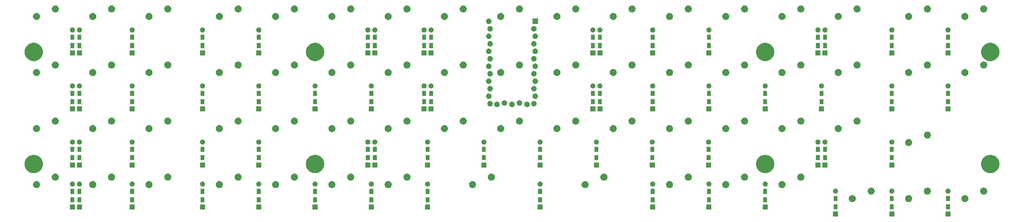
<source format=gbr>
G04 #@! TF.GenerationSoftware,KiCad,Pcbnew,(6.0.0-rc1-dev-577-ge0316af69)*
G04 #@! TF.CreationDate,2019-06-10T21:21:03-05:00*
G04 #@! TF.ProjectId,OrthonautSouthpaw,4F7274686F6E617574536F7574687061,v1*
G04 #@! TF.SameCoordinates,Original*
G04 #@! TF.FileFunction,Soldermask,Top*
G04 #@! TF.FilePolarity,Negative*
%FSLAX46Y46*%
G04 Gerber Fmt 4.6, Leading zero omitted, Abs format (unit mm)*
G04 Created by KiCad (PCBNEW (6.0.0-rc1-dev-577-ge0316af69)) date 06/10/19 21:21:03*
%MOMM*%
%LPD*%
G01*
G04 APERTURE LIST*
%ADD10C,0.100000*%
G04 APERTURE END LIST*
D10*
G36*
X354726000Y-93813500D02*
X353024000Y-93813500D01*
X353024000Y-92111500D01*
X354726000Y-92111500D01*
X354726000Y-93813500D01*
X354726000Y-93813500D01*
G37*
G36*
X335726000Y-93813500D02*
X334024000Y-93813500D01*
X334024000Y-92111500D01*
X335726000Y-92111500D01*
X335726000Y-93813500D01*
X335726000Y-93813500D01*
G37*
G36*
X316726000Y-93813500D02*
X315024000Y-93813500D01*
X315024000Y-92111500D01*
X316726000Y-92111500D01*
X316726000Y-93813500D01*
X316726000Y-93813500D01*
G37*
G36*
X216976000Y-91438500D02*
X215274000Y-91438500D01*
X215274000Y-89736500D01*
X216976000Y-89736500D01*
X216976000Y-91438500D01*
X216976000Y-91438500D01*
G37*
G36*
X61413500Y-91438500D02*
X59711500Y-91438500D01*
X59711500Y-89736500D01*
X61413500Y-89736500D01*
X61413500Y-91438500D01*
X61413500Y-91438500D01*
G37*
G36*
X79226000Y-91438500D02*
X77524000Y-91438500D01*
X77524000Y-89736500D01*
X79226000Y-89736500D01*
X79226000Y-91438500D01*
X79226000Y-91438500D01*
G37*
G36*
X102976000Y-91438500D02*
X101274000Y-91438500D01*
X101274000Y-89736500D01*
X102976000Y-89736500D01*
X102976000Y-91438500D01*
X102976000Y-91438500D01*
G37*
G36*
X121976000Y-91438500D02*
X120274000Y-91438500D01*
X120274000Y-89736500D01*
X121976000Y-89736500D01*
X121976000Y-91438500D01*
X121976000Y-91438500D01*
G37*
G36*
X140976000Y-91438500D02*
X139274000Y-91438500D01*
X139274000Y-89736500D01*
X140976000Y-89736500D01*
X140976000Y-91438500D01*
X140976000Y-91438500D01*
G37*
G36*
X159976000Y-91438500D02*
X158274000Y-91438500D01*
X158274000Y-89736500D01*
X159976000Y-89736500D01*
X159976000Y-91438500D01*
X159976000Y-91438500D01*
G37*
G36*
X178976000Y-91438500D02*
X177274000Y-91438500D01*
X177274000Y-89736500D01*
X178976000Y-89736500D01*
X178976000Y-91438500D01*
X178976000Y-91438500D01*
G37*
G36*
X254976000Y-91438500D02*
X253274000Y-91438500D01*
X253274000Y-89736500D01*
X254976000Y-89736500D01*
X254976000Y-91438500D01*
X254976000Y-91438500D01*
G37*
G36*
X273976000Y-91438500D02*
X272274000Y-91438500D01*
X272274000Y-89736500D01*
X273976000Y-89736500D01*
X273976000Y-91438500D01*
X273976000Y-91438500D01*
G37*
G36*
X292976000Y-91438500D02*
X291274000Y-91438500D01*
X291274000Y-89736500D01*
X292976000Y-89736500D01*
X292976000Y-91438500D01*
X292976000Y-91438500D01*
G37*
G36*
X59038500Y-91438500D02*
X57336500Y-91438500D01*
X57336500Y-89736500D01*
X59038500Y-89736500D01*
X59038500Y-91438500D01*
X59038500Y-91438500D01*
G37*
G36*
X335526000Y-91313500D02*
X334224000Y-91313500D01*
X334224000Y-89611500D01*
X335526000Y-89611500D01*
X335526000Y-91313500D01*
X335526000Y-91313500D01*
G37*
G36*
X316526000Y-91313500D02*
X315224000Y-91313500D01*
X315224000Y-89611500D01*
X316526000Y-89611500D01*
X316526000Y-91313500D01*
X316526000Y-91313500D01*
G37*
G36*
X354526000Y-91313500D02*
X353224000Y-91313500D01*
X353224000Y-89611500D01*
X354526000Y-89611500D01*
X354526000Y-91313500D01*
X354526000Y-91313500D01*
G37*
G36*
X121776000Y-88938500D02*
X120474000Y-88938500D01*
X120474000Y-87236500D01*
X121776000Y-87236500D01*
X121776000Y-88938500D01*
X121776000Y-88938500D01*
G37*
G36*
X61213500Y-88938500D02*
X59911500Y-88938500D01*
X59911500Y-87236500D01*
X61213500Y-87236500D01*
X61213500Y-88938500D01*
X61213500Y-88938500D01*
G37*
G36*
X79026000Y-88938500D02*
X77724000Y-88938500D01*
X77724000Y-87236500D01*
X79026000Y-87236500D01*
X79026000Y-88938500D01*
X79026000Y-88938500D01*
G37*
G36*
X102776000Y-88938500D02*
X101474000Y-88938500D01*
X101474000Y-87236500D01*
X102776000Y-87236500D01*
X102776000Y-88938500D01*
X102776000Y-88938500D01*
G37*
G36*
X58838500Y-88938500D02*
X57536500Y-88938500D01*
X57536500Y-87236500D01*
X58838500Y-87236500D01*
X58838500Y-88938500D01*
X58838500Y-88938500D01*
G37*
G36*
X140776000Y-88938500D02*
X139474000Y-88938500D01*
X139474000Y-87236500D01*
X140776000Y-87236500D01*
X140776000Y-88938500D01*
X140776000Y-88938500D01*
G37*
G36*
X178776000Y-88938500D02*
X177474000Y-88938500D01*
X177474000Y-87236500D01*
X178776000Y-87236500D01*
X178776000Y-88938500D01*
X178776000Y-88938500D01*
G37*
G36*
X216776000Y-88938500D02*
X215474000Y-88938500D01*
X215474000Y-87236500D01*
X216776000Y-87236500D01*
X216776000Y-88938500D01*
X216776000Y-88938500D01*
G37*
G36*
X273776000Y-88938500D02*
X272474000Y-88938500D01*
X272474000Y-87236500D01*
X273776000Y-87236500D01*
X273776000Y-88938500D01*
X273776000Y-88938500D01*
G37*
G36*
X254776000Y-88938500D02*
X253474000Y-88938500D01*
X253474000Y-87236500D01*
X254776000Y-87236500D01*
X254776000Y-88938500D01*
X254776000Y-88938500D01*
G37*
G36*
X292776000Y-88938500D02*
X291474000Y-88938500D01*
X291474000Y-87236500D01*
X292776000Y-87236500D01*
X292776000Y-88938500D01*
X292776000Y-88938500D01*
G37*
G36*
X159776000Y-88938500D02*
X158474000Y-88938500D01*
X158474000Y-87236500D01*
X159776000Y-87236500D01*
X159776000Y-88938500D01*
X159776000Y-88938500D01*
G37*
G36*
X321913277Y-86561885D02*
X322130572Y-86651891D01*
X322326131Y-86782560D01*
X322492440Y-86948869D01*
X322623109Y-87144428D01*
X322713115Y-87361723D01*
X322759000Y-87592401D01*
X322759000Y-87827599D01*
X322713115Y-88058277D01*
X322623109Y-88275572D01*
X322492440Y-88471131D01*
X322326131Y-88637440D01*
X322130572Y-88768109D01*
X321913277Y-88858115D01*
X321682599Y-88904000D01*
X321447401Y-88904000D01*
X321216723Y-88858115D01*
X320999428Y-88768109D01*
X320803869Y-88637440D01*
X320637560Y-88471131D01*
X320506891Y-88275572D01*
X320416885Y-88058277D01*
X320371000Y-87827599D01*
X320371000Y-87592401D01*
X320416885Y-87361723D01*
X320506891Y-87144428D01*
X320637560Y-86948869D01*
X320803869Y-86782560D01*
X320999428Y-86651891D01*
X321216723Y-86561885D01*
X321447401Y-86516000D01*
X321682599Y-86516000D01*
X321913277Y-86561885D01*
X321913277Y-86561885D01*
G37*
G36*
X340913277Y-86561885D02*
X341130572Y-86651891D01*
X341326131Y-86782560D01*
X341492440Y-86948869D01*
X341623109Y-87144428D01*
X341713115Y-87361723D01*
X341759000Y-87592401D01*
X341759000Y-87827599D01*
X341713115Y-88058277D01*
X341623109Y-88275572D01*
X341492440Y-88471131D01*
X341326131Y-88637440D01*
X341130572Y-88768109D01*
X340913277Y-88858115D01*
X340682599Y-88904000D01*
X340447401Y-88904000D01*
X340216723Y-88858115D01*
X339999428Y-88768109D01*
X339803869Y-88637440D01*
X339637560Y-88471131D01*
X339506891Y-88275572D01*
X339416885Y-88058277D01*
X339371000Y-87827599D01*
X339371000Y-87592401D01*
X339416885Y-87361723D01*
X339506891Y-87144428D01*
X339637560Y-86948869D01*
X339803869Y-86782560D01*
X339999428Y-86651891D01*
X340216723Y-86561885D01*
X340447401Y-86516000D01*
X340682599Y-86516000D01*
X340913277Y-86561885D01*
X340913277Y-86561885D01*
G37*
G36*
X359913277Y-86561885D02*
X360130572Y-86651891D01*
X360326131Y-86782560D01*
X360492440Y-86948869D01*
X360623109Y-87144428D01*
X360713115Y-87361723D01*
X360759000Y-87592401D01*
X360759000Y-87827599D01*
X360713115Y-88058277D01*
X360623109Y-88275572D01*
X360492440Y-88471131D01*
X360326131Y-88637440D01*
X360130572Y-88768109D01*
X359913277Y-88858115D01*
X359682599Y-88904000D01*
X359447401Y-88904000D01*
X359216723Y-88858115D01*
X358999428Y-88768109D01*
X358803869Y-88637440D01*
X358637560Y-88471131D01*
X358506891Y-88275572D01*
X358416885Y-88058277D01*
X358371000Y-87827599D01*
X358371000Y-87592401D01*
X358416885Y-87361723D01*
X358506891Y-87144428D01*
X358637560Y-86948869D01*
X358803869Y-86782560D01*
X358999428Y-86651891D01*
X359216723Y-86561885D01*
X359447401Y-86516000D01*
X359682599Y-86516000D01*
X359913277Y-86561885D01*
X359913277Y-86561885D01*
G37*
G36*
X354526000Y-88513500D02*
X353224000Y-88513500D01*
X353224000Y-86811500D01*
X354526000Y-86811500D01*
X354526000Y-88513500D01*
X354526000Y-88513500D01*
G37*
G36*
X335526000Y-88513500D02*
X334224000Y-88513500D01*
X334224000Y-86811500D01*
X335526000Y-86811500D01*
X335526000Y-88513500D01*
X335526000Y-88513500D01*
G37*
G36*
X316526000Y-88513500D02*
X315224000Y-88513500D01*
X315224000Y-86811500D01*
X316526000Y-86811500D01*
X316526000Y-88513500D01*
X316526000Y-88513500D01*
G37*
G36*
X328263277Y-84021885D02*
X328480572Y-84111891D01*
X328676131Y-84242560D01*
X328842440Y-84408869D01*
X328973109Y-84604428D01*
X329063115Y-84821723D01*
X329109000Y-85052401D01*
X329109000Y-85287599D01*
X329063115Y-85518277D01*
X328973109Y-85735572D01*
X328842440Y-85931131D01*
X328676131Y-86097440D01*
X328480572Y-86228109D01*
X328263277Y-86318115D01*
X328032599Y-86364000D01*
X327797401Y-86364000D01*
X327566723Y-86318115D01*
X327349428Y-86228109D01*
X327153869Y-86097440D01*
X326987560Y-85931131D01*
X326856891Y-85735572D01*
X326766885Y-85518277D01*
X326721000Y-85287599D01*
X326721000Y-85052401D01*
X326766885Y-84821723D01*
X326856891Y-84604428D01*
X326987560Y-84408869D01*
X327153869Y-84242560D01*
X327349428Y-84111891D01*
X327566723Y-84021885D01*
X327797401Y-83976000D01*
X328032599Y-83976000D01*
X328263277Y-84021885D01*
X328263277Y-84021885D01*
G37*
G36*
X366263277Y-84021885D02*
X366480572Y-84111891D01*
X366676131Y-84242560D01*
X366842440Y-84408869D01*
X366973109Y-84604428D01*
X367063115Y-84821723D01*
X367109000Y-85052401D01*
X367109000Y-85287599D01*
X367063115Y-85518277D01*
X366973109Y-85735572D01*
X366842440Y-85931131D01*
X366676131Y-86097440D01*
X366480572Y-86228109D01*
X366263277Y-86318115D01*
X366032599Y-86364000D01*
X365797401Y-86364000D01*
X365566723Y-86318115D01*
X365349428Y-86228109D01*
X365153869Y-86097440D01*
X364987560Y-85931131D01*
X364856891Y-85735572D01*
X364766885Y-85518277D01*
X364721000Y-85287599D01*
X364721000Y-85052401D01*
X364766885Y-84821723D01*
X364856891Y-84604428D01*
X364987560Y-84408869D01*
X365153869Y-84242560D01*
X365349428Y-84111891D01*
X365566723Y-84021885D01*
X365797401Y-83976000D01*
X366032599Y-83976000D01*
X366263277Y-84021885D01*
X366263277Y-84021885D01*
G37*
G36*
X347263277Y-84021885D02*
X347480572Y-84111891D01*
X347676131Y-84242560D01*
X347842440Y-84408869D01*
X347973109Y-84604428D01*
X348063115Y-84821723D01*
X348109000Y-85052401D01*
X348109000Y-85287599D01*
X348063115Y-85518277D01*
X347973109Y-85735572D01*
X347842440Y-85931131D01*
X347676131Y-86097440D01*
X347480572Y-86228109D01*
X347263277Y-86318115D01*
X347032599Y-86364000D01*
X346797401Y-86364000D01*
X346566723Y-86318115D01*
X346349428Y-86228109D01*
X346153869Y-86097440D01*
X345987560Y-85931131D01*
X345856891Y-85735572D01*
X345766885Y-85518277D01*
X345721000Y-85287599D01*
X345721000Y-85052401D01*
X345766885Y-84821723D01*
X345856891Y-84604428D01*
X345987560Y-84408869D01*
X346153869Y-84242560D01*
X346349428Y-84111891D01*
X346566723Y-84021885D01*
X346797401Y-83976000D01*
X347032599Y-83976000D01*
X347263277Y-84021885D01*
X347263277Y-84021885D01*
G37*
G36*
X121776000Y-86138500D02*
X120474000Y-86138500D01*
X120474000Y-84436500D01*
X121776000Y-84436500D01*
X121776000Y-86138500D01*
X121776000Y-86138500D01*
G37*
G36*
X58838500Y-86138500D02*
X57536500Y-86138500D01*
X57536500Y-84436500D01*
X58838500Y-84436500D01*
X58838500Y-86138500D01*
X58838500Y-86138500D01*
G37*
G36*
X140776000Y-86138500D02*
X139474000Y-86138500D01*
X139474000Y-84436500D01*
X140776000Y-84436500D01*
X140776000Y-86138500D01*
X140776000Y-86138500D01*
G37*
G36*
X102776000Y-86138500D02*
X101474000Y-86138500D01*
X101474000Y-84436500D01*
X102776000Y-84436500D01*
X102776000Y-86138500D01*
X102776000Y-86138500D01*
G37*
G36*
X79026000Y-86138500D02*
X77724000Y-86138500D01*
X77724000Y-84436500D01*
X79026000Y-84436500D01*
X79026000Y-86138500D01*
X79026000Y-86138500D01*
G37*
G36*
X159776000Y-86138500D02*
X158474000Y-86138500D01*
X158474000Y-84436500D01*
X159776000Y-84436500D01*
X159776000Y-86138500D01*
X159776000Y-86138500D01*
G37*
G36*
X61213500Y-86138500D02*
X59911500Y-86138500D01*
X59911500Y-84436500D01*
X61213500Y-84436500D01*
X61213500Y-86138500D01*
X61213500Y-86138500D01*
G37*
G36*
X178776000Y-86138500D02*
X177474000Y-86138500D01*
X177474000Y-84436500D01*
X178776000Y-84436500D01*
X178776000Y-86138500D01*
X178776000Y-86138500D01*
G37*
G36*
X216776000Y-86138500D02*
X215474000Y-86138500D01*
X215474000Y-84436500D01*
X216776000Y-84436500D01*
X216776000Y-86138500D01*
X216776000Y-86138500D01*
G37*
G36*
X254776000Y-86138500D02*
X253474000Y-86138500D01*
X253474000Y-84436500D01*
X254776000Y-84436500D01*
X254776000Y-86138500D01*
X254776000Y-86138500D01*
G37*
G36*
X273776000Y-86138500D02*
X272474000Y-86138500D01*
X272474000Y-84436500D01*
X273776000Y-84436500D01*
X273776000Y-86138500D01*
X273776000Y-86138500D01*
G37*
G36*
X292776000Y-86138500D02*
X291474000Y-86138500D01*
X291474000Y-84436500D01*
X292776000Y-84436500D01*
X292776000Y-86138500D01*
X292776000Y-86138500D01*
G37*
G36*
X335123228Y-84344203D02*
X335278100Y-84408353D01*
X335417481Y-84501485D01*
X335536015Y-84620019D01*
X335629147Y-84759400D01*
X335693297Y-84914272D01*
X335726000Y-85078684D01*
X335726000Y-85246316D01*
X335693297Y-85410728D01*
X335629147Y-85565600D01*
X335536015Y-85704981D01*
X335417481Y-85823515D01*
X335278100Y-85916647D01*
X335123228Y-85980797D01*
X334958816Y-86013500D01*
X334791184Y-86013500D01*
X334626772Y-85980797D01*
X334471900Y-85916647D01*
X334332519Y-85823515D01*
X334213985Y-85704981D01*
X334120853Y-85565600D01*
X334056703Y-85410728D01*
X334024000Y-85246316D01*
X334024000Y-85078684D01*
X334056703Y-84914272D01*
X334120853Y-84759400D01*
X334213985Y-84620019D01*
X334332519Y-84501485D01*
X334471900Y-84408353D01*
X334626772Y-84344203D01*
X334791184Y-84311500D01*
X334958816Y-84311500D01*
X335123228Y-84344203D01*
X335123228Y-84344203D01*
G37*
G36*
X316123228Y-84344203D02*
X316278100Y-84408353D01*
X316417481Y-84501485D01*
X316536015Y-84620019D01*
X316629147Y-84759400D01*
X316693297Y-84914272D01*
X316726000Y-85078684D01*
X316726000Y-85246316D01*
X316693297Y-85410728D01*
X316629147Y-85565600D01*
X316536015Y-85704981D01*
X316417481Y-85823515D01*
X316278100Y-85916647D01*
X316123228Y-85980797D01*
X315958816Y-86013500D01*
X315791184Y-86013500D01*
X315626772Y-85980797D01*
X315471900Y-85916647D01*
X315332519Y-85823515D01*
X315213985Y-85704981D01*
X315120853Y-85565600D01*
X315056703Y-85410728D01*
X315024000Y-85246316D01*
X315024000Y-85078684D01*
X315056703Y-84914272D01*
X315120853Y-84759400D01*
X315213985Y-84620019D01*
X315332519Y-84501485D01*
X315471900Y-84408353D01*
X315626772Y-84344203D01*
X315791184Y-84311500D01*
X315958816Y-84311500D01*
X316123228Y-84344203D01*
X316123228Y-84344203D01*
G37*
G36*
X354123228Y-84344203D02*
X354278100Y-84408353D01*
X354417481Y-84501485D01*
X354536015Y-84620019D01*
X354629147Y-84759400D01*
X354693297Y-84914272D01*
X354726000Y-85078684D01*
X354726000Y-85246316D01*
X354693297Y-85410728D01*
X354629147Y-85565600D01*
X354536015Y-85704981D01*
X354417481Y-85823515D01*
X354278100Y-85916647D01*
X354123228Y-85980797D01*
X353958816Y-86013500D01*
X353791184Y-86013500D01*
X353626772Y-85980797D01*
X353471900Y-85916647D01*
X353332519Y-85823515D01*
X353213985Y-85704981D01*
X353120853Y-85565600D01*
X353056703Y-85410728D01*
X353024000Y-85246316D01*
X353024000Y-85078684D01*
X353056703Y-84914272D01*
X353120853Y-84759400D01*
X353213985Y-84620019D01*
X353332519Y-84501485D01*
X353471900Y-84408353D01*
X353626772Y-84344203D01*
X353791184Y-84311500D01*
X353958816Y-84311500D01*
X354123228Y-84344203D01*
X354123228Y-84344203D01*
G37*
G36*
X298163277Y-81811885D02*
X298380572Y-81901891D01*
X298576131Y-82032560D01*
X298742440Y-82198869D01*
X298873109Y-82394428D01*
X298963115Y-82611723D01*
X299009000Y-82842401D01*
X299009000Y-83077599D01*
X298963115Y-83308277D01*
X298873109Y-83525572D01*
X298742440Y-83721131D01*
X298576131Y-83887440D01*
X298380572Y-84018109D01*
X298163277Y-84108115D01*
X297932599Y-84154000D01*
X297697401Y-84154000D01*
X297466723Y-84108115D01*
X297249428Y-84018109D01*
X297053869Y-83887440D01*
X296887560Y-83721131D01*
X296756891Y-83525572D01*
X296666885Y-83308277D01*
X296621000Y-83077599D01*
X296621000Y-82842401D01*
X296666885Y-82611723D01*
X296756891Y-82394428D01*
X296887560Y-82198869D01*
X297053869Y-82032560D01*
X297249428Y-81901891D01*
X297466723Y-81811885D01*
X297697401Y-81766000D01*
X297932599Y-81766000D01*
X298163277Y-81811885D01*
X298163277Y-81811885D01*
G37*
G36*
X231663277Y-81811885D02*
X231880572Y-81901891D01*
X232076131Y-82032560D01*
X232242440Y-82198869D01*
X232373109Y-82394428D01*
X232463115Y-82611723D01*
X232509000Y-82842401D01*
X232509000Y-83077599D01*
X232463115Y-83308277D01*
X232373109Y-83525572D01*
X232242440Y-83721131D01*
X232076131Y-83887440D01*
X231880572Y-84018109D01*
X231663277Y-84108115D01*
X231432599Y-84154000D01*
X231197401Y-84154000D01*
X230966723Y-84108115D01*
X230749428Y-84018109D01*
X230553869Y-83887440D01*
X230387560Y-83721131D01*
X230256891Y-83525572D01*
X230166885Y-83308277D01*
X230121000Y-83077599D01*
X230121000Y-82842401D01*
X230166885Y-82611723D01*
X230256891Y-82394428D01*
X230387560Y-82198869D01*
X230553869Y-82032560D01*
X230749428Y-81901891D01*
X230966723Y-81811885D01*
X231197401Y-81766000D01*
X231432599Y-81766000D01*
X231663277Y-81811885D01*
X231663277Y-81811885D01*
G37*
G36*
X193663277Y-81811885D02*
X193880572Y-81901891D01*
X194076131Y-82032560D01*
X194242440Y-82198869D01*
X194373109Y-82394428D01*
X194463115Y-82611723D01*
X194509000Y-82842401D01*
X194509000Y-83077599D01*
X194463115Y-83308277D01*
X194373109Y-83525572D01*
X194242440Y-83721131D01*
X194076131Y-83887440D01*
X193880572Y-84018109D01*
X193663277Y-84108115D01*
X193432599Y-84154000D01*
X193197401Y-84154000D01*
X192966723Y-84108115D01*
X192749428Y-84018109D01*
X192553869Y-83887440D01*
X192387560Y-83721131D01*
X192256891Y-83525572D01*
X192166885Y-83308277D01*
X192121000Y-83077599D01*
X192121000Y-82842401D01*
X192166885Y-82611723D01*
X192256891Y-82394428D01*
X192387560Y-82198869D01*
X192553869Y-82032560D01*
X192749428Y-81901891D01*
X192966723Y-81811885D01*
X193197401Y-81766000D01*
X193432599Y-81766000D01*
X193663277Y-81811885D01*
X193663277Y-81811885D01*
G37*
G36*
X165163277Y-81811885D02*
X165380572Y-81901891D01*
X165576131Y-82032560D01*
X165742440Y-82198869D01*
X165873109Y-82394428D01*
X165963115Y-82611723D01*
X166009000Y-82842401D01*
X166009000Y-83077599D01*
X165963115Y-83308277D01*
X165873109Y-83525572D01*
X165742440Y-83721131D01*
X165576131Y-83887440D01*
X165380572Y-84018109D01*
X165163277Y-84108115D01*
X164932599Y-84154000D01*
X164697401Y-84154000D01*
X164466723Y-84108115D01*
X164249428Y-84018109D01*
X164053869Y-83887440D01*
X163887560Y-83721131D01*
X163756891Y-83525572D01*
X163666885Y-83308277D01*
X163621000Y-83077599D01*
X163621000Y-82842401D01*
X163666885Y-82611723D01*
X163756891Y-82394428D01*
X163887560Y-82198869D01*
X164053869Y-82032560D01*
X164249428Y-81901891D01*
X164466723Y-81811885D01*
X164697401Y-81766000D01*
X164932599Y-81766000D01*
X165163277Y-81811885D01*
X165163277Y-81811885D01*
G37*
G36*
X146163277Y-81811885D02*
X146380572Y-81901891D01*
X146576131Y-82032560D01*
X146742440Y-82198869D01*
X146873109Y-82394428D01*
X146963115Y-82611723D01*
X147009000Y-82842401D01*
X147009000Y-83077599D01*
X146963115Y-83308277D01*
X146873109Y-83525572D01*
X146742440Y-83721131D01*
X146576131Y-83887440D01*
X146380572Y-84018109D01*
X146163277Y-84108115D01*
X145932599Y-84154000D01*
X145697401Y-84154000D01*
X145466723Y-84108115D01*
X145249428Y-84018109D01*
X145053869Y-83887440D01*
X144887560Y-83721131D01*
X144756891Y-83525572D01*
X144666885Y-83308277D01*
X144621000Y-83077599D01*
X144621000Y-82842401D01*
X144666885Y-82611723D01*
X144756891Y-82394428D01*
X144887560Y-82198869D01*
X145053869Y-82032560D01*
X145249428Y-81901891D01*
X145466723Y-81811885D01*
X145697401Y-81766000D01*
X145932599Y-81766000D01*
X146163277Y-81811885D01*
X146163277Y-81811885D01*
G37*
G36*
X127163277Y-81811885D02*
X127380572Y-81901891D01*
X127576131Y-82032560D01*
X127742440Y-82198869D01*
X127873109Y-82394428D01*
X127963115Y-82611723D01*
X128009000Y-82842401D01*
X128009000Y-83077599D01*
X127963115Y-83308277D01*
X127873109Y-83525572D01*
X127742440Y-83721131D01*
X127576131Y-83887440D01*
X127380572Y-84018109D01*
X127163277Y-84108115D01*
X126932599Y-84154000D01*
X126697401Y-84154000D01*
X126466723Y-84108115D01*
X126249428Y-84018109D01*
X126053869Y-83887440D01*
X125887560Y-83721131D01*
X125756891Y-83525572D01*
X125666885Y-83308277D01*
X125621000Y-83077599D01*
X125621000Y-82842401D01*
X125666885Y-82611723D01*
X125756891Y-82394428D01*
X125887560Y-82198869D01*
X126053869Y-82032560D01*
X126249428Y-81901891D01*
X126466723Y-81811885D01*
X126697401Y-81766000D01*
X126932599Y-81766000D01*
X127163277Y-81811885D01*
X127163277Y-81811885D01*
G37*
G36*
X108163277Y-81811885D02*
X108380572Y-81901891D01*
X108576131Y-82032560D01*
X108742440Y-82198869D01*
X108873109Y-82394428D01*
X108963115Y-82611723D01*
X109009000Y-82842401D01*
X109009000Y-83077599D01*
X108963115Y-83308277D01*
X108873109Y-83525572D01*
X108742440Y-83721131D01*
X108576131Y-83887440D01*
X108380572Y-84018109D01*
X108163277Y-84108115D01*
X107932599Y-84154000D01*
X107697401Y-84154000D01*
X107466723Y-84108115D01*
X107249428Y-84018109D01*
X107053869Y-83887440D01*
X106887560Y-83721131D01*
X106756891Y-83525572D01*
X106666885Y-83308277D01*
X106621000Y-83077599D01*
X106621000Y-82842401D01*
X106666885Y-82611723D01*
X106756891Y-82394428D01*
X106887560Y-82198869D01*
X107053869Y-82032560D01*
X107249428Y-81901891D01*
X107466723Y-81811885D01*
X107697401Y-81766000D01*
X107932599Y-81766000D01*
X108163277Y-81811885D01*
X108163277Y-81811885D01*
G37*
G36*
X84413277Y-81811885D02*
X84630572Y-81901891D01*
X84826131Y-82032560D01*
X84992440Y-82198869D01*
X85123109Y-82394428D01*
X85213115Y-82611723D01*
X85259000Y-82842401D01*
X85259000Y-83077599D01*
X85213115Y-83308277D01*
X85123109Y-83525572D01*
X84992440Y-83721131D01*
X84826131Y-83887440D01*
X84630572Y-84018109D01*
X84413277Y-84108115D01*
X84182599Y-84154000D01*
X83947401Y-84154000D01*
X83716723Y-84108115D01*
X83499428Y-84018109D01*
X83303869Y-83887440D01*
X83137560Y-83721131D01*
X83006891Y-83525572D01*
X82916885Y-83308277D01*
X82871000Y-83077599D01*
X82871000Y-82842401D01*
X82916885Y-82611723D01*
X83006891Y-82394428D01*
X83137560Y-82198869D01*
X83303869Y-82032560D01*
X83499428Y-81901891D01*
X83716723Y-81811885D01*
X83947401Y-81766000D01*
X84182599Y-81766000D01*
X84413277Y-81811885D01*
X84413277Y-81811885D01*
G37*
G36*
X46413277Y-81811885D02*
X46630572Y-81901891D01*
X46826131Y-82032560D01*
X46992440Y-82198869D01*
X47123109Y-82394428D01*
X47213115Y-82611723D01*
X47259000Y-82842401D01*
X47259000Y-83077599D01*
X47213115Y-83308277D01*
X47123109Y-83525572D01*
X46992440Y-83721131D01*
X46826131Y-83887440D01*
X46630572Y-84018109D01*
X46413277Y-84108115D01*
X46182599Y-84154000D01*
X45947401Y-84154000D01*
X45716723Y-84108115D01*
X45499428Y-84018109D01*
X45303869Y-83887440D01*
X45137560Y-83721131D01*
X45006891Y-83525572D01*
X44916885Y-83308277D01*
X44871000Y-83077599D01*
X44871000Y-82842401D01*
X44916885Y-82611723D01*
X45006891Y-82394428D01*
X45137560Y-82198869D01*
X45303869Y-82032560D01*
X45499428Y-81901891D01*
X45716723Y-81811885D01*
X45947401Y-81766000D01*
X46182599Y-81766000D01*
X46413277Y-81811885D01*
X46413277Y-81811885D01*
G37*
G36*
X65413277Y-81811885D02*
X65630572Y-81901891D01*
X65826131Y-82032560D01*
X65992440Y-82198869D01*
X66123109Y-82394428D01*
X66213115Y-82611723D01*
X66259000Y-82842401D01*
X66259000Y-83077599D01*
X66213115Y-83308277D01*
X66123109Y-83525572D01*
X65992440Y-83721131D01*
X65826131Y-83887440D01*
X65630572Y-84018109D01*
X65413277Y-84108115D01*
X65182599Y-84154000D01*
X64947401Y-84154000D01*
X64716723Y-84108115D01*
X64499428Y-84018109D01*
X64303869Y-83887440D01*
X64137560Y-83721131D01*
X64006891Y-83525572D01*
X63916885Y-83308277D01*
X63871000Y-83077599D01*
X63871000Y-82842401D01*
X63916885Y-82611723D01*
X64006891Y-82394428D01*
X64137560Y-82198869D01*
X64303869Y-82032560D01*
X64499428Y-81901891D01*
X64716723Y-81811885D01*
X64947401Y-81766000D01*
X65182599Y-81766000D01*
X65413277Y-81811885D01*
X65413277Y-81811885D01*
G37*
G36*
X260163277Y-81811885D02*
X260380572Y-81901891D01*
X260576131Y-82032560D01*
X260742440Y-82198869D01*
X260873109Y-82394428D01*
X260963115Y-82611723D01*
X261009000Y-82842401D01*
X261009000Y-83077599D01*
X260963115Y-83308277D01*
X260873109Y-83525572D01*
X260742440Y-83721131D01*
X260576131Y-83887440D01*
X260380572Y-84018109D01*
X260163277Y-84108115D01*
X259932599Y-84154000D01*
X259697401Y-84154000D01*
X259466723Y-84108115D01*
X259249428Y-84018109D01*
X259053869Y-83887440D01*
X258887560Y-83721131D01*
X258756891Y-83525572D01*
X258666885Y-83308277D01*
X258621000Y-83077599D01*
X258621000Y-82842401D01*
X258666885Y-82611723D01*
X258756891Y-82394428D01*
X258887560Y-82198869D01*
X259053869Y-82032560D01*
X259249428Y-81901891D01*
X259466723Y-81811885D01*
X259697401Y-81766000D01*
X259932599Y-81766000D01*
X260163277Y-81811885D01*
X260163277Y-81811885D01*
G37*
G36*
X279163277Y-81811885D02*
X279380572Y-81901891D01*
X279576131Y-82032560D01*
X279742440Y-82198869D01*
X279873109Y-82394428D01*
X279963115Y-82611723D01*
X280009000Y-82842401D01*
X280009000Y-83077599D01*
X279963115Y-83308277D01*
X279873109Y-83525572D01*
X279742440Y-83721131D01*
X279576131Y-83887440D01*
X279380572Y-84018109D01*
X279163277Y-84108115D01*
X278932599Y-84154000D01*
X278697401Y-84154000D01*
X278466723Y-84108115D01*
X278249428Y-84018109D01*
X278053869Y-83887440D01*
X277887560Y-83721131D01*
X277756891Y-83525572D01*
X277666885Y-83308277D01*
X277621000Y-83077599D01*
X277621000Y-82842401D01*
X277666885Y-82611723D01*
X277756891Y-82394428D01*
X277887560Y-82198869D01*
X278053869Y-82032560D01*
X278249428Y-81901891D01*
X278466723Y-81811885D01*
X278697401Y-81766000D01*
X278932599Y-81766000D01*
X279163277Y-81811885D01*
X279163277Y-81811885D01*
G37*
G36*
X58435728Y-81969203D02*
X58590600Y-82033353D01*
X58729981Y-82126485D01*
X58848515Y-82245019D01*
X58941647Y-82384400D01*
X59005797Y-82539272D01*
X59038500Y-82703684D01*
X59038500Y-82871316D01*
X59005797Y-83035728D01*
X58941647Y-83190600D01*
X58848515Y-83329981D01*
X58729981Y-83448515D01*
X58590600Y-83541647D01*
X58435728Y-83605797D01*
X58271316Y-83638500D01*
X58103684Y-83638500D01*
X57939272Y-83605797D01*
X57784400Y-83541647D01*
X57645019Y-83448515D01*
X57526485Y-83329981D01*
X57433353Y-83190600D01*
X57369203Y-83035728D01*
X57336500Y-82871316D01*
X57336500Y-82703684D01*
X57369203Y-82539272D01*
X57433353Y-82384400D01*
X57526485Y-82245019D01*
X57645019Y-82126485D01*
X57784400Y-82033353D01*
X57939272Y-81969203D01*
X58103684Y-81936500D01*
X58271316Y-81936500D01*
X58435728Y-81969203D01*
X58435728Y-81969203D01*
G37*
G36*
X292373228Y-81969203D02*
X292528100Y-82033353D01*
X292667481Y-82126485D01*
X292786015Y-82245019D01*
X292879147Y-82384400D01*
X292943297Y-82539272D01*
X292976000Y-82703684D01*
X292976000Y-82871316D01*
X292943297Y-83035728D01*
X292879147Y-83190600D01*
X292786015Y-83329981D01*
X292667481Y-83448515D01*
X292528100Y-83541647D01*
X292373228Y-83605797D01*
X292208816Y-83638500D01*
X292041184Y-83638500D01*
X291876772Y-83605797D01*
X291721900Y-83541647D01*
X291582519Y-83448515D01*
X291463985Y-83329981D01*
X291370853Y-83190600D01*
X291306703Y-83035728D01*
X291274000Y-82871316D01*
X291274000Y-82703684D01*
X291306703Y-82539272D01*
X291370853Y-82384400D01*
X291463985Y-82245019D01*
X291582519Y-82126485D01*
X291721900Y-82033353D01*
X291876772Y-81969203D01*
X292041184Y-81936500D01*
X292208816Y-81936500D01*
X292373228Y-81969203D01*
X292373228Y-81969203D01*
G37*
G36*
X254373228Y-81969203D02*
X254528100Y-82033353D01*
X254667481Y-82126485D01*
X254786015Y-82245019D01*
X254879147Y-82384400D01*
X254943297Y-82539272D01*
X254976000Y-82703684D01*
X254976000Y-82871316D01*
X254943297Y-83035728D01*
X254879147Y-83190600D01*
X254786015Y-83329981D01*
X254667481Y-83448515D01*
X254528100Y-83541647D01*
X254373228Y-83605797D01*
X254208816Y-83638500D01*
X254041184Y-83638500D01*
X253876772Y-83605797D01*
X253721900Y-83541647D01*
X253582519Y-83448515D01*
X253463985Y-83329981D01*
X253370853Y-83190600D01*
X253306703Y-83035728D01*
X253274000Y-82871316D01*
X253274000Y-82703684D01*
X253306703Y-82539272D01*
X253370853Y-82384400D01*
X253463985Y-82245019D01*
X253582519Y-82126485D01*
X253721900Y-82033353D01*
X253876772Y-81969203D01*
X254041184Y-81936500D01*
X254208816Y-81936500D01*
X254373228Y-81969203D01*
X254373228Y-81969203D01*
G37*
G36*
X216373228Y-81969203D02*
X216528100Y-82033353D01*
X216667481Y-82126485D01*
X216786015Y-82245019D01*
X216879147Y-82384400D01*
X216943297Y-82539272D01*
X216976000Y-82703684D01*
X216976000Y-82871316D01*
X216943297Y-83035728D01*
X216879147Y-83190600D01*
X216786015Y-83329981D01*
X216667481Y-83448515D01*
X216528100Y-83541647D01*
X216373228Y-83605797D01*
X216208816Y-83638500D01*
X216041184Y-83638500D01*
X215876772Y-83605797D01*
X215721900Y-83541647D01*
X215582519Y-83448515D01*
X215463985Y-83329981D01*
X215370853Y-83190600D01*
X215306703Y-83035728D01*
X215274000Y-82871316D01*
X215274000Y-82703684D01*
X215306703Y-82539272D01*
X215370853Y-82384400D01*
X215463985Y-82245019D01*
X215582519Y-82126485D01*
X215721900Y-82033353D01*
X215876772Y-81969203D01*
X216041184Y-81936500D01*
X216208816Y-81936500D01*
X216373228Y-81969203D01*
X216373228Y-81969203D01*
G37*
G36*
X78623228Y-81969203D02*
X78778100Y-82033353D01*
X78917481Y-82126485D01*
X79036015Y-82245019D01*
X79129147Y-82384400D01*
X79193297Y-82539272D01*
X79226000Y-82703684D01*
X79226000Y-82871316D01*
X79193297Y-83035728D01*
X79129147Y-83190600D01*
X79036015Y-83329981D01*
X78917481Y-83448515D01*
X78778100Y-83541647D01*
X78623228Y-83605797D01*
X78458816Y-83638500D01*
X78291184Y-83638500D01*
X78126772Y-83605797D01*
X77971900Y-83541647D01*
X77832519Y-83448515D01*
X77713985Y-83329981D01*
X77620853Y-83190600D01*
X77556703Y-83035728D01*
X77524000Y-82871316D01*
X77524000Y-82703684D01*
X77556703Y-82539272D01*
X77620853Y-82384400D01*
X77713985Y-82245019D01*
X77832519Y-82126485D01*
X77971900Y-82033353D01*
X78126772Y-81969203D01*
X78291184Y-81936500D01*
X78458816Y-81936500D01*
X78623228Y-81969203D01*
X78623228Y-81969203D01*
G37*
G36*
X60810728Y-81969203D02*
X60965600Y-82033353D01*
X61104981Y-82126485D01*
X61223515Y-82245019D01*
X61316647Y-82384400D01*
X61380797Y-82539272D01*
X61413500Y-82703684D01*
X61413500Y-82871316D01*
X61380797Y-83035728D01*
X61316647Y-83190600D01*
X61223515Y-83329981D01*
X61104981Y-83448515D01*
X60965600Y-83541647D01*
X60810728Y-83605797D01*
X60646316Y-83638500D01*
X60478684Y-83638500D01*
X60314272Y-83605797D01*
X60159400Y-83541647D01*
X60020019Y-83448515D01*
X59901485Y-83329981D01*
X59808353Y-83190600D01*
X59744203Y-83035728D01*
X59711500Y-82871316D01*
X59711500Y-82703684D01*
X59744203Y-82539272D01*
X59808353Y-82384400D01*
X59901485Y-82245019D01*
X60020019Y-82126485D01*
X60159400Y-82033353D01*
X60314272Y-81969203D01*
X60478684Y-81936500D01*
X60646316Y-81936500D01*
X60810728Y-81969203D01*
X60810728Y-81969203D01*
G37*
G36*
X102373228Y-81969203D02*
X102528100Y-82033353D01*
X102667481Y-82126485D01*
X102786015Y-82245019D01*
X102879147Y-82384400D01*
X102943297Y-82539272D01*
X102976000Y-82703684D01*
X102976000Y-82871316D01*
X102943297Y-83035728D01*
X102879147Y-83190600D01*
X102786015Y-83329981D01*
X102667481Y-83448515D01*
X102528100Y-83541647D01*
X102373228Y-83605797D01*
X102208816Y-83638500D01*
X102041184Y-83638500D01*
X101876772Y-83605797D01*
X101721900Y-83541647D01*
X101582519Y-83448515D01*
X101463985Y-83329981D01*
X101370853Y-83190600D01*
X101306703Y-83035728D01*
X101274000Y-82871316D01*
X101274000Y-82703684D01*
X101306703Y-82539272D01*
X101370853Y-82384400D01*
X101463985Y-82245019D01*
X101582519Y-82126485D01*
X101721900Y-82033353D01*
X101876772Y-81969203D01*
X102041184Y-81936500D01*
X102208816Y-81936500D01*
X102373228Y-81969203D01*
X102373228Y-81969203D01*
G37*
G36*
X273373228Y-81969203D02*
X273528100Y-82033353D01*
X273667481Y-82126485D01*
X273786015Y-82245019D01*
X273879147Y-82384400D01*
X273943297Y-82539272D01*
X273976000Y-82703684D01*
X273976000Y-82871316D01*
X273943297Y-83035728D01*
X273879147Y-83190600D01*
X273786015Y-83329981D01*
X273667481Y-83448515D01*
X273528100Y-83541647D01*
X273373228Y-83605797D01*
X273208816Y-83638500D01*
X273041184Y-83638500D01*
X272876772Y-83605797D01*
X272721900Y-83541647D01*
X272582519Y-83448515D01*
X272463985Y-83329981D01*
X272370853Y-83190600D01*
X272306703Y-83035728D01*
X272274000Y-82871316D01*
X272274000Y-82703684D01*
X272306703Y-82539272D01*
X272370853Y-82384400D01*
X272463985Y-82245019D01*
X272582519Y-82126485D01*
X272721900Y-82033353D01*
X272876772Y-81969203D01*
X273041184Y-81936500D01*
X273208816Y-81936500D01*
X273373228Y-81969203D01*
X273373228Y-81969203D01*
G37*
G36*
X159373228Y-81969203D02*
X159528100Y-82033353D01*
X159667481Y-82126485D01*
X159786015Y-82245019D01*
X159879147Y-82384400D01*
X159943297Y-82539272D01*
X159976000Y-82703684D01*
X159976000Y-82871316D01*
X159943297Y-83035728D01*
X159879147Y-83190600D01*
X159786015Y-83329981D01*
X159667481Y-83448515D01*
X159528100Y-83541647D01*
X159373228Y-83605797D01*
X159208816Y-83638500D01*
X159041184Y-83638500D01*
X158876772Y-83605797D01*
X158721900Y-83541647D01*
X158582519Y-83448515D01*
X158463985Y-83329981D01*
X158370853Y-83190600D01*
X158306703Y-83035728D01*
X158274000Y-82871316D01*
X158274000Y-82703684D01*
X158306703Y-82539272D01*
X158370853Y-82384400D01*
X158463985Y-82245019D01*
X158582519Y-82126485D01*
X158721900Y-82033353D01*
X158876772Y-81969203D01*
X159041184Y-81936500D01*
X159208816Y-81936500D01*
X159373228Y-81969203D01*
X159373228Y-81969203D01*
G37*
G36*
X121373228Y-81969203D02*
X121528100Y-82033353D01*
X121667481Y-82126485D01*
X121786015Y-82245019D01*
X121879147Y-82384400D01*
X121943297Y-82539272D01*
X121976000Y-82703684D01*
X121976000Y-82871316D01*
X121943297Y-83035728D01*
X121879147Y-83190600D01*
X121786015Y-83329981D01*
X121667481Y-83448515D01*
X121528100Y-83541647D01*
X121373228Y-83605797D01*
X121208816Y-83638500D01*
X121041184Y-83638500D01*
X120876772Y-83605797D01*
X120721900Y-83541647D01*
X120582519Y-83448515D01*
X120463985Y-83329981D01*
X120370853Y-83190600D01*
X120306703Y-83035728D01*
X120274000Y-82871316D01*
X120274000Y-82703684D01*
X120306703Y-82539272D01*
X120370853Y-82384400D01*
X120463985Y-82245019D01*
X120582519Y-82126485D01*
X120721900Y-82033353D01*
X120876772Y-81969203D01*
X121041184Y-81936500D01*
X121208816Y-81936500D01*
X121373228Y-81969203D01*
X121373228Y-81969203D01*
G37*
G36*
X140373228Y-81969203D02*
X140528100Y-82033353D01*
X140667481Y-82126485D01*
X140786015Y-82245019D01*
X140879147Y-82384400D01*
X140943297Y-82539272D01*
X140976000Y-82703684D01*
X140976000Y-82871316D01*
X140943297Y-83035728D01*
X140879147Y-83190600D01*
X140786015Y-83329981D01*
X140667481Y-83448515D01*
X140528100Y-83541647D01*
X140373228Y-83605797D01*
X140208816Y-83638500D01*
X140041184Y-83638500D01*
X139876772Y-83605797D01*
X139721900Y-83541647D01*
X139582519Y-83448515D01*
X139463985Y-83329981D01*
X139370853Y-83190600D01*
X139306703Y-83035728D01*
X139274000Y-82871316D01*
X139274000Y-82703684D01*
X139306703Y-82539272D01*
X139370853Y-82384400D01*
X139463985Y-82245019D01*
X139582519Y-82126485D01*
X139721900Y-82033353D01*
X139876772Y-81969203D01*
X140041184Y-81936500D01*
X140208816Y-81936500D01*
X140373228Y-81969203D01*
X140373228Y-81969203D01*
G37*
G36*
X178373228Y-81969203D02*
X178528100Y-82033353D01*
X178667481Y-82126485D01*
X178786015Y-82245019D01*
X178879147Y-82384400D01*
X178943297Y-82539272D01*
X178976000Y-82703684D01*
X178976000Y-82871316D01*
X178943297Y-83035728D01*
X178879147Y-83190600D01*
X178786015Y-83329981D01*
X178667481Y-83448515D01*
X178528100Y-83541647D01*
X178373228Y-83605797D01*
X178208816Y-83638500D01*
X178041184Y-83638500D01*
X177876772Y-83605797D01*
X177721900Y-83541647D01*
X177582519Y-83448515D01*
X177463985Y-83329981D01*
X177370853Y-83190600D01*
X177306703Y-83035728D01*
X177274000Y-82871316D01*
X177274000Y-82703684D01*
X177306703Y-82539272D01*
X177370853Y-82384400D01*
X177463985Y-82245019D01*
X177582519Y-82126485D01*
X177721900Y-82033353D01*
X177876772Y-81969203D01*
X178041184Y-81936500D01*
X178208816Y-81936500D01*
X178373228Y-81969203D01*
X178373228Y-81969203D01*
G37*
G36*
X90763277Y-79271885D02*
X90980572Y-79361891D01*
X91176131Y-79492560D01*
X91342440Y-79658869D01*
X91473109Y-79854428D01*
X91563115Y-80071723D01*
X91609000Y-80302401D01*
X91609000Y-80537599D01*
X91563115Y-80768277D01*
X91473109Y-80985572D01*
X91342440Y-81181131D01*
X91176131Y-81347440D01*
X90980572Y-81478109D01*
X90763277Y-81568115D01*
X90532599Y-81614000D01*
X90297401Y-81614000D01*
X90066723Y-81568115D01*
X89849428Y-81478109D01*
X89653869Y-81347440D01*
X89487560Y-81181131D01*
X89356891Y-80985572D01*
X89266885Y-80768277D01*
X89221000Y-80537599D01*
X89221000Y-80302401D01*
X89266885Y-80071723D01*
X89356891Y-79854428D01*
X89487560Y-79658869D01*
X89653869Y-79492560D01*
X89849428Y-79361891D01*
X90066723Y-79271885D01*
X90297401Y-79226000D01*
X90532599Y-79226000D01*
X90763277Y-79271885D01*
X90763277Y-79271885D01*
G37*
G36*
X52763277Y-79271885D02*
X52980572Y-79361891D01*
X53176131Y-79492560D01*
X53342440Y-79658869D01*
X53473109Y-79854428D01*
X53563115Y-80071723D01*
X53609000Y-80302401D01*
X53609000Y-80537599D01*
X53563115Y-80768277D01*
X53473109Y-80985572D01*
X53342440Y-81181131D01*
X53176131Y-81347440D01*
X52980572Y-81478109D01*
X52763277Y-81568115D01*
X52532599Y-81614000D01*
X52297401Y-81614000D01*
X52066723Y-81568115D01*
X51849428Y-81478109D01*
X51653869Y-81347440D01*
X51487560Y-81181131D01*
X51356891Y-80985572D01*
X51266885Y-80768277D01*
X51221000Y-80537599D01*
X51221000Y-80302401D01*
X51266885Y-80071723D01*
X51356891Y-79854428D01*
X51487560Y-79658869D01*
X51653869Y-79492560D01*
X51849428Y-79361891D01*
X52066723Y-79271885D01*
X52297401Y-79226000D01*
X52532599Y-79226000D01*
X52763277Y-79271885D01*
X52763277Y-79271885D01*
G37*
G36*
X71763277Y-79271885D02*
X71980572Y-79361891D01*
X72176131Y-79492560D01*
X72342440Y-79658869D01*
X72473109Y-79854428D01*
X72563115Y-80071723D01*
X72609000Y-80302401D01*
X72609000Y-80537599D01*
X72563115Y-80768277D01*
X72473109Y-80985572D01*
X72342440Y-81181131D01*
X72176131Y-81347440D01*
X71980572Y-81478109D01*
X71763277Y-81568115D01*
X71532599Y-81614000D01*
X71297401Y-81614000D01*
X71066723Y-81568115D01*
X70849428Y-81478109D01*
X70653869Y-81347440D01*
X70487560Y-81181131D01*
X70356891Y-80985572D01*
X70266885Y-80768277D01*
X70221000Y-80537599D01*
X70221000Y-80302401D01*
X70266885Y-80071723D01*
X70356891Y-79854428D01*
X70487560Y-79658869D01*
X70653869Y-79492560D01*
X70849428Y-79361891D01*
X71066723Y-79271885D01*
X71297401Y-79226000D01*
X71532599Y-79226000D01*
X71763277Y-79271885D01*
X71763277Y-79271885D01*
G37*
G36*
X114513277Y-79271885D02*
X114730572Y-79361891D01*
X114926131Y-79492560D01*
X115092440Y-79658869D01*
X115223109Y-79854428D01*
X115313115Y-80071723D01*
X115359000Y-80302401D01*
X115359000Y-80537599D01*
X115313115Y-80768277D01*
X115223109Y-80985572D01*
X115092440Y-81181131D01*
X114926131Y-81347440D01*
X114730572Y-81478109D01*
X114513277Y-81568115D01*
X114282599Y-81614000D01*
X114047401Y-81614000D01*
X113816723Y-81568115D01*
X113599428Y-81478109D01*
X113403869Y-81347440D01*
X113237560Y-81181131D01*
X113106891Y-80985572D01*
X113016885Y-80768277D01*
X112971000Y-80537599D01*
X112971000Y-80302401D01*
X113016885Y-80071723D01*
X113106891Y-79854428D01*
X113237560Y-79658869D01*
X113403869Y-79492560D01*
X113599428Y-79361891D01*
X113816723Y-79271885D01*
X114047401Y-79226000D01*
X114282599Y-79226000D01*
X114513277Y-79271885D01*
X114513277Y-79271885D01*
G37*
G36*
X133513277Y-79271885D02*
X133730572Y-79361891D01*
X133926131Y-79492560D01*
X134092440Y-79658869D01*
X134223109Y-79854428D01*
X134313115Y-80071723D01*
X134359000Y-80302401D01*
X134359000Y-80537599D01*
X134313115Y-80768277D01*
X134223109Y-80985572D01*
X134092440Y-81181131D01*
X133926131Y-81347440D01*
X133730572Y-81478109D01*
X133513277Y-81568115D01*
X133282599Y-81614000D01*
X133047401Y-81614000D01*
X132816723Y-81568115D01*
X132599428Y-81478109D01*
X132403869Y-81347440D01*
X132237560Y-81181131D01*
X132106891Y-80985572D01*
X132016885Y-80768277D01*
X131971000Y-80537599D01*
X131971000Y-80302401D01*
X132016885Y-80071723D01*
X132106891Y-79854428D01*
X132237560Y-79658869D01*
X132403869Y-79492560D01*
X132599428Y-79361891D01*
X132816723Y-79271885D01*
X133047401Y-79226000D01*
X133282599Y-79226000D01*
X133513277Y-79271885D01*
X133513277Y-79271885D01*
G37*
G36*
X152513277Y-79271885D02*
X152730572Y-79361891D01*
X152926131Y-79492560D01*
X153092440Y-79658869D01*
X153223109Y-79854428D01*
X153313115Y-80071723D01*
X153359000Y-80302401D01*
X153359000Y-80537599D01*
X153313115Y-80768277D01*
X153223109Y-80985572D01*
X153092440Y-81181131D01*
X152926131Y-81347440D01*
X152730572Y-81478109D01*
X152513277Y-81568115D01*
X152282599Y-81614000D01*
X152047401Y-81614000D01*
X151816723Y-81568115D01*
X151599428Y-81478109D01*
X151403869Y-81347440D01*
X151237560Y-81181131D01*
X151106891Y-80985572D01*
X151016885Y-80768277D01*
X150971000Y-80537599D01*
X150971000Y-80302401D01*
X151016885Y-80071723D01*
X151106891Y-79854428D01*
X151237560Y-79658869D01*
X151403869Y-79492560D01*
X151599428Y-79361891D01*
X151816723Y-79271885D01*
X152047401Y-79226000D01*
X152282599Y-79226000D01*
X152513277Y-79271885D01*
X152513277Y-79271885D01*
G37*
G36*
X200013277Y-79271885D02*
X200230572Y-79361891D01*
X200426131Y-79492560D01*
X200592440Y-79658869D01*
X200723109Y-79854428D01*
X200813115Y-80071723D01*
X200859000Y-80302401D01*
X200859000Y-80537599D01*
X200813115Y-80768277D01*
X200723109Y-80985572D01*
X200592440Y-81181131D01*
X200426131Y-81347440D01*
X200230572Y-81478109D01*
X200013277Y-81568115D01*
X199782599Y-81614000D01*
X199547401Y-81614000D01*
X199316723Y-81568115D01*
X199099428Y-81478109D01*
X198903869Y-81347440D01*
X198737560Y-81181131D01*
X198606891Y-80985572D01*
X198516885Y-80768277D01*
X198471000Y-80537599D01*
X198471000Y-80302401D01*
X198516885Y-80071723D01*
X198606891Y-79854428D01*
X198737560Y-79658869D01*
X198903869Y-79492560D01*
X199099428Y-79361891D01*
X199316723Y-79271885D01*
X199547401Y-79226000D01*
X199782599Y-79226000D01*
X200013277Y-79271885D01*
X200013277Y-79271885D01*
G37*
G36*
X266513277Y-79271885D02*
X266730572Y-79361891D01*
X266926131Y-79492560D01*
X267092440Y-79658869D01*
X267223109Y-79854428D01*
X267313115Y-80071723D01*
X267359000Y-80302401D01*
X267359000Y-80537599D01*
X267313115Y-80768277D01*
X267223109Y-80985572D01*
X267092440Y-81181131D01*
X266926131Y-81347440D01*
X266730572Y-81478109D01*
X266513277Y-81568115D01*
X266282599Y-81614000D01*
X266047401Y-81614000D01*
X265816723Y-81568115D01*
X265599428Y-81478109D01*
X265403869Y-81347440D01*
X265237560Y-81181131D01*
X265106891Y-80985572D01*
X265016885Y-80768277D01*
X264971000Y-80537599D01*
X264971000Y-80302401D01*
X265016885Y-80071723D01*
X265106891Y-79854428D01*
X265237560Y-79658869D01*
X265403869Y-79492560D01*
X265599428Y-79361891D01*
X265816723Y-79271885D01*
X266047401Y-79226000D01*
X266282599Y-79226000D01*
X266513277Y-79271885D01*
X266513277Y-79271885D01*
G37*
G36*
X285513277Y-79271885D02*
X285730572Y-79361891D01*
X285926131Y-79492560D01*
X286092440Y-79658869D01*
X286223109Y-79854428D01*
X286313115Y-80071723D01*
X286359000Y-80302401D01*
X286359000Y-80537599D01*
X286313115Y-80768277D01*
X286223109Y-80985572D01*
X286092440Y-81181131D01*
X285926131Y-81347440D01*
X285730572Y-81478109D01*
X285513277Y-81568115D01*
X285282599Y-81614000D01*
X285047401Y-81614000D01*
X284816723Y-81568115D01*
X284599428Y-81478109D01*
X284403869Y-81347440D01*
X284237560Y-81181131D01*
X284106891Y-80985572D01*
X284016885Y-80768277D01*
X283971000Y-80537599D01*
X283971000Y-80302401D01*
X284016885Y-80071723D01*
X284106891Y-79854428D01*
X284237560Y-79658869D01*
X284403869Y-79492560D01*
X284599428Y-79361891D01*
X284816723Y-79271885D01*
X285047401Y-79226000D01*
X285282599Y-79226000D01*
X285513277Y-79271885D01*
X285513277Y-79271885D01*
G37*
G36*
X304513277Y-79271885D02*
X304730572Y-79361891D01*
X304926131Y-79492560D01*
X305092440Y-79658869D01*
X305223109Y-79854428D01*
X305313115Y-80071723D01*
X305359000Y-80302401D01*
X305359000Y-80537599D01*
X305313115Y-80768277D01*
X305223109Y-80985572D01*
X305092440Y-81181131D01*
X304926131Y-81347440D01*
X304730572Y-81478109D01*
X304513277Y-81568115D01*
X304282599Y-81614000D01*
X304047401Y-81614000D01*
X303816723Y-81568115D01*
X303599428Y-81478109D01*
X303403869Y-81347440D01*
X303237560Y-81181131D01*
X303106891Y-80985572D01*
X303016885Y-80768277D01*
X302971000Y-80537599D01*
X302971000Y-80302401D01*
X303016885Y-80071723D01*
X303106891Y-79854428D01*
X303237560Y-79658869D01*
X303403869Y-79492560D01*
X303599428Y-79361891D01*
X303816723Y-79271885D01*
X304047401Y-79226000D01*
X304282599Y-79226000D01*
X304513277Y-79271885D01*
X304513277Y-79271885D01*
G37*
G36*
X238013277Y-79271885D02*
X238230572Y-79361891D01*
X238426131Y-79492560D01*
X238592440Y-79658869D01*
X238723109Y-79854428D01*
X238813115Y-80071723D01*
X238859000Y-80302401D01*
X238859000Y-80537599D01*
X238813115Y-80768277D01*
X238723109Y-80985572D01*
X238592440Y-81181131D01*
X238426131Y-81347440D01*
X238230572Y-81478109D01*
X238013277Y-81568115D01*
X237782599Y-81614000D01*
X237547401Y-81614000D01*
X237316723Y-81568115D01*
X237099428Y-81478109D01*
X236903869Y-81347440D01*
X236737560Y-81181131D01*
X236606891Y-80985572D01*
X236516885Y-80768277D01*
X236471000Y-80537599D01*
X236471000Y-80302401D01*
X236516885Y-80071723D01*
X236606891Y-79854428D01*
X236737560Y-79658869D01*
X236903869Y-79492560D01*
X237099428Y-79361891D01*
X237316723Y-79271885D01*
X237547401Y-79226000D01*
X237782599Y-79226000D01*
X238013277Y-79271885D01*
X238013277Y-79271885D01*
G37*
G36*
X171513277Y-79271885D02*
X171730572Y-79361891D01*
X171926131Y-79492560D01*
X172092440Y-79658869D01*
X172223109Y-79854428D01*
X172313115Y-80071723D01*
X172359000Y-80302401D01*
X172359000Y-80537599D01*
X172313115Y-80768277D01*
X172223109Y-80985572D01*
X172092440Y-81181131D01*
X171926131Y-81347440D01*
X171730572Y-81478109D01*
X171513277Y-81568115D01*
X171282599Y-81614000D01*
X171047401Y-81614000D01*
X170816723Y-81568115D01*
X170599428Y-81478109D01*
X170403869Y-81347440D01*
X170237560Y-81181131D01*
X170106891Y-80985572D01*
X170016885Y-80768277D01*
X169971000Y-80537599D01*
X169971000Y-80302401D01*
X170016885Y-80071723D01*
X170106891Y-79854428D01*
X170237560Y-79658869D01*
X170403869Y-79492560D01*
X170599428Y-79361891D01*
X170816723Y-79271885D01*
X171047401Y-79226000D01*
X171282599Y-79226000D01*
X171513277Y-79271885D01*
X171513277Y-79271885D01*
G37*
G36*
X368729975Y-72958585D02*
X369029528Y-73018170D01*
X369263287Y-73114996D01*
X369593873Y-73251929D01*
X370101775Y-73591298D01*
X370533702Y-74023225D01*
X370873071Y-74531127D01*
X371106830Y-75095473D01*
X371226000Y-75694577D01*
X371226000Y-76305423D01*
X371106830Y-76904527D01*
X370873071Y-77468873D01*
X370533702Y-77976775D01*
X370101775Y-78408702D01*
X369593873Y-78748071D01*
X369263287Y-78885004D01*
X369029528Y-78981830D01*
X368729975Y-79041415D01*
X368430423Y-79101000D01*
X367819577Y-79101000D01*
X367520025Y-79041415D01*
X367220472Y-78981830D01*
X366986713Y-78885004D01*
X366656127Y-78748071D01*
X366148225Y-78408702D01*
X365716298Y-77976775D01*
X365376929Y-77468873D01*
X365143170Y-76904527D01*
X365024000Y-76305423D01*
X365024000Y-75694577D01*
X365143170Y-75095473D01*
X365376929Y-74531127D01*
X365716298Y-74023225D01*
X366148225Y-73591298D01*
X366656127Y-73251929D01*
X366986713Y-73114996D01*
X367220472Y-73018170D01*
X367520025Y-72958585D01*
X367819577Y-72899000D01*
X368430423Y-72899000D01*
X368729975Y-72958585D01*
X368729975Y-72958585D01*
G37*
G36*
X292729975Y-72958585D02*
X293029528Y-73018170D01*
X293263287Y-73114996D01*
X293593873Y-73251929D01*
X294101775Y-73591298D01*
X294533702Y-74023225D01*
X294873071Y-74531127D01*
X295106830Y-75095473D01*
X295226000Y-75694577D01*
X295226000Y-76305423D01*
X295106830Y-76904527D01*
X294873071Y-77468873D01*
X294533702Y-77976775D01*
X294101775Y-78408702D01*
X293593873Y-78748071D01*
X293263287Y-78885004D01*
X293029528Y-78981830D01*
X292729975Y-79041415D01*
X292430423Y-79101000D01*
X291819577Y-79101000D01*
X291520025Y-79041415D01*
X291220472Y-78981830D01*
X290986713Y-78885004D01*
X290656127Y-78748071D01*
X290148225Y-78408702D01*
X289716298Y-77976775D01*
X289376929Y-77468873D01*
X289143170Y-76904527D01*
X289024000Y-76305423D01*
X289024000Y-75694577D01*
X289143170Y-75095473D01*
X289376929Y-74531127D01*
X289716298Y-74023225D01*
X290148225Y-73591298D01*
X290656127Y-73251929D01*
X290986713Y-73114996D01*
X291220472Y-73018170D01*
X291520025Y-72958585D01*
X291819577Y-72899000D01*
X292430423Y-72899000D01*
X292729975Y-72958585D01*
X292729975Y-72958585D01*
G37*
G36*
X45729975Y-72958585D02*
X46029528Y-73018170D01*
X46263287Y-73114996D01*
X46593873Y-73251929D01*
X47101775Y-73591298D01*
X47533702Y-74023225D01*
X47873071Y-74531127D01*
X48106830Y-75095473D01*
X48226000Y-75694577D01*
X48226000Y-76305423D01*
X48106830Y-76904527D01*
X47873071Y-77468873D01*
X47533702Y-77976775D01*
X47101775Y-78408702D01*
X46593873Y-78748071D01*
X46263287Y-78885004D01*
X46029528Y-78981830D01*
X45729975Y-79041415D01*
X45430423Y-79101000D01*
X44819577Y-79101000D01*
X44520025Y-79041415D01*
X44220472Y-78981830D01*
X43986713Y-78885004D01*
X43656127Y-78748071D01*
X43148225Y-78408702D01*
X42716298Y-77976775D01*
X42376929Y-77468873D01*
X42143170Y-76904527D01*
X42024000Y-76305423D01*
X42024000Y-75694577D01*
X42143170Y-75095473D01*
X42376929Y-74531127D01*
X42716298Y-74023225D01*
X43148225Y-73591298D01*
X43656127Y-73251929D01*
X43986713Y-73114996D01*
X44220472Y-73018170D01*
X44520025Y-72958585D01*
X44819577Y-72899000D01*
X45430423Y-72899000D01*
X45729975Y-72958585D01*
X45729975Y-72958585D01*
G37*
G36*
X140729975Y-72958585D02*
X141029528Y-73018170D01*
X141263287Y-73114996D01*
X141593873Y-73251929D01*
X142101775Y-73591298D01*
X142533702Y-74023225D01*
X142873071Y-74531127D01*
X143106830Y-75095473D01*
X143226000Y-75694577D01*
X143226000Y-76305423D01*
X143106830Y-76904527D01*
X142873071Y-77468873D01*
X142533702Y-77976775D01*
X142101775Y-78408702D01*
X141593873Y-78748071D01*
X141263287Y-78885004D01*
X141029528Y-78981830D01*
X140729975Y-79041415D01*
X140430423Y-79101000D01*
X139819577Y-79101000D01*
X139520025Y-79041415D01*
X139220472Y-78981830D01*
X138986713Y-78885004D01*
X138656127Y-78748071D01*
X138148225Y-78408702D01*
X137716298Y-77976775D01*
X137376929Y-77468873D01*
X137143170Y-76904527D01*
X137024000Y-76305423D01*
X137024000Y-75694577D01*
X137143170Y-75095473D01*
X137376929Y-74531127D01*
X137716298Y-74023225D01*
X138148225Y-73591298D01*
X138656127Y-73251929D01*
X138986713Y-73114996D01*
X139220472Y-73018170D01*
X139520025Y-72958585D01*
X139819577Y-72899000D01*
X140430423Y-72899000D01*
X140729975Y-72958585D01*
X140729975Y-72958585D01*
G37*
G36*
X158788500Y-77188500D02*
X157086500Y-77188500D01*
X157086500Y-75486500D01*
X158788500Y-75486500D01*
X158788500Y-77188500D01*
X158788500Y-77188500D01*
G37*
G36*
X61413500Y-77188500D02*
X59711500Y-77188500D01*
X59711500Y-75486500D01*
X61413500Y-75486500D01*
X61413500Y-77188500D01*
X61413500Y-77188500D01*
G37*
G36*
X79226000Y-77188500D02*
X77524000Y-77188500D01*
X77524000Y-75486500D01*
X79226000Y-75486500D01*
X79226000Y-77188500D01*
X79226000Y-77188500D01*
G37*
G36*
X102976000Y-77188500D02*
X101274000Y-77188500D01*
X101274000Y-75486500D01*
X102976000Y-75486500D01*
X102976000Y-77188500D01*
X102976000Y-77188500D01*
G37*
G36*
X121976000Y-77188500D02*
X120274000Y-77188500D01*
X120274000Y-75486500D01*
X121976000Y-75486500D01*
X121976000Y-77188500D01*
X121976000Y-77188500D01*
G37*
G36*
X161163500Y-77188500D02*
X159461500Y-77188500D01*
X159461500Y-75486500D01*
X161163500Y-75486500D01*
X161163500Y-77188500D01*
X161163500Y-77188500D01*
G37*
G36*
X178976000Y-77188500D02*
X177274000Y-77188500D01*
X177274000Y-75486500D01*
X178976000Y-75486500D01*
X178976000Y-77188500D01*
X178976000Y-77188500D01*
G37*
G36*
X197976000Y-77188500D02*
X196274000Y-77188500D01*
X196274000Y-75486500D01*
X197976000Y-75486500D01*
X197976000Y-77188500D01*
X197976000Y-77188500D01*
G37*
G36*
X235976000Y-77188500D02*
X234274000Y-77188500D01*
X234274000Y-75486500D01*
X235976000Y-75486500D01*
X235976000Y-77188500D01*
X235976000Y-77188500D01*
G37*
G36*
X254851000Y-77188500D02*
X253149000Y-77188500D01*
X253149000Y-75486500D01*
X254851000Y-75486500D01*
X254851000Y-77188500D01*
X254851000Y-77188500D01*
G37*
G36*
X273851000Y-77188500D02*
X272149000Y-77188500D01*
X272149000Y-75486500D01*
X273851000Y-75486500D01*
X273851000Y-77188500D01*
X273851000Y-77188500D01*
G37*
G36*
X310788500Y-77188500D02*
X309086500Y-77188500D01*
X309086500Y-75486500D01*
X310788500Y-75486500D01*
X310788500Y-77188500D01*
X310788500Y-77188500D01*
G37*
G36*
X313163500Y-77188500D02*
X311461500Y-77188500D01*
X311461500Y-75486500D01*
X313163500Y-75486500D01*
X313163500Y-77188500D01*
X313163500Y-77188500D01*
G37*
G36*
X59038500Y-77188500D02*
X57336500Y-77188500D01*
X57336500Y-75486500D01*
X59038500Y-75486500D01*
X59038500Y-77188500D01*
X59038500Y-77188500D01*
G37*
G36*
X335726000Y-77188500D02*
X334024000Y-77188500D01*
X334024000Y-75486500D01*
X335726000Y-75486500D01*
X335726000Y-77188500D01*
X335726000Y-77188500D01*
G37*
G36*
X216976000Y-77188500D02*
X215274000Y-77188500D01*
X215274000Y-75486500D01*
X216976000Y-75486500D01*
X216976000Y-77188500D01*
X216976000Y-77188500D01*
G37*
G36*
X197776000Y-74688500D02*
X196474000Y-74688500D01*
X196474000Y-72986500D01*
X197776000Y-72986500D01*
X197776000Y-74688500D01*
X197776000Y-74688500D01*
G37*
G36*
X58838500Y-74688500D02*
X57536500Y-74688500D01*
X57536500Y-72986500D01*
X58838500Y-72986500D01*
X58838500Y-74688500D01*
X58838500Y-74688500D01*
G37*
G36*
X61213500Y-74688500D02*
X59911500Y-74688500D01*
X59911500Y-72986500D01*
X61213500Y-72986500D01*
X61213500Y-74688500D01*
X61213500Y-74688500D01*
G37*
G36*
X335526000Y-74688500D02*
X334224000Y-74688500D01*
X334224000Y-72986500D01*
X335526000Y-72986500D01*
X335526000Y-74688500D01*
X335526000Y-74688500D01*
G37*
G36*
X121776000Y-74688500D02*
X120474000Y-74688500D01*
X120474000Y-72986500D01*
X121776000Y-72986500D01*
X121776000Y-74688500D01*
X121776000Y-74688500D01*
G37*
G36*
X158588500Y-74688500D02*
X157286500Y-74688500D01*
X157286500Y-72986500D01*
X158588500Y-72986500D01*
X158588500Y-74688500D01*
X158588500Y-74688500D01*
G37*
G36*
X160963500Y-74688500D02*
X159661500Y-74688500D01*
X159661500Y-72986500D01*
X160963500Y-72986500D01*
X160963500Y-74688500D01*
X160963500Y-74688500D01*
G37*
G36*
X102776000Y-74688500D02*
X101474000Y-74688500D01*
X101474000Y-72986500D01*
X102776000Y-72986500D01*
X102776000Y-74688500D01*
X102776000Y-74688500D01*
G37*
G36*
X216776000Y-74688500D02*
X215474000Y-74688500D01*
X215474000Y-72986500D01*
X216776000Y-72986500D01*
X216776000Y-74688500D01*
X216776000Y-74688500D01*
G37*
G36*
X79026000Y-74688500D02*
X77724000Y-74688500D01*
X77724000Y-72986500D01*
X79026000Y-72986500D01*
X79026000Y-74688500D01*
X79026000Y-74688500D01*
G37*
G36*
X235776000Y-74688500D02*
X234474000Y-74688500D01*
X234474000Y-72986500D01*
X235776000Y-72986500D01*
X235776000Y-74688500D01*
X235776000Y-74688500D01*
G37*
G36*
X254651000Y-74688500D02*
X253349000Y-74688500D01*
X253349000Y-72986500D01*
X254651000Y-72986500D01*
X254651000Y-74688500D01*
X254651000Y-74688500D01*
G37*
G36*
X310588500Y-74688500D02*
X309286500Y-74688500D01*
X309286500Y-72986500D01*
X310588500Y-72986500D01*
X310588500Y-74688500D01*
X310588500Y-74688500D01*
G37*
G36*
X273651000Y-74688500D02*
X272349000Y-74688500D01*
X272349000Y-72986500D01*
X273651000Y-72986500D01*
X273651000Y-74688500D01*
X273651000Y-74688500D01*
G37*
G36*
X312963500Y-74688500D02*
X311661500Y-74688500D01*
X311661500Y-72986500D01*
X312963500Y-72986500D01*
X312963500Y-74688500D01*
X312963500Y-74688500D01*
G37*
G36*
X178776000Y-74688500D02*
X177474000Y-74688500D01*
X177474000Y-72986500D01*
X178776000Y-72986500D01*
X178776000Y-74688500D01*
X178776000Y-74688500D01*
G37*
G36*
X312963500Y-71888500D02*
X311661500Y-71888500D01*
X311661500Y-70186500D01*
X312963500Y-70186500D01*
X312963500Y-71888500D01*
X312963500Y-71888500D01*
G37*
G36*
X273651000Y-71888500D02*
X272349000Y-71888500D01*
X272349000Y-70186500D01*
X273651000Y-70186500D01*
X273651000Y-71888500D01*
X273651000Y-71888500D01*
G37*
G36*
X310588500Y-71888500D02*
X309286500Y-71888500D01*
X309286500Y-70186500D01*
X310588500Y-70186500D01*
X310588500Y-71888500D01*
X310588500Y-71888500D01*
G37*
G36*
X58838500Y-71888500D02*
X57536500Y-71888500D01*
X57536500Y-70186500D01*
X58838500Y-70186500D01*
X58838500Y-71888500D01*
X58838500Y-71888500D01*
G37*
G36*
X61213500Y-71888500D02*
X59911500Y-71888500D01*
X59911500Y-70186500D01*
X61213500Y-70186500D01*
X61213500Y-71888500D01*
X61213500Y-71888500D01*
G37*
G36*
X79026000Y-71888500D02*
X77724000Y-71888500D01*
X77724000Y-70186500D01*
X79026000Y-70186500D01*
X79026000Y-71888500D01*
X79026000Y-71888500D01*
G37*
G36*
X158588500Y-71888500D02*
X157286500Y-71888500D01*
X157286500Y-70186500D01*
X158588500Y-70186500D01*
X158588500Y-71888500D01*
X158588500Y-71888500D01*
G37*
G36*
X121776000Y-71888500D02*
X120474000Y-71888500D01*
X120474000Y-70186500D01*
X121776000Y-70186500D01*
X121776000Y-71888500D01*
X121776000Y-71888500D01*
G37*
G36*
X216776000Y-71888500D02*
X215474000Y-71888500D01*
X215474000Y-70186500D01*
X216776000Y-70186500D01*
X216776000Y-71888500D01*
X216776000Y-71888500D01*
G37*
G36*
X160963500Y-71888500D02*
X159661500Y-71888500D01*
X159661500Y-70186500D01*
X160963500Y-70186500D01*
X160963500Y-71888500D01*
X160963500Y-71888500D01*
G37*
G36*
X178776000Y-71888500D02*
X177474000Y-71888500D01*
X177474000Y-70186500D01*
X178776000Y-70186500D01*
X178776000Y-71888500D01*
X178776000Y-71888500D01*
G37*
G36*
X335526000Y-71888500D02*
X334224000Y-71888500D01*
X334224000Y-70186500D01*
X335526000Y-70186500D01*
X335526000Y-71888500D01*
X335526000Y-71888500D01*
G37*
G36*
X254651000Y-71888500D02*
X253349000Y-71888500D01*
X253349000Y-70186500D01*
X254651000Y-70186500D01*
X254651000Y-71888500D01*
X254651000Y-71888500D01*
G37*
G36*
X197776000Y-71888500D02*
X196474000Y-71888500D01*
X196474000Y-70186500D01*
X197776000Y-70186500D01*
X197776000Y-71888500D01*
X197776000Y-71888500D01*
G37*
G36*
X102776000Y-71888500D02*
X101474000Y-71888500D01*
X101474000Y-70186500D01*
X102776000Y-70186500D01*
X102776000Y-71888500D01*
X102776000Y-71888500D01*
G37*
G36*
X235776000Y-71888500D02*
X234474000Y-71888500D01*
X234474000Y-70186500D01*
X235776000Y-70186500D01*
X235776000Y-71888500D01*
X235776000Y-71888500D01*
G37*
G36*
X340913277Y-67561885D02*
X341130572Y-67651891D01*
X341326131Y-67782560D01*
X341492440Y-67948869D01*
X341623109Y-68144428D01*
X341713115Y-68361723D01*
X341759000Y-68592401D01*
X341759000Y-68827599D01*
X341713115Y-69058277D01*
X341623109Y-69275572D01*
X341492440Y-69471131D01*
X341326131Y-69637440D01*
X341130572Y-69768109D01*
X340913277Y-69858115D01*
X340682599Y-69904000D01*
X340447401Y-69904000D01*
X340216723Y-69858115D01*
X339999428Y-69768109D01*
X339803869Y-69637440D01*
X339637560Y-69471131D01*
X339506891Y-69275572D01*
X339416885Y-69058277D01*
X339371000Y-68827599D01*
X339371000Y-68592401D01*
X339416885Y-68361723D01*
X339506891Y-68144428D01*
X339637560Y-67948869D01*
X339803869Y-67782560D01*
X339999428Y-67651891D01*
X340216723Y-67561885D01*
X340447401Y-67516000D01*
X340682599Y-67516000D01*
X340913277Y-67561885D01*
X340913277Y-67561885D01*
G37*
G36*
X310185728Y-67719203D02*
X310340600Y-67783353D01*
X310479981Y-67876485D01*
X310598515Y-67995019D01*
X310691647Y-68134400D01*
X310755797Y-68289272D01*
X310788500Y-68453684D01*
X310788500Y-68621316D01*
X310755797Y-68785728D01*
X310691647Y-68940600D01*
X310598515Y-69079981D01*
X310479981Y-69198515D01*
X310340600Y-69291647D01*
X310185728Y-69355797D01*
X310021316Y-69388500D01*
X309853684Y-69388500D01*
X309689272Y-69355797D01*
X309534400Y-69291647D01*
X309395019Y-69198515D01*
X309276485Y-69079981D01*
X309183353Y-68940600D01*
X309119203Y-68785728D01*
X309086500Y-68621316D01*
X309086500Y-68453684D01*
X309119203Y-68289272D01*
X309183353Y-68134400D01*
X309276485Y-67995019D01*
X309395019Y-67876485D01*
X309534400Y-67783353D01*
X309689272Y-67719203D01*
X309853684Y-67686500D01*
X310021316Y-67686500D01*
X310185728Y-67719203D01*
X310185728Y-67719203D01*
G37*
G36*
X312560728Y-67719203D02*
X312715600Y-67783353D01*
X312854981Y-67876485D01*
X312973515Y-67995019D01*
X313066647Y-68134400D01*
X313130797Y-68289272D01*
X313163500Y-68453684D01*
X313163500Y-68621316D01*
X313130797Y-68785728D01*
X313066647Y-68940600D01*
X312973515Y-69079981D01*
X312854981Y-69198515D01*
X312715600Y-69291647D01*
X312560728Y-69355797D01*
X312396316Y-69388500D01*
X312228684Y-69388500D01*
X312064272Y-69355797D01*
X311909400Y-69291647D01*
X311770019Y-69198515D01*
X311651485Y-69079981D01*
X311558353Y-68940600D01*
X311494203Y-68785728D01*
X311461500Y-68621316D01*
X311461500Y-68453684D01*
X311494203Y-68289272D01*
X311558353Y-68134400D01*
X311651485Y-67995019D01*
X311770019Y-67876485D01*
X311909400Y-67783353D01*
X312064272Y-67719203D01*
X312228684Y-67686500D01*
X312396316Y-67686500D01*
X312560728Y-67719203D01*
X312560728Y-67719203D01*
G37*
G36*
X335123228Y-67719203D02*
X335278100Y-67783353D01*
X335417481Y-67876485D01*
X335536015Y-67995019D01*
X335629147Y-68134400D01*
X335693297Y-68289272D01*
X335726000Y-68453684D01*
X335726000Y-68621316D01*
X335693297Y-68785728D01*
X335629147Y-68940600D01*
X335536015Y-69079981D01*
X335417481Y-69198515D01*
X335278100Y-69291647D01*
X335123228Y-69355797D01*
X334958816Y-69388500D01*
X334791184Y-69388500D01*
X334626772Y-69355797D01*
X334471900Y-69291647D01*
X334332519Y-69198515D01*
X334213985Y-69079981D01*
X334120853Y-68940600D01*
X334056703Y-68785728D01*
X334024000Y-68621316D01*
X334024000Y-68453684D01*
X334056703Y-68289272D01*
X334120853Y-68134400D01*
X334213985Y-67995019D01*
X334332519Y-67876485D01*
X334471900Y-67783353D01*
X334626772Y-67719203D01*
X334791184Y-67686500D01*
X334958816Y-67686500D01*
X335123228Y-67719203D01*
X335123228Y-67719203D01*
G37*
G36*
X273248228Y-67719203D02*
X273403100Y-67783353D01*
X273542481Y-67876485D01*
X273661015Y-67995019D01*
X273754147Y-68134400D01*
X273818297Y-68289272D01*
X273851000Y-68453684D01*
X273851000Y-68621316D01*
X273818297Y-68785728D01*
X273754147Y-68940600D01*
X273661015Y-69079981D01*
X273542481Y-69198515D01*
X273403100Y-69291647D01*
X273248228Y-69355797D01*
X273083816Y-69388500D01*
X272916184Y-69388500D01*
X272751772Y-69355797D01*
X272596900Y-69291647D01*
X272457519Y-69198515D01*
X272338985Y-69079981D01*
X272245853Y-68940600D01*
X272181703Y-68785728D01*
X272149000Y-68621316D01*
X272149000Y-68453684D01*
X272181703Y-68289272D01*
X272245853Y-68134400D01*
X272338985Y-67995019D01*
X272457519Y-67876485D01*
X272596900Y-67783353D01*
X272751772Y-67719203D01*
X272916184Y-67686500D01*
X273083816Y-67686500D01*
X273248228Y-67719203D01*
X273248228Y-67719203D01*
G37*
G36*
X58435728Y-67719203D02*
X58590600Y-67783353D01*
X58729981Y-67876485D01*
X58848515Y-67995019D01*
X58941647Y-68134400D01*
X59005797Y-68289272D01*
X59038500Y-68453684D01*
X59038500Y-68621316D01*
X59005797Y-68785728D01*
X58941647Y-68940600D01*
X58848515Y-69079981D01*
X58729981Y-69198515D01*
X58590600Y-69291647D01*
X58435728Y-69355797D01*
X58271316Y-69388500D01*
X58103684Y-69388500D01*
X57939272Y-69355797D01*
X57784400Y-69291647D01*
X57645019Y-69198515D01*
X57526485Y-69079981D01*
X57433353Y-68940600D01*
X57369203Y-68785728D01*
X57336500Y-68621316D01*
X57336500Y-68453684D01*
X57369203Y-68289272D01*
X57433353Y-68134400D01*
X57526485Y-67995019D01*
X57645019Y-67876485D01*
X57784400Y-67783353D01*
X57939272Y-67719203D01*
X58103684Y-67686500D01*
X58271316Y-67686500D01*
X58435728Y-67719203D01*
X58435728Y-67719203D01*
G37*
G36*
X78623228Y-67719203D02*
X78778100Y-67783353D01*
X78917481Y-67876485D01*
X79036015Y-67995019D01*
X79129147Y-68134400D01*
X79193297Y-68289272D01*
X79226000Y-68453684D01*
X79226000Y-68621316D01*
X79193297Y-68785728D01*
X79129147Y-68940600D01*
X79036015Y-69079981D01*
X78917481Y-69198515D01*
X78778100Y-69291647D01*
X78623228Y-69355797D01*
X78458816Y-69388500D01*
X78291184Y-69388500D01*
X78126772Y-69355797D01*
X77971900Y-69291647D01*
X77832519Y-69198515D01*
X77713985Y-69079981D01*
X77620853Y-68940600D01*
X77556703Y-68785728D01*
X77524000Y-68621316D01*
X77524000Y-68453684D01*
X77556703Y-68289272D01*
X77620853Y-68134400D01*
X77713985Y-67995019D01*
X77832519Y-67876485D01*
X77971900Y-67783353D01*
X78126772Y-67719203D01*
X78291184Y-67686500D01*
X78458816Y-67686500D01*
X78623228Y-67719203D01*
X78623228Y-67719203D01*
G37*
G36*
X102373228Y-67719203D02*
X102528100Y-67783353D01*
X102667481Y-67876485D01*
X102786015Y-67995019D01*
X102879147Y-68134400D01*
X102943297Y-68289272D01*
X102976000Y-68453684D01*
X102976000Y-68621316D01*
X102943297Y-68785728D01*
X102879147Y-68940600D01*
X102786015Y-69079981D01*
X102667481Y-69198515D01*
X102528100Y-69291647D01*
X102373228Y-69355797D01*
X102208816Y-69388500D01*
X102041184Y-69388500D01*
X101876772Y-69355797D01*
X101721900Y-69291647D01*
X101582519Y-69198515D01*
X101463985Y-69079981D01*
X101370853Y-68940600D01*
X101306703Y-68785728D01*
X101274000Y-68621316D01*
X101274000Y-68453684D01*
X101306703Y-68289272D01*
X101370853Y-68134400D01*
X101463985Y-67995019D01*
X101582519Y-67876485D01*
X101721900Y-67783353D01*
X101876772Y-67719203D01*
X102041184Y-67686500D01*
X102208816Y-67686500D01*
X102373228Y-67719203D01*
X102373228Y-67719203D01*
G37*
G36*
X121373228Y-67719203D02*
X121528100Y-67783353D01*
X121667481Y-67876485D01*
X121786015Y-67995019D01*
X121879147Y-68134400D01*
X121943297Y-68289272D01*
X121976000Y-68453684D01*
X121976000Y-68621316D01*
X121943297Y-68785728D01*
X121879147Y-68940600D01*
X121786015Y-69079981D01*
X121667481Y-69198515D01*
X121528100Y-69291647D01*
X121373228Y-69355797D01*
X121208816Y-69388500D01*
X121041184Y-69388500D01*
X120876772Y-69355797D01*
X120721900Y-69291647D01*
X120582519Y-69198515D01*
X120463985Y-69079981D01*
X120370853Y-68940600D01*
X120306703Y-68785728D01*
X120274000Y-68621316D01*
X120274000Y-68453684D01*
X120306703Y-68289272D01*
X120370853Y-68134400D01*
X120463985Y-67995019D01*
X120582519Y-67876485D01*
X120721900Y-67783353D01*
X120876772Y-67719203D01*
X121041184Y-67686500D01*
X121208816Y-67686500D01*
X121373228Y-67719203D01*
X121373228Y-67719203D01*
G37*
G36*
X216373228Y-67719203D02*
X216528100Y-67783353D01*
X216667481Y-67876485D01*
X216786015Y-67995019D01*
X216879147Y-68134400D01*
X216943297Y-68289272D01*
X216976000Y-68453684D01*
X216976000Y-68621316D01*
X216943297Y-68785728D01*
X216879147Y-68940600D01*
X216786015Y-69079981D01*
X216667481Y-69198515D01*
X216528100Y-69291647D01*
X216373228Y-69355797D01*
X216208816Y-69388500D01*
X216041184Y-69388500D01*
X215876772Y-69355797D01*
X215721900Y-69291647D01*
X215582519Y-69198515D01*
X215463985Y-69079981D01*
X215370853Y-68940600D01*
X215306703Y-68785728D01*
X215274000Y-68621316D01*
X215274000Y-68453684D01*
X215306703Y-68289272D01*
X215370853Y-68134400D01*
X215463985Y-67995019D01*
X215582519Y-67876485D01*
X215721900Y-67783353D01*
X215876772Y-67719203D01*
X216041184Y-67686500D01*
X216208816Y-67686500D01*
X216373228Y-67719203D01*
X216373228Y-67719203D01*
G37*
G36*
X60810728Y-67719203D02*
X60965600Y-67783353D01*
X61104981Y-67876485D01*
X61223515Y-67995019D01*
X61316647Y-68134400D01*
X61380797Y-68289272D01*
X61413500Y-68453684D01*
X61413500Y-68621316D01*
X61380797Y-68785728D01*
X61316647Y-68940600D01*
X61223515Y-69079981D01*
X61104981Y-69198515D01*
X60965600Y-69291647D01*
X60810728Y-69355797D01*
X60646316Y-69388500D01*
X60478684Y-69388500D01*
X60314272Y-69355797D01*
X60159400Y-69291647D01*
X60020019Y-69198515D01*
X59901485Y-69079981D01*
X59808353Y-68940600D01*
X59744203Y-68785728D01*
X59711500Y-68621316D01*
X59711500Y-68453684D01*
X59744203Y-68289272D01*
X59808353Y-68134400D01*
X59901485Y-67995019D01*
X60020019Y-67876485D01*
X60159400Y-67783353D01*
X60314272Y-67719203D01*
X60478684Y-67686500D01*
X60646316Y-67686500D01*
X60810728Y-67719203D01*
X60810728Y-67719203D01*
G37*
G36*
X235373228Y-67719203D02*
X235528100Y-67783353D01*
X235667481Y-67876485D01*
X235786015Y-67995019D01*
X235879147Y-68134400D01*
X235943297Y-68289272D01*
X235976000Y-68453684D01*
X235976000Y-68621316D01*
X235943297Y-68785728D01*
X235879147Y-68940600D01*
X235786015Y-69079981D01*
X235667481Y-69198515D01*
X235528100Y-69291647D01*
X235373228Y-69355797D01*
X235208816Y-69388500D01*
X235041184Y-69388500D01*
X234876772Y-69355797D01*
X234721900Y-69291647D01*
X234582519Y-69198515D01*
X234463985Y-69079981D01*
X234370853Y-68940600D01*
X234306703Y-68785728D01*
X234274000Y-68621316D01*
X234274000Y-68453684D01*
X234306703Y-68289272D01*
X234370853Y-68134400D01*
X234463985Y-67995019D01*
X234582519Y-67876485D01*
X234721900Y-67783353D01*
X234876772Y-67719203D01*
X235041184Y-67686500D01*
X235208816Y-67686500D01*
X235373228Y-67719203D01*
X235373228Y-67719203D01*
G37*
G36*
X254248228Y-67719203D02*
X254403100Y-67783353D01*
X254542481Y-67876485D01*
X254661015Y-67995019D01*
X254754147Y-68134400D01*
X254818297Y-68289272D01*
X254851000Y-68453684D01*
X254851000Y-68621316D01*
X254818297Y-68785728D01*
X254754147Y-68940600D01*
X254661015Y-69079981D01*
X254542481Y-69198515D01*
X254403100Y-69291647D01*
X254248228Y-69355797D01*
X254083816Y-69388500D01*
X253916184Y-69388500D01*
X253751772Y-69355797D01*
X253596900Y-69291647D01*
X253457519Y-69198515D01*
X253338985Y-69079981D01*
X253245853Y-68940600D01*
X253181703Y-68785728D01*
X253149000Y-68621316D01*
X253149000Y-68453684D01*
X253181703Y-68289272D01*
X253245853Y-68134400D01*
X253338985Y-67995019D01*
X253457519Y-67876485D01*
X253596900Y-67783353D01*
X253751772Y-67719203D01*
X253916184Y-67686500D01*
X254083816Y-67686500D01*
X254248228Y-67719203D01*
X254248228Y-67719203D01*
G37*
G36*
X197373228Y-67719203D02*
X197528100Y-67783353D01*
X197667481Y-67876485D01*
X197786015Y-67995019D01*
X197879147Y-68134400D01*
X197943297Y-68289272D01*
X197976000Y-68453684D01*
X197976000Y-68621316D01*
X197943297Y-68785728D01*
X197879147Y-68940600D01*
X197786015Y-69079981D01*
X197667481Y-69198515D01*
X197528100Y-69291647D01*
X197373228Y-69355797D01*
X197208816Y-69388500D01*
X197041184Y-69388500D01*
X196876772Y-69355797D01*
X196721900Y-69291647D01*
X196582519Y-69198515D01*
X196463985Y-69079981D01*
X196370853Y-68940600D01*
X196306703Y-68785728D01*
X196274000Y-68621316D01*
X196274000Y-68453684D01*
X196306703Y-68289272D01*
X196370853Y-68134400D01*
X196463985Y-67995019D01*
X196582519Y-67876485D01*
X196721900Y-67783353D01*
X196876772Y-67719203D01*
X197041184Y-67686500D01*
X197208816Y-67686500D01*
X197373228Y-67719203D01*
X197373228Y-67719203D01*
G37*
G36*
X160560728Y-67719203D02*
X160715600Y-67783353D01*
X160854981Y-67876485D01*
X160973515Y-67995019D01*
X161066647Y-68134400D01*
X161130797Y-68289272D01*
X161163500Y-68453684D01*
X161163500Y-68621316D01*
X161130797Y-68785728D01*
X161066647Y-68940600D01*
X160973515Y-69079981D01*
X160854981Y-69198515D01*
X160715600Y-69291647D01*
X160560728Y-69355797D01*
X160396316Y-69388500D01*
X160228684Y-69388500D01*
X160064272Y-69355797D01*
X159909400Y-69291647D01*
X159770019Y-69198515D01*
X159651485Y-69079981D01*
X159558353Y-68940600D01*
X159494203Y-68785728D01*
X159461500Y-68621316D01*
X159461500Y-68453684D01*
X159494203Y-68289272D01*
X159558353Y-68134400D01*
X159651485Y-67995019D01*
X159770019Y-67876485D01*
X159909400Y-67783353D01*
X160064272Y-67719203D01*
X160228684Y-67686500D01*
X160396316Y-67686500D01*
X160560728Y-67719203D01*
X160560728Y-67719203D01*
G37*
G36*
X158185728Y-67719203D02*
X158340600Y-67783353D01*
X158479981Y-67876485D01*
X158598515Y-67995019D01*
X158691647Y-68134400D01*
X158755797Y-68289272D01*
X158788500Y-68453684D01*
X158788500Y-68621316D01*
X158755797Y-68785728D01*
X158691647Y-68940600D01*
X158598515Y-69079981D01*
X158479981Y-69198515D01*
X158340600Y-69291647D01*
X158185728Y-69355797D01*
X158021316Y-69388500D01*
X157853684Y-69388500D01*
X157689272Y-69355797D01*
X157534400Y-69291647D01*
X157395019Y-69198515D01*
X157276485Y-69079981D01*
X157183353Y-68940600D01*
X157119203Y-68785728D01*
X157086500Y-68621316D01*
X157086500Y-68453684D01*
X157119203Y-68289272D01*
X157183353Y-68134400D01*
X157276485Y-67995019D01*
X157395019Y-67876485D01*
X157534400Y-67783353D01*
X157689272Y-67719203D01*
X157853684Y-67686500D01*
X158021316Y-67686500D01*
X158185728Y-67719203D01*
X158185728Y-67719203D01*
G37*
G36*
X178373228Y-67719203D02*
X178528100Y-67783353D01*
X178667481Y-67876485D01*
X178786015Y-67995019D01*
X178879147Y-68134400D01*
X178943297Y-68289272D01*
X178976000Y-68453684D01*
X178976000Y-68621316D01*
X178943297Y-68785728D01*
X178879147Y-68940600D01*
X178786015Y-69079981D01*
X178667481Y-69198515D01*
X178528100Y-69291647D01*
X178373228Y-69355797D01*
X178208816Y-69388500D01*
X178041184Y-69388500D01*
X177876772Y-69355797D01*
X177721900Y-69291647D01*
X177582519Y-69198515D01*
X177463985Y-69079981D01*
X177370853Y-68940600D01*
X177306703Y-68785728D01*
X177274000Y-68621316D01*
X177274000Y-68453684D01*
X177306703Y-68289272D01*
X177370853Y-68134400D01*
X177463985Y-67995019D01*
X177582519Y-67876485D01*
X177721900Y-67783353D01*
X177876772Y-67719203D01*
X178041184Y-67686500D01*
X178208816Y-67686500D01*
X178373228Y-67719203D01*
X178373228Y-67719203D01*
G37*
G36*
X347263277Y-65021885D02*
X347480572Y-65111891D01*
X347676131Y-65242560D01*
X347842440Y-65408869D01*
X347973109Y-65604428D01*
X348063115Y-65821723D01*
X348109000Y-66052401D01*
X348109000Y-66287599D01*
X348063115Y-66518277D01*
X347973109Y-66735572D01*
X347842440Y-66931131D01*
X347676131Y-67097440D01*
X347480572Y-67228109D01*
X347263277Y-67318115D01*
X347032599Y-67364000D01*
X346797401Y-67364000D01*
X346566723Y-67318115D01*
X346349428Y-67228109D01*
X346153869Y-67097440D01*
X345987560Y-66931131D01*
X345856891Y-66735572D01*
X345766885Y-66518277D01*
X345721000Y-66287599D01*
X345721000Y-66052401D01*
X345766885Y-65821723D01*
X345856891Y-65604428D01*
X345987560Y-65408869D01*
X346153869Y-65242560D01*
X346349428Y-65111891D01*
X346566723Y-65021885D01*
X346797401Y-64976000D01*
X347032599Y-64976000D01*
X347263277Y-65021885D01*
X347263277Y-65021885D01*
G37*
G36*
X165163277Y-62811885D02*
X165380572Y-62901891D01*
X165576131Y-63032560D01*
X165742440Y-63198869D01*
X165873109Y-63394428D01*
X165963115Y-63611723D01*
X166009000Y-63842401D01*
X166009000Y-64077599D01*
X165963115Y-64308277D01*
X165873109Y-64525572D01*
X165742440Y-64721131D01*
X165576131Y-64887440D01*
X165380572Y-65018109D01*
X165163277Y-65108115D01*
X164932599Y-65154000D01*
X164697401Y-65154000D01*
X164466723Y-65108115D01*
X164249428Y-65018109D01*
X164053869Y-64887440D01*
X163887560Y-64721131D01*
X163756891Y-64525572D01*
X163666885Y-64308277D01*
X163621000Y-64077599D01*
X163621000Y-63842401D01*
X163666885Y-63611723D01*
X163756891Y-63394428D01*
X163887560Y-63198869D01*
X164053869Y-63032560D01*
X164249428Y-62901891D01*
X164466723Y-62811885D01*
X164697401Y-62766000D01*
X164932599Y-62766000D01*
X165163277Y-62811885D01*
X165163277Y-62811885D01*
G37*
G36*
X298163277Y-62811885D02*
X298380572Y-62901891D01*
X298576131Y-63032560D01*
X298742440Y-63198869D01*
X298873109Y-63394428D01*
X298963115Y-63611723D01*
X299009000Y-63842401D01*
X299009000Y-64077599D01*
X298963115Y-64308277D01*
X298873109Y-64525572D01*
X298742440Y-64721131D01*
X298576131Y-64887440D01*
X298380572Y-65018109D01*
X298163277Y-65108115D01*
X297932599Y-65154000D01*
X297697401Y-65154000D01*
X297466723Y-65108115D01*
X297249428Y-65018109D01*
X297053869Y-64887440D01*
X296887560Y-64721131D01*
X296756891Y-64525572D01*
X296666885Y-64308277D01*
X296621000Y-64077599D01*
X296621000Y-63842401D01*
X296666885Y-63611723D01*
X296756891Y-63394428D01*
X296887560Y-63198869D01*
X297053869Y-63032560D01*
X297249428Y-62901891D01*
X297466723Y-62811885D01*
X297697401Y-62766000D01*
X297932599Y-62766000D01*
X298163277Y-62811885D01*
X298163277Y-62811885D01*
G37*
G36*
X84413277Y-62811885D02*
X84630572Y-62901891D01*
X84826131Y-63032560D01*
X84992440Y-63198869D01*
X85123109Y-63394428D01*
X85213115Y-63611723D01*
X85259000Y-63842401D01*
X85259000Y-64077599D01*
X85213115Y-64308277D01*
X85123109Y-64525572D01*
X84992440Y-64721131D01*
X84826131Y-64887440D01*
X84630572Y-65018109D01*
X84413277Y-65108115D01*
X84182599Y-65154000D01*
X83947401Y-65154000D01*
X83716723Y-65108115D01*
X83499428Y-65018109D01*
X83303869Y-64887440D01*
X83137560Y-64721131D01*
X83006891Y-64525572D01*
X82916885Y-64308277D01*
X82871000Y-64077599D01*
X82871000Y-63842401D01*
X82916885Y-63611723D01*
X83006891Y-63394428D01*
X83137560Y-63198869D01*
X83303869Y-63032560D01*
X83499428Y-62901891D01*
X83716723Y-62811885D01*
X83947401Y-62766000D01*
X84182599Y-62766000D01*
X84413277Y-62811885D01*
X84413277Y-62811885D01*
G37*
G36*
X108163277Y-62811885D02*
X108380572Y-62901891D01*
X108576131Y-63032560D01*
X108742440Y-63198869D01*
X108873109Y-63394428D01*
X108963115Y-63611723D01*
X109009000Y-63842401D01*
X109009000Y-64077599D01*
X108963115Y-64308277D01*
X108873109Y-64525572D01*
X108742440Y-64721131D01*
X108576131Y-64887440D01*
X108380572Y-65018109D01*
X108163277Y-65108115D01*
X107932599Y-65154000D01*
X107697401Y-65154000D01*
X107466723Y-65108115D01*
X107249428Y-65018109D01*
X107053869Y-64887440D01*
X106887560Y-64721131D01*
X106756891Y-64525572D01*
X106666885Y-64308277D01*
X106621000Y-64077599D01*
X106621000Y-63842401D01*
X106666885Y-63611723D01*
X106756891Y-63394428D01*
X106887560Y-63198869D01*
X107053869Y-63032560D01*
X107249428Y-62901891D01*
X107466723Y-62811885D01*
X107697401Y-62766000D01*
X107932599Y-62766000D01*
X108163277Y-62811885D01*
X108163277Y-62811885D01*
G37*
G36*
X127163277Y-62811885D02*
X127380572Y-62901891D01*
X127576131Y-63032560D01*
X127742440Y-63198869D01*
X127873109Y-63394428D01*
X127963115Y-63611723D01*
X128009000Y-63842401D01*
X128009000Y-64077599D01*
X127963115Y-64308277D01*
X127873109Y-64525572D01*
X127742440Y-64721131D01*
X127576131Y-64887440D01*
X127380572Y-65018109D01*
X127163277Y-65108115D01*
X126932599Y-65154000D01*
X126697401Y-65154000D01*
X126466723Y-65108115D01*
X126249428Y-65018109D01*
X126053869Y-64887440D01*
X125887560Y-64721131D01*
X125756891Y-64525572D01*
X125666885Y-64308277D01*
X125621000Y-64077599D01*
X125621000Y-63842401D01*
X125666885Y-63611723D01*
X125756891Y-63394428D01*
X125887560Y-63198869D01*
X126053869Y-63032560D01*
X126249428Y-62901891D01*
X126466723Y-62811885D01*
X126697401Y-62766000D01*
X126932599Y-62766000D01*
X127163277Y-62811885D01*
X127163277Y-62811885D01*
G37*
G36*
X146163277Y-62811885D02*
X146380572Y-62901891D01*
X146576131Y-63032560D01*
X146742440Y-63198869D01*
X146873109Y-63394428D01*
X146963115Y-63611723D01*
X147009000Y-63842401D01*
X147009000Y-64077599D01*
X146963115Y-64308277D01*
X146873109Y-64525572D01*
X146742440Y-64721131D01*
X146576131Y-64887440D01*
X146380572Y-65018109D01*
X146163277Y-65108115D01*
X145932599Y-65154000D01*
X145697401Y-65154000D01*
X145466723Y-65108115D01*
X145249428Y-65018109D01*
X145053869Y-64887440D01*
X144887560Y-64721131D01*
X144756891Y-64525572D01*
X144666885Y-64308277D01*
X144621000Y-64077599D01*
X144621000Y-63842401D01*
X144666885Y-63611723D01*
X144756891Y-63394428D01*
X144887560Y-63198869D01*
X145053869Y-63032560D01*
X145249428Y-62901891D01*
X145466723Y-62811885D01*
X145697401Y-62766000D01*
X145932599Y-62766000D01*
X146163277Y-62811885D01*
X146163277Y-62811885D01*
G37*
G36*
X203163277Y-62811885D02*
X203380572Y-62901891D01*
X203576131Y-63032560D01*
X203742440Y-63198869D01*
X203873109Y-63394428D01*
X203963115Y-63611723D01*
X204009000Y-63842401D01*
X204009000Y-64077599D01*
X203963115Y-64308277D01*
X203873109Y-64525572D01*
X203742440Y-64721131D01*
X203576131Y-64887440D01*
X203380572Y-65018109D01*
X203163277Y-65108115D01*
X202932599Y-65154000D01*
X202697401Y-65154000D01*
X202466723Y-65108115D01*
X202249428Y-65018109D01*
X202053869Y-64887440D01*
X201887560Y-64721131D01*
X201756891Y-64525572D01*
X201666885Y-64308277D01*
X201621000Y-64077599D01*
X201621000Y-63842401D01*
X201666885Y-63611723D01*
X201756891Y-63394428D01*
X201887560Y-63198869D01*
X202053869Y-63032560D01*
X202249428Y-62901891D01*
X202466723Y-62811885D01*
X202697401Y-62766000D01*
X202932599Y-62766000D01*
X203163277Y-62811885D01*
X203163277Y-62811885D01*
G37*
G36*
X46413277Y-62811885D02*
X46630572Y-62901891D01*
X46826131Y-63032560D01*
X46992440Y-63198869D01*
X47123109Y-63394428D01*
X47213115Y-63611723D01*
X47259000Y-63842401D01*
X47259000Y-64077599D01*
X47213115Y-64308277D01*
X47123109Y-64525572D01*
X46992440Y-64721131D01*
X46826131Y-64887440D01*
X46630572Y-65018109D01*
X46413277Y-65108115D01*
X46182599Y-65154000D01*
X45947401Y-65154000D01*
X45716723Y-65108115D01*
X45499428Y-65018109D01*
X45303869Y-64887440D01*
X45137560Y-64721131D01*
X45006891Y-64525572D01*
X44916885Y-64308277D01*
X44871000Y-64077599D01*
X44871000Y-63842401D01*
X44916885Y-63611723D01*
X45006891Y-63394428D01*
X45137560Y-63198869D01*
X45303869Y-63032560D01*
X45499428Y-62901891D01*
X45716723Y-62811885D01*
X45947401Y-62766000D01*
X46182599Y-62766000D01*
X46413277Y-62811885D01*
X46413277Y-62811885D01*
G37*
G36*
X65413277Y-62811885D02*
X65630572Y-62901891D01*
X65826131Y-63032560D01*
X65992440Y-63198869D01*
X66123109Y-63394428D01*
X66213115Y-63611723D01*
X66259000Y-63842401D01*
X66259000Y-64077599D01*
X66213115Y-64308277D01*
X66123109Y-64525572D01*
X65992440Y-64721131D01*
X65826131Y-64887440D01*
X65630572Y-65018109D01*
X65413277Y-65108115D01*
X65182599Y-65154000D01*
X64947401Y-65154000D01*
X64716723Y-65108115D01*
X64499428Y-65018109D01*
X64303869Y-64887440D01*
X64137560Y-64721131D01*
X64006891Y-64525572D01*
X63916885Y-64308277D01*
X63871000Y-64077599D01*
X63871000Y-63842401D01*
X63916885Y-63611723D01*
X64006891Y-63394428D01*
X64137560Y-63198869D01*
X64303869Y-63032560D01*
X64499428Y-62901891D01*
X64716723Y-62811885D01*
X64947401Y-62766000D01*
X65182599Y-62766000D01*
X65413277Y-62811885D01*
X65413277Y-62811885D01*
G37*
G36*
X317163277Y-62811885D02*
X317380572Y-62901891D01*
X317576131Y-63032560D01*
X317742440Y-63198869D01*
X317873109Y-63394428D01*
X317963115Y-63611723D01*
X318009000Y-63842401D01*
X318009000Y-64077599D01*
X317963115Y-64308277D01*
X317873109Y-64525572D01*
X317742440Y-64721131D01*
X317576131Y-64887440D01*
X317380572Y-65018109D01*
X317163277Y-65108115D01*
X316932599Y-65154000D01*
X316697401Y-65154000D01*
X316466723Y-65108115D01*
X316249428Y-65018109D01*
X316053869Y-64887440D01*
X315887560Y-64721131D01*
X315756891Y-64525572D01*
X315666885Y-64308277D01*
X315621000Y-64077599D01*
X315621000Y-63842401D01*
X315666885Y-63611723D01*
X315756891Y-63394428D01*
X315887560Y-63198869D01*
X316053869Y-63032560D01*
X316249428Y-62901891D01*
X316466723Y-62811885D01*
X316697401Y-62766000D01*
X316932599Y-62766000D01*
X317163277Y-62811885D01*
X317163277Y-62811885D01*
G37*
G36*
X222163277Y-62811885D02*
X222380572Y-62901891D01*
X222576131Y-63032560D01*
X222742440Y-63198869D01*
X222873109Y-63394428D01*
X222963115Y-63611723D01*
X223009000Y-63842401D01*
X223009000Y-64077599D01*
X222963115Y-64308277D01*
X222873109Y-64525572D01*
X222742440Y-64721131D01*
X222576131Y-64887440D01*
X222380572Y-65018109D01*
X222163277Y-65108115D01*
X221932599Y-65154000D01*
X221697401Y-65154000D01*
X221466723Y-65108115D01*
X221249428Y-65018109D01*
X221053869Y-64887440D01*
X220887560Y-64721131D01*
X220756891Y-64525572D01*
X220666885Y-64308277D01*
X220621000Y-64077599D01*
X220621000Y-63842401D01*
X220666885Y-63611723D01*
X220756891Y-63394428D01*
X220887560Y-63198869D01*
X221053869Y-63032560D01*
X221249428Y-62901891D01*
X221466723Y-62811885D01*
X221697401Y-62766000D01*
X221932599Y-62766000D01*
X222163277Y-62811885D01*
X222163277Y-62811885D01*
G37*
G36*
X241163277Y-62811885D02*
X241380572Y-62901891D01*
X241576131Y-63032560D01*
X241742440Y-63198869D01*
X241873109Y-63394428D01*
X241963115Y-63611723D01*
X242009000Y-63842401D01*
X242009000Y-64077599D01*
X241963115Y-64308277D01*
X241873109Y-64525572D01*
X241742440Y-64721131D01*
X241576131Y-64887440D01*
X241380572Y-65018109D01*
X241163277Y-65108115D01*
X240932599Y-65154000D01*
X240697401Y-65154000D01*
X240466723Y-65108115D01*
X240249428Y-65018109D01*
X240053869Y-64887440D01*
X239887560Y-64721131D01*
X239756891Y-64525572D01*
X239666885Y-64308277D01*
X239621000Y-64077599D01*
X239621000Y-63842401D01*
X239666885Y-63611723D01*
X239756891Y-63394428D01*
X239887560Y-63198869D01*
X240053869Y-63032560D01*
X240249428Y-62901891D01*
X240466723Y-62811885D01*
X240697401Y-62766000D01*
X240932599Y-62766000D01*
X241163277Y-62811885D01*
X241163277Y-62811885D01*
G37*
G36*
X260163277Y-62811885D02*
X260380572Y-62901891D01*
X260576131Y-63032560D01*
X260742440Y-63198869D01*
X260873109Y-63394428D01*
X260963115Y-63611723D01*
X261009000Y-63842401D01*
X261009000Y-64077599D01*
X260963115Y-64308277D01*
X260873109Y-64525572D01*
X260742440Y-64721131D01*
X260576131Y-64887440D01*
X260380572Y-65018109D01*
X260163277Y-65108115D01*
X259932599Y-65154000D01*
X259697401Y-65154000D01*
X259466723Y-65108115D01*
X259249428Y-65018109D01*
X259053869Y-64887440D01*
X258887560Y-64721131D01*
X258756891Y-64525572D01*
X258666885Y-64308277D01*
X258621000Y-64077599D01*
X258621000Y-63842401D01*
X258666885Y-63611723D01*
X258756891Y-63394428D01*
X258887560Y-63198869D01*
X259053869Y-63032560D01*
X259249428Y-62901891D01*
X259466723Y-62811885D01*
X259697401Y-62766000D01*
X259932599Y-62766000D01*
X260163277Y-62811885D01*
X260163277Y-62811885D01*
G37*
G36*
X279163277Y-62811885D02*
X279380572Y-62901891D01*
X279576131Y-63032560D01*
X279742440Y-63198869D01*
X279873109Y-63394428D01*
X279963115Y-63611723D01*
X280009000Y-63842401D01*
X280009000Y-64077599D01*
X279963115Y-64308277D01*
X279873109Y-64525572D01*
X279742440Y-64721131D01*
X279576131Y-64887440D01*
X279380572Y-65018109D01*
X279163277Y-65108115D01*
X278932599Y-65154000D01*
X278697401Y-65154000D01*
X278466723Y-65108115D01*
X278249428Y-65018109D01*
X278053869Y-64887440D01*
X277887560Y-64721131D01*
X277756891Y-64525572D01*
X277666885Y-64308277D01*
X277621000Y-64077599D01*
X277621000Y-63842401D01*
X277666885Y-63611723D01*
X277756891Y-63394428D01*
X277887560Y-63198869D01*
X278053869Y-63032560D01*
X278249428Y-62901891D01*
X278466723Y-62811885D01*
X278697401Y-62766000D01*
X278932599Y-62766000D01*
X279163277Y-62811885D01*
X279163277Y-62811885D01*
G37*
G36*
X184163277Y-62811885D02*
X184380572Y-62901891D01*
X184576131Y-63032560D01*
X184742440Y-63198869D01*
X184873109Y-63394428D01*
X184963115Y-63611723D01*
X185009000Y-63842401D01*
X185009000Y-64077599D01*
X184963115Y-64308277D01*
X184873109Y-64525572D01*
X184742440Y-64721131D01*
X184576131Y-64887440D01*
X184380572Y-65018109D01*
X184163277Y-65108115D01*
X183932599Y-65154000D01*
X183697401Y-65154000D01*
X183466723Y-65108115D01*
X183249428Y-65018109D01*
X183053869Y-64887440D01*
X182887560Y-64721131D01*
X182756891Y-64525572D01*
X182666885Y-64308277D01*
X182621000Y-64077599D01*
X182621000Y-63842401D01*
X182666885Y-63611723D01*
X182756891Y-63394428D01*
X182887560Y-63198869D01*
X183053869Y-63032560D01*
X183249428Y-62901891D01*
X183466723Y-62811885D01*
X183697401Y-62766000D01*
X183932599Y-62766000D01*
X184163277Y-62811885D01*
X184163277Y-62811885D01*
G37*
G36*
X152513277Y-60271885D02*
X152730572Y-60361891D01*
X152926131Y-60492560D01*
X153092440Y-60658869D01*
X153223109Y-60854428D01*
X153313115Y-61071723D01*
X153359000Y-61302401D01*
X153359000Y-61537599D01*
X153313115Y-61768277D01*
X153223109Y-61985572D01*
X153092440Y-62181131D01*
X152926131Y-62347440D01*
X152730572Y-62478109D01*
X152513277Y-62568115D01*
X152282599Y-62614000D01*
X152047401Y-62614000D01*
X151816723Y-62568115D01*
X151599428Y-62478109D01*
X151403869Y-62347440D01*
X151237560Y-62181131D01*
X151106891Y-61985572D01*
X151016885Y-61768277D01*
X150971000Y-61537599D01*
X150971000Y-61302401D01*
X151016885Y-61071723D01*
X151106891Y-60854428D01*
X151237560Y-60658869D01*
X151403869Y-60492560D01*
X151599428Y-60361891D01*
X151816723Y-60271885D01*
X152047401Y-60226000D01*
X152282599Y-60226000D01*
X152513277Y-60271885D01*
X152513277Y-60271885D01*
G37*
G36*
X52763277Y-60271885D02*
X52980572Y-60361891D01*
X53176131Y-60492560D01*
X53342440Y-60658869D01*
X53473109Y-60854428D01*
X53563115Y-61071723D01*
X53609000Y-61302401D01*
X53609000Y-61537599D01*
X53563115Y-61768277D01*
X53473109Y-61985572D01*
X53342440Y-62181131D01*
X53176131Y-62347440D01*
X52980572Y-62478109D01*
X52763277Y-62568115D01*
X52532599Y-62614000D01*
X52297401Y-62614000D01*
X52066723Y-62568115D01*
X51849428Y-62478109D01*
X51653869Y-62347440D01*
X51487560Y-62181131D01*
X51356891Y-61985572D01*
X51266885Y-61768277D01*
X51221000Y-61537599D01*
X51221000Y-61302401D01*
X51266885Y-61071723D01*
X51356891Y-60854428D01*
X51487560Y-60658869D01*
X51653869Y-60492560D01*
X51849428Y-60361891D01*
X52066723Y-60271885D01*
X52297401Y-60226000D01*
X52532599Y-60226000D01*
X52763277Y-60271885D01*
X52763277Y-60271885D01*
G37*
G36*
X71763277Y-60271885D02*
X71980572Y-60361891D01*
X72176131Y-60492560D01*
X72342440Y-60658869D01*
X72473109Y-60854428D01*
X72563115Y-61071723D01*
X72609000Y-61302401D01*
X72609000Y-61537599D01*
X72563115Y-61768277D01*
X72473109Y-61985572D01*
X72342440Y-62181131D01*
X72176131Y-62347440D01*
X71980572Y-62478109D01*
X71763277Y-62568115D01*
X71532599Y-62614000D01*
X71297401Y-62614000D01*
X71066723Y-62568115D01*
X70849428Y-62478109D01*
X70653869Y-62347440D01*
X70487560Y-62181131D01*
X70356891Y-61985572D01*
X70266885Y-61768277D01*
X70221000Y-61537599D01*
X70221000Y-61302401D01*
X70266885Y-61071723D01*
X70356891Y-60854428D01*
X70487560Y-60658869D01*
X70653869Y-60492560D01*
X70849428Y-60361891D01*
X71066723Y-60271885D01*
X71297401Y-60226000D01*
X71532599Y-60226000D01*
X71763277Y-60271885D01*
X71763277Y-60271885D01*
G37*
G36*
X90763277Y-60271885D02*
X90980572Y-60361891D01*
X91176131Y-60492560D01*
X91342440Y-60658869D01*
X91473109Y-60854428D01*
X91563115Y-61071723D01*
X91609000Y-61302401D01*
X91609000Y-61537599D01*
X91563115Y-61768277D01*
X91473109Y-61985572D01*
X91342440Y-62181131D01*
X91176131Y-62347440D01*
X90980572Y-62478109D01*
X90763277Y-62568115D01*
X90532599Y-62614000D01*
X90297401Y-62614000D01*
X90066723Y-62568115D01*
X89849428Y-62478109D01*
X89653869Y-62347440D01*
X89487560Y-62181131D01*
X89356891Y-61985572D01*
X89266885Y-61768277D01*
X89221000Y-61537599D01*
X89221000Y-61302401D01*
X89266885Y-61071723D01*
X89356891Y-60854428D01*
X89487560Y-60658869D01*
X89653869Y-60492560D01*
X89849428Y-60361891D01*
X90066723Y-60271885D01*
X90297401Y-60226000D01*
X90532599Y-60226000D01*
X90763277Y-60271885D01*
X90763277Y-60271885D01*
G37*
G36*
X114513277Y-60271885D02*
X114730572Y-60361891D01*
X114926131Y-60492560D01*
X115092440Y-60658869D01*
X115223109Y-60854428D01*
X115313115Y-61071723D01*
X115359000Y-61302401D01*
X115359000Y-61537599D01*
X115313115Y-61768277D01*
X115223109Y-61985572D01*
X115092440Y-62181131D01*
X114926131Y-62347440D01*
X114730572Y-62478109D01*
X114513277Y-62568115D01*
X114282599Y-62614000D01*
X114047401Y-62614000D01*
X113816723Y-62568115D01*
X113599428Y-62478109D01*
X113403869Y-62347440D01*
X113237560Y-62181131D01*
X113106891Y-61985572D01*
X113016885Y-61768277D01*
X112971000Y-61537599D01*
X112971000Y-61302401D01*
X113016885Y-61071723D01*
X113106891Y-60854428D01*
X113237560Y-60658869D01*
X113403869Y-60492560D01*
X113599428Y-60361891D01*
X113816723Y-60271885D01*
X114047401Y-60226000D01*
X114282599Y-60226000D01*
X114513277Y-60271885D01*
X114513277Y-60271885D01*
G37*
G36*
X133513277Y-60271885D02*
X133730572Y-60361891D01*
X133926131Y-60492560D01*
X134092440Y-60658869D01*
X134223109Y-60854428D01*
X134313115Y-61071723D01*
X134359000Y-61302401D01*
X134359000Y-61537599D01*
X134313115Y-61768277D01*
X134223109Y-61985572D01*
X134092440Y-62181131D01*
X133926131Y-62347440D01*
X133730572Y-62478109D01*
X133513277Y-62568115D01*
X133282599Y-62614000D01*
X133047401Y-62614000D01*
X132816723Y-62568115D01*
X132599428Y-62478109D01*
X132403869Y-62347440D01*
X132237560Y-62181131D01*
X132106891Y-61985572D01*
X132016885Y-61768277D01*
X131971000Y-61537599D01*
X131971000Y-61302401D01*
X132016885Y-61071723D01*
X132106891Y-60854428D01*
X132237560Y-60658869D01*
X132403869Y-60492560D01*
X132599428Y-60361891D01*
X132816723Y-60271885D01*
X133047401Y-60226000D01*
X133282599Y-60226000D01*
X133513277Y-60271885D01*
X133513277Y-60271885D01*
G37*
G36*
X190513277Y-60271885D02*
X190730572Y-60361891D01*
X190926131Y-60492560D01*
X191092440Y-60658869D01*
X191223109Y-60854428D01*
X191313115Y-61071723D01*
X191359000Y-61302401D01*
X191359000Y-61537599D01*
X191313115Y-61768277D01*
X191223109Y-61985572D01*
X191092440Y-62181131D01*
X190926131Y-62347440D01*
X190730572Y-62478109D01*
X190513277Y-62568115D01*
X190282599Y-62614000D01*
X190047401Y-62614000D01*
X189816723Y-62568115D01*
X189599428Y-62478109D01*
X189403869Y-62347440D01*
X189237560Y-62181131D01*
X189106891Y-61985572D01*
X189016885Y-61768277D01*
X188971000Y-61537599D01*
X188971000Y-61302401D01*
X189016885Y-61071723D01*
X189106891Y-60854428D01*
X189237560Y-60658869D01*
X189403869Y-60492560D01*
X189599428Y-60361891D01*
X189816723Y-60271885D01*
X190047401Y-60226000D01*
X190282599Y-60226000D01*
X190513277Y-60271885D01*
X190513277Y-60271885D01*
G37*
G36*
X209513277Y-60271885D02*
X209730572Y-60361891D01*
X209926131Y-60492560D01*
X210092440Y-60658869D01*
X210223109Y-60854428D01*
X210313115Y-61071723D01*
X210359000Y-61302401D01*
X210359000Y-61537599D01*
X210313115Y-61768277D01*
X210223109Y-61985572D01*
X210092440Y-62181131D01*
X209926131Y-62347440D01*
X209730572Y-62478109D01*
X209513277Y-62568115D01*
X209282599Y-62614000D01*
X209047401Y-62614000D01*
X208816723Y-62568115D01*
X208599428Y-62478109D01*
X208403869Y-62347440D01*
X208237560Y-62181131D01*
X208106891Y-61985572D01*
X208016885Y-61768277D01*
X207971000Y-61537599D01*
X207971000Y-61302401D01*
X208016885Y-61071723D01*
X208106891Y-60854428D01*
X208237560Y-60658869D01*
X208403869Y-60492560D01*
X208599428Y-60361891D01*
X208816723Y-60271885D01*
X209047401Y-60226000D01*
X209282599Y-60226000D01*
X209513277Y-60271885D01*
X209513277Y-60271885D01*
G37*
G36*
X266513277Y-60271885D02*
X266730572Y-60361891D01*
X266926131Y-60492560D01*
X267092440Y-60658869D01*
X267223109Y-60854428D01*
X267313115Y-61071723D01*
X267359000Y-61302401D01*
X267359000Y-61537599D01*
X267313115Y-61768277D01*
X267223109Y-61985572D01*
X267092440Y-62181131D01*
X266926131Y-62347440D01*
X266730572Y-62478109D01*
X266513277Y-62568115D01*
X266282599Y-62614000D01*
X266047401Y-62614000D01*
X265816723Y-62568115D01*
X265599428Y-62478109D01*
X265403869Y-62347440D01*
X265237560Y-62181131D01*
X265106891Y-61985572D01*
X265016885Y-61768277D01*
X264971000Y-61537599D01*
X264971000Y-61302401D01*
X265016885Y-61071723D01*
X265106891Y-60854428D01*
X265237560Y-60658869D01*
X265403869Y-60492560D01*
X265599428Y-60361891D01*
X265816723Y-60271885D01*
X266047401Y-60226000D01*
X266282599Y-60226000D01*
X266513277Y-60271885D01*
X266513277Y-60271885D01*
G37*
G36*
X247513277Y-60271885D02*
X247730572Y-60361891D01*
X247926131Y-60492560D01*
X248092440Y-60658869D01*
X248223109Y-60854428D01*
X248313115Y-61071723D01*
X248359000Y-61302401D01*
X248359000Y-61537599D01*
X248313115Y-61768277D01*
X248223109Y-61985572D01*
X248092440Y-62181131D01*
X247926131Y-62347440D01*
X247730572Y-62478109D01*
X247513277Y-62568115D01*
X247282599Y-62614000D01*
X247047401Y-62614000D01*
X246816723Y-62568115D01*
X246599428Y-62478109D01*
X246403869Y-62347440D01*
X246237560Y-62181131D01*
X246106891Y-61985572D01*
X246016885Y-61768277D01*
X245971000Y-61537599D01*
X245971000Y-61302401D01*
X246016885Y-61071723D01*
X246106891Y-60854428D01*
X246237560Y-60658869D01*
X246403869Y-60492560D01*
X246599428Y-60361891D01*
X246816723Y-60271885D01*
X247047401Y-60226000D01*
X247282599Y-60226000D01*
X247513277Y-60271885D01*
X247513277Y-60271885D01*
G37*
G36*
X228513277Y-60271885D02*
X228730572Y-60361891D01*
X228926131Y-60492560D01*
X229092440Y-60658869D01*
X229223109Y-60854428D01*
X229313115Y-61071723D01*
X229359000Y-61302401D01*
X229359000Y-61537599D01*
X229313115Y-61768277D01*
X229223109Y-61985572D01*
X229092440Y-62181131D01*
X228926131Y-62347440D01*
X228730572Y-62478109D01*
X228513277Y-62568115D01*
X228282599Y-62614000D01*
X228047401Y-62614000D01*
X227816723Y-62568115D01*
X227599428Y-62478109D01*
X227403869Y-62347440D01*
X227237560Y-62181131D01*
X227106891Y-61985572D01*
X227016885Y-61768277D01*
X226971000Y-61537599D01*
X226971000Y-61302401D01*
X227016885Y-61071723D01*
X227106891Y-60854428D01*
X227237560Y-60658869D01*
X227403869Y-60492560D01*
X227599428Y-60361891D01*
X227816723Y-60271885D01*
X228047401Y-60226000D01*
X228282599Y-60226000D01*
X228513277Y-60271885D01*
X228513277Y-60271885D01*
G37*
G36*
X323513277Y-60271885D02*
X323730572Y-60361891D01*
X323926131Y-60492560D01*
X324092440Y-60658869D01*
X324223109Y-60854428D01*
X324313115Y-61071723D01*
X324359000Y-61302401D01*
X324359000Y-61537599D01*
X324313115Y-61768277D01*
X324223109Y-61985572D01*
X324092440Y-62181131D01*
X323926131Y-62347440D01*
X323730572Y-62478109D01*
X323513277Y-62568115D01*
X323282599Y-62614000D01*
X323047401Y-62614000D01*
X322816723Y-62568115D01*
X322599428Y-62478109D01*
X322403869Y-62347440D01*
X322237560Y-62181131D01*
X322106891Y-61985572D01*
X322016885Y-61768277D01*
X321971000Y-61537599D01*
X321971000Y-61302401D01*
X322016885Y-61071723D01*
X322106891Y-60854428D01*
X322237560Y-60658869D01*
X322403869Y-60492560D01*
X322599428Y-60361891D01*
X322816723Y-60271885D01*
X323047401Y-60226000D01*
X323282599Y-60226000D01*
X323513277Y-60271885D01*
X323513277Y-60271885D01*
G37*
G36*
X285513277Y-60271885D02*
X285730572Y-60361891D01*
X285926131Y-60492560D01*
X286092440Y-60658869D01*
X286223109Y-60854428D01*
X286313115Y-61071723D01*
X286359000Y-61302401D01*
X286359000Y-61537599D01*
X286313115Y-61768277D01*
X286223109Y-61985572D01*
X286092440Y-62181131D01*
X285926131Y-62347440D01*
X285730572Y-62478109D01*
X285513277Y-62568115D01*
X285282599Y-62614000D01*
X285047401Y-62614000D01*
X284816723Y-62568115D01*
X284599428Y-62478109D01*
X284403869Y-62347440D01*
X284237560Y-62181131D01*
X284106891Y-61985572D01*
X284016885Y-61768277D01*
X283971000Y-61537599D01*
X283971000Y-61302401D01*
X284016885Y-61071723D01*
X284106891Y-60854428D01*
X284237560Y-60658869D01*
X284403869Y-60492560D01*
X284599428Y-60361891D01*
X284816723Y-60271885D01*
X285047401Y-60226000D01*
X285282599Y-60226000D01*
X285513277Y-60271885D01*
X285513277Y-60271885D01*
G37*
G36*
X171513277Y-60271885D02*
X171730572Y-60361891D01*
X171926131Y-60492560D01*
X172092440Y-60658869D01*
X172223109Y-60854428D01*
X172313115Y-61071723D01*
X172359000Y-61302401D01*
X172359000Y-61537599D01*
X172313115Y-61768277D01*
X172223109Y-61985572D01*
X172092440Y-62181131D01*
X171926131Y-62347440D01*
X171730572Y-62478109D01*
X171513277Y-62568115D01*
X171282599Y-62614000D01*
X171047401Y-62614000D01*
X170816723Y-62568115D01*
X170599428Y-62478109D01*
X170403869Y-62347440D01*
X170237560Y-62181131D01*
X170106891Y-61985572D01*
X170016885Y-61768277D01*
X169971000Y-61537599D01*
X169971000Y-61302401D01*
X170016885Y-61071723D01*
X170106891Y-60854428D01*
X170237560Y-60658869D01*
X170403869Y-60492560D01*
X170599428Y-60361891D01*
X170816723Y-60271885D01*
X171047401Y-60226000D01*
X171282599Y-60226000D01*
X171513277Y-60271885D01*
X171513277Y-60271885D01*
G37*
G36*
X304513277Y-60271885D02*
X304730572Y-60361891D01*
X304926131Y-60492560D01*
X305092440Y-60658869D01*
X305223109Y-60854428D01*
X305313115Y-61071723D01*
X305359000Y-61302401D01*
X305359000Y-61537599D01*
X305313115Y-61768277D01*
X305223109Y-61985572D01*
X305092440Y-62181131D01*
X304926131Y-62347440D01*
X304730572Y-62478109D01*
X304513277Y-62568115D01*
X304282599Y-62614000D01*
X304047401Y-62614000D01*
X303816723Y-62568115D01*
X303599428Y-62478109D01*
X303403869Y-62347440D01*
X303237560Y-62181131D01*
X303106891Y-61985572D01*
X303016885Y-61768277D01*
X302971000Y-61537599D01*
X302971000Y-61302401D01*
X303016885Y-61071723D01*
X303106891Y-60854428D01*
X303237560Y-60658869D01*
X303403869Y-60492560D01*
X303599428Y-60361891D01*
X303816723Y-60271885D01*
X304047401Y-60226000D01*
X304282599Y-60226000D01*
X304513277Y-60271885D01*
X304513277Y-60271885D01*
G37*
G36*
X234788500Y-58188500D02*
X233086500Y-58188500D01*
X233086500Y-56486500D01*
X234788500Y-56486500D01*
X234788500Y-58188500D01*
X234788500Y-58188500D01*
G37*
G36*
X354726000Y-58188500D02*
X353024000Y-58188500D01*
X353024000Y-56486500D01*
X354726000Y-56486500D01*
X354726000Y-58188500D01*
X354726000Y-58188500D01*
G37*
G36*
X121976000Y-58188500D02*
X120274000Y-58188500D01*
X120274000Y-56486500D01*
X121976000Y-56486500D01*
X121976000Y-58188500D01*
X121976000Y-58188500D01*
G37*
G36*
X140976000Y-58188500D02*
X139274000Y-58188500D01*
X139274000Y-56486500D01*
X140976000Y-56486500D01*
X140976000Y-58188500D01*
X140976000Y-58188500D01*
G37*
G36*
X102976000Y-58188500D02*
X101274000Y-58188500D01*
X101274000Y-56486500D01*
X102976000Y-56486500D01*
X102976000Y-58188500D01*
X102976000Y-58188500D01*
G37*
G36*
X79226000Y-58188500D02*
X77524000Y-58188500D01*
X77524000Y-56486500D01*
X79226000Y-56486500D01*
X79226000Y-58188500D01*
X79226000Y-58188500D01*
G37*
G36*
X159976000Y-58188500D02*
X158274000Y-58188500D01*
X158274000Y-56486500D01*
X159976000Y-56486500D01*
X159976000Y-58188500D01*
X159976000Y-58188500D01*
G37*
G36*
X177788500Y-58188500D02*
X176086500Y-58188500D01*
X176086500Y-56486500D01*
X177788500Y-56486500D01*
X177788500Y-58188500D01*
X177788500Y-58188500D01*
G37*
G36*
X180163500Y-58188500D02*
X178461500Y-58188500D01*
X178461500Y-56486500D01*
X180163500Y-56486500D01*
X180163500Y-58188500D01*
X180163500Y-58188500D01*
G37*
G36*
X311976000Y-58188500D02*
X310274000Y-58188500D01*
X310274000Y-56486500D01*
X311976000Y-56486500D01*
X311976000Y-58188500D01*
X311976000Y-58188500D01*
G37*
G36*
X237163500Y-58188500D02*
X235461500Y-58188500D01*
X235461500Y-56486500D01*
X237163500Y-56486500D01*
X237163500Y-58188500D01*
X237163500Y-58188500D01*
G37*
G36*
X59038500Y-58188500D02*
X57336500Y-58188500D01*
X57336500Y-56486500D01*
X59038500Y-56486500D01*
X59038500Y-58188500D01*
X59038500Y-58188500D01*
G37*
G36*
X273976000Y-58188500D02*
X272274000Y-58188500D01*
X272274000Y-56486500D01*
X273976000Y-56486500D01*
X273976000Y-58188500D01*
X273976000Y-58188500D01*
G37*
G36*
X292976000Y-58188500D02*
X291274000Y-58188500D01*
X291274000Y-56486500D01*
X292976000Y-56486500D01*
X292976000Y-58188500D01*
X292976000Y-58188500D01*
G37*
G36*
X335726000Y-58188500D02*
X334024000Y-58188500D01*
X334024000Y-56486500D01*
X335726000Y-56486500D01*
X335726000Y-58188500D01*
X335726000Y-58188500D01*
G37*
G36*
X61413500Y-58188500D02*
X59711500Y-58188500D01*
X59711500Y-56486500D01*
X61413500Y-56486500D01*
X61413500Y-58188500D01*
X61413500Y-58188500D01*
G37*
G36*
X254976000Y-58188500D02*
X253274000Y-58188500D01*
X253274000Y-56486500D01*
X254976000Y-56486500D01*
X254976000Y-58188500D01*
X254976000Y-58188500D01*
G37*
G36*
X201725907Y-54851618D02*
X201815483Y-54869435D01*
X201984241Y-54939337D01*
X201987300Y-54941381D01*
X202136122Y-55040821D01*
X202265279Y-55169978D01*
X202265281Y-55169981D01*
X202366763Y-55321859D01*
X202436665Y-55490617D01*
X202472300Y-55669769D01*
X202472300Y-55852431D01*
X202436665Y-56031583D01*
X202366763Y-56200341D01*
X202266650Y-56350171D01*
X202265279Y-56352222D01*
X202136122Y-56481379D01*
X202136119Y-56481381D01*
X201984241Y-56582863D01*
X201815483Y-56652765D01*
X201725907Y-56670582D01*
X201636333Y-56688400D01*
X201453667Y-56688400D01*
X201364093Y-56670582D01*
X201274517Y-56652765D01*
X201105759Y-56582863D01*
X200953881Y-56481381D01*
X200953878Y-56481379D01*
X200824721Y-56352222D01*
X200823350Y-56350171D01*
X200723237Y-56200341D01*
X200653335Y-56031583D01*
X200617700Y-55852431D01*
X200617700Y-55669769D01*
X200653335Y-55490617D01*
X200723237Y-55321859D01*
X200824719Y-55169981D01*
X200824721Y-55169978D01*
X200953878Y-55040821D01*
X201102700Y-54941381D01*
X201105759Y-54939337D01*
X201274517Y-54869435D01*
X201364093Y-54851618D01*
X201453667Y-54833800D01*
X201636333Y-54833800D01*
X201725907Y-54851618D01*
X201725907Y-54851618D01*
G37*
G36*
X206805907Y-54851618D02*
X206895483Y-54869435D01*
X207064241Y-54939337D01*
X207067300Y-54941381D01*
X207216122Y-55040821D01*
X207345279Y-55169978D01*
X207345281Y-55169981D01*
X207446763Y-55321859D01*
X207516665Y-55490617D01*
X207552300Y-55669769D01*
X207552300Y-55852431D01*
X207516665Y-56031583D01*
X207446763Y-56200341D01*
X207346650Y-56350171D01*
X207345279Y-56352222D01*
X207216122Y-56481379D01*
X207216119Y-56481381D01*
X207064241Y-56582863D01*
X206895483Y-56652765D01*
X206805907Y-56670582D01*
X206716333Y-56688400D01*
X206533667Y-56688400D01*
X206444093Y-56670582D01*
X206354517Y-56652765D01*
X206185759Y-56582863D01*
X206033881Y-56481381D01*
X206033878Y-56481379D01*
X205904721Y-56352222D01*
X205903350Y-56350171D01*
X205803237Y-56200341D01*
X205733335Y-56031583D01*
X205697700Y-55852431D01*
X205697700Y-55669769D01*
X205733335Y-55490617D01*
X205803237Y-55321859D01*
X205904719Y-55169981D01*
X205904721Y-55169978D01*
X206033878Y-55040821D01*
X206182700Y-54941381D01*
X206185759Y-54939337D01*
X206354517Y-54869435D01*
X206444093Y-54851618D01*
X206533667Y-54833800D01*
X206716333Y-54833800D01*
X206805907Y-54851618D01*
X206805907Y-54851618D01*
G37*
G36*
X211885907Y-54851618D02*
X211975483Y-54869435D01*
X212144241Y-54939337D01*
X212147300Y-54941381D01*
X212296122Y-55040821D01*
X212425279Y-55169978D01*
X212425281Y-55169981D01*
X212526763Y-55321859D01*
X212596665Y-55490617D01*
X212632300Y-55669769D01*
X212632300Y-55852431D01*
X212596665Y-56031583D01*
X212526763Y-56200341D01*
X212426650Y-56350171D01*
X212425279Y-56352222D01*
X212296122Y-56481379D01*
X212296119Y-56481381D01*
X212144241Y-56582863D01*
X211975483Y-56652765D01*
X211885907Y-56670582D01*
X211796333Y-56688400D01*
X211613667Y-56688400D01*
X211524093Y-56670582D01*
X211434517Y-56652765D01*
X211265759Y-56582863D01*
X211113881Y-56481381D01*
X211113878Y-56481379D01*
X210984721Y-56352222D01*
X210983350Y-56350171D01*
X210883237Y-56200341D01*
X210813335Y-56031583D01*
X210777700Y-55852431D01*
X210777700Y-55669769D01*
X210813335Y-55490617D01*
X210883237Y-55321859D01*
X210984719Y-55169981D01*
X210984721Y-55169978D01*
X211113878Y-55040821D01*
X211262700Y-54941381D01*
X211265759Y-54939337D01*
X211434517Y-54869435D01*
X211524093Y-54851618D01*
X211613667Y-54833800D01*
X211796333Y-54833800D01*
X211885907Y-54851618D01*
X211885907Y-54851618D01*
G37*
G36*
X214197307Y-54623017D02*
X214286883Y-54640835D01*
X214455641Y-54710737D01*
X214458700Y-54712781D01*
X214607522Y-54812221D01*
X214736679Y-54941378D01*
X214736681Y-54941381D01*
X214838163Y-55093259D01*
X214908065Y-55262017D01*
X214943700Y-55441169D01*
X214943700Y-55623831D01*
X214908065Y-55802983D01*
X214838163Y-55971741D01*
X214798179Y-56031581D01*
X214736679Y-56123622D01*
X214607522Y-56252779D01*
X214607519Y-56252781D01*
X214455641Y-56354263D01*
X214286883Y-56424165D01*
X214197307Y-56441982D01*
X214107733Y-56459800D01*
X213925067Y-56459800D01*
X213835493Y-56441982D01*
X213745917Y-56424165D01*
X213577159Y-56354263D01*
X213425281Y-56252781D01*
X213425278Y-56252779D01*
X213296121Y-56123622D01*
X213234621Y-56031581D01*
X213194637Y-55971741D01*
X213124735Y-55802983D01*
X213089100Y-55623831D01*
X213089100Y-55441169D01*
X213124735Y-55262017D01*
X213194637Y-55093259D01*
X213296119Y-54941381D01*
X213296121Y-54941378D01*
X213425278Y-54812221D01*
X213574100Y-54712781D01*
X213577159Y-54710737D01*
X213745917Y-54640835D01*
X213835493Y-54623017D01*
X213925067Y-54605200D01*
X214107733Y-54605200D01*
X214197307Y-54623017D01*
X214197307Y-54623017D01*
G37*
G36*
X199414507Y-54623017D02*
X199504083Y-54640835D01*
X199672841Y-54710737D01*
X199675900Y-54712781D01*
X199824722Y-54812221D01*
X199953879Y-54941378D01*
X199953881Y-54941381D01*
X200055363Y-55093259D01*
X200125265Y-55262017D01*
X200160900Y-55441169D01*
X200160900Y-55623831D01*
X200125265Y-55802983D01*
X200055363Y-55971741D01*
X200015379Y-56031581D01*
X199953879Y-56123622D01*
X199824722Y-56252779D01*
X199824719Y-56252781D01*
X199672841Y-56354263D01*
X199504083Y-56424165D01*
X199414507Y-56441982D01*
X199324933Y-56459800D01*
X199142267Y-56459800D01*
X199052693Y-56441982D01*
X198963117Y-56424165D01*
X198794359Y-56354263D01*
X198642481Y-56252781D01*
X198642478Y-56252779D01*
X198513321Y-56123622D01*
X198451821Y-56031581D01*
X198411837Y-55971741D01*
X198341935Y-55802983D01*
X198306300Y-55623831D01*
X198306300Y-55441169D01*
X198341935Y-55262017D01*
X198411837Y-55093259D01*
X198513319Y-54941381D01*
X198513321Y-54941378D01*
X198642478Y-54812221D01*
X198791300Y-54712781D01*
X198794359Y-54710737D01*
X198963117Y-54640835D01*
X199052693Y-54623017D01*
X199142267Y-54605200D01*
X199324933Y-54605200D01*
X199414507Y-54623017D01*
X199414507Y-54623017D01*
G37*
G36*
X209345907Y-54394418D02*
X209435483Y-54412235D01*
X209604241Y-54482137D01*
X209604242Y-54482138D01*
X209756122Y-54583621D01*
X209885279Y-54712778D01*
X209885281Y-54712781D01*
X209986763Y-54864659D01*
X210056665Y-55033417D01*
X210092300Y-55212569D01*
X210092300Y-55395231D01*
X210056665Y-55574383D01*
X209986763Y-55743141D01*
X209986762Y-55743142D01*
X209885279Y-55895022D01*
X209756122Y-56024179D01*
X209756119Y-56024181D01*
X209604241Y-56125663D01*
X209435483Y-56195565D01*
X209345907Y-56213382D01*
X209256333Y-56231200D01*
X209073667Y-56231200D01*
X208984093Y-56213382D01*
X208894517Y-56195565D01*
X208725759Y-56125663D01*
X208573881Y-56024181D01*
X208573878Y-56024179D01*
X208444721Y-55895022D01*
X208343238Y-55743142D01*
X208343237Y-55743141D01*
X208273335Y-55574383D01*
X208237700Y-55395231D01*
X208237700Y-55212569D01*
X208273335Y-55033417D01*
X208343237Y-54864659D01*
X208444719Y-54712781D01*
X208444721Y-54712778D01*
X208573878Y-54583621D01*
X208725758Y-54482138D01*
X208725759Y-54482137D01*
X208894517Y-54412235D01*
X208984093Y-54394418D01*
X209073667Y-54376600D01*
X209256333Y-54376600D01*
X209345907Y-54394418D01*
X209345907Y-54394418D01*
G37*
G36*
X204265907Y-54394418D02*
X204355483Y-54412235D01*
X204524241Y-54482137D01*
X204524242Y-54482138D01*
X204676122Y-54583621D01*
X204805279Y-54712778D01*
X204805281Y-54712781D01*
X204906763Y-54864659D01*
X204976665Y-55033417D01*
X205012300Y-55212569D01*
X205012300Y-55395231D01*
X204976665Y-55574383D01*
X204906763Y-55743141D01*
X204906762Y-55743142D01*
X204805279Y-55895022D01*
X204676122Y-56024179D01*
X204676119Y-56024181D01*
X204524241Y-56125663D01*
X204355483Y-56195565D01*
X204265907Y-56213382D01*
X204176333Y-56231200D01*
X203993667Y-56231200D01*
X203904093Y-56213382D01*
X203814517Y-56195565D01*
X203645759Y-56125663D01*
X203493881Y-56024181D01*
X203493878Y-56024179D01*
X203364721Y-55895022D01*
X203263238Y-55743142D01*
X203263237Y-55743141D01*
X203193335Y-55574383D01*
X203157700Y-55395231D01*
X203157700Y-55212569D01*
X203193335Y-55033417D01*
X203263237Y-54864659D01*
X203364719Y-54712781D01*
X203364721Y-54712778D01*
X203493878Y-54583621D01*
X203645758Y-54482138D01*
X203645759Y-54482137D01*
X203814517Y-54412235D01*
X203904093Y-54394418D01*
X203993667Y-54376600D01*
X204176333Y-54376600D01*
X204265907Y-54394418D01*
X204265907Y-54394418D01*
G37*
G36*
X234588500Y-55688500D02*
X233286500Y-55688500D01*
X233286500Y-53986500D01*
X234588500Y-53986500D01*
X234588500Y-55688500D01*
X234588500Y-55688500D01*
G37*
G36*
X58838500Y-55688500D02*
X57536500Y-55688500D01*
X57536500Y-53986500D01*
X58838500Y-53986500D01*
X58838500Y-55688500D01*
X58838500Y-55688500D01*
G37*
G36*
X254776000Y-55688500D02*
X253474000Y-55688500D01*
X253474000Y-53986500D01*
X254776000Y-53986500D01*
X254776000Y-55688500D01*
X254776000Y-55688500D01*
G37*
G36*
X292776000Y-55688500D02*
X291474000Y-55688500D01*
X291474000Y-53986500D01*
X292776000Y-53986500D01*
X292776000Y-55688500D01*
X292776000Y-55688500D01*
G37*
G36*
X354526000Y-55688500D02*
X353224000Y-55688500D01*
X353224000Y-53986500D01*
X354526000Y-53986500D01*
X354526000Y-55688500D01*
X354526000Y-55688500D01*
G37*
G36*
X177588500Y-55688500D02*
X176286500Y-55688500D01*
X176286500Y-53986500D01*
X177588500Y-53986500D01*
X177588500Y-55688500D01*
X177588500Y-55688500D01*
G37*
G36*
X79026000Y-55688500D02*
X77724000Y-55688500D01*
X77724000Y-53986500D01*
X79026000Y-53986500D01*
X79026000Y-55688500D01*
X79026000Y-55688500D01*
G37*
G36*
X179963500Y-55688500D02*
X178661500Y-55688500D01*
X178661500Y-53986500D01*
X179963500Y-53986500D01*
X179963500Y-55688500D01*
X179963500Y-55688500D01*
G37*
G36*
X102776000Y-55688500D02*
X101474000Y-55688500D01*
X101474000Y-53986500D01*
X102776000Y-53986500D01*
X102776000Y-55688500D01*
X102776000Y-55688500D01*
G37*
G36*
X311776000Y-55688500D02*
X310474000Y-55688500D01*
X310474000Y-53986500D01*
X311776000Y-53986500D01*
X311776000Y-55688500D01*
X311776000Y-55688500D01*
G37*
G36*
X140776000Y-55688500D02*
X139474000Y-55688500D01*
X139474000Y-53986500D01*
X140776000Y-53986500D01*
X140776000Y-55688500D01*
X140776000Y-55688500D01*
G37*
G36*
X273776000Y-55688500D02*
X272474000Y-55688500D01*
X272474000Y-53986500D01*
X273776000Y-53986500D01*
X273776000Y-55688500D01*
X273776000Y-55688500D01*
G37*
G36*
X335526000Y-55688500D02*
X334224000Y-55688500D01*
X334224000Y-53986500D01*
X335526000Y-53986500D01*
X335526000Y-55688500D01*
X335526000Y-55688500D01*
G37*
G36*
X61213500Y-55688500D02*
X59911500Y-55688500D01*
X59911500Y-53986500D01*
X61213500Y-53986500D01*
X61213500Y-55688500D01*
X61213500Y-55688500D01*
G37*
G36*
X121776000Y-55688500D02*
X120474000Y-55688500D01*
X120474000Y-53986500D01*
X121776000Y-53986500D01*
X121776000Y-55688500D01*
X121776000Y-55688500D01*
G37*
G36*
X236963500Y-55688500D02*
X235661500Y-55688500D01*
X235661500Y-53986500D01*
X236963500Y-53986500D01*
X236963500Y-55688500D01*
X236963500Y-55688500D01*
G37*
G36*
X159776000Y-55688500D02*
X158474000Y-55688500D01*
X158474000Y-53986500D01*
X159776000Y-53986500D01*
X159776000Y-55688500D01*
X159776000Y-55688500D01*
G37*
G36*
X214654507Y-52083017D02*
X214744083Y-52100835D01*
X214912841Y-52170737D01*
X214912842Y-52170738D01*
X215064722Y-52272221D01*
X215193879Y-52401378D01*
X215193881Y-52401381D01*
X215295363Y-52553259D01*
X215365265Y-52722017D01*
X215400900Y-52901169D01*
X215400900Y-53083831D01*
X215365265Y-53262983D01*
X215295363Y-53431741D01*
X215295362Y-53431742D01*
X215193879Y-53583622D01*
X215064722Y-53712779D01*
X215064719Y-53712781D01*
X214912841Y-53814263D01*
X214744083Y-53884165D01*
X214654507Y-53901983D01*
X214564933Y-53919800D01*
X214382267Y-53919800D01*
X214292693Y-53901983D01*
X214203117Y-53884165D01*
X214034359Y-53814263D01*
X213882481Y-53712781D01*
X213882478Y-53712779D01*
X213753321Y-53583622D01*
X213651838Y-53431742D01*
X213651837Y-53431741D01*
X213581935Y-53262983D01*
X213546300Y-53083831D01*
X213546300Y-52901169D01*
X213581935Y-52722017D01*
X213651837Y-52553259D01*
X213753319Y-52401381D01*
X213753321Y-52401378D01*
X213882478Y-52272221D01*
X214034358Y-52170738D01*
X214034359Y-52170737D01*
X214203117Y-52100835D01*
X214292693Y-52083017D01*
X214382267Y-52065200D01*
X214564933Y-52065200D01*
X214654507Y-52083017D01*
X214654507Y-52083017D01*
G37*
G36*
X198957307Y-52083017D02*
X199046883Y-52100835D01*
X199215641Y-52170737D01*
X199215642Y-52170738D01*
X199367522Y-52272221D01*
X199496679Y-52401378D01*
X199496681Y-52401381D01*
X199598163Y-52553259D01*
X199668065Y-52722017D01*
X199703700Y-52901169D01*
X199703700Y-53083831D01*
X199668065Y-53262983D01*
X199598163Y-53431741D01*
X199598162Y-53431742D01*
X199496679Y-53583622D01*
X199367522Y-53712779D01*
X199367519Y-53712781D01*
X199215641Y-53814263D01*
X199046883Y-53884165D01*
X198957307Y-53901983D01*
X198867733Y-53919800D01*
X198685067Y-53919800D01*
X198595493Y-53901983D01*
X198505917Y-53884165D01*
X198337159Y-53814263D01*
X198185281Y-53712781D01*
X198185278Y-53712779D01*
X198056121Y-53583622D01*
X197954638Y-53431742D01*
X197954637Y-53431741D01*
X197884735Y-53262983D01*
X197849100Y-53083831D01*
X197849100Y-52901169D01*
X197884735Y-52722017D01*
X197954637Y-52553259D01*
X198056119Y-52401381D01*
X198056121Y-52401378D01*
X198185278Y-52272221D01*
X198337158Y-52170738D01*
X198337159Y-52170737D01*
X198505917Y-52100835D01*
X198595493Y-52083017D01*
X198685067Y-52065200D01*
X198867733Y-52065200D01*
X198957307Y-52083017D01*
X198957307Y-52083017D01*
G37*
G36*
X234588500Y-52888500D02*
X233286500Y-52888500D01*
X233286500Y-51186500D01*
X234588500Y-51186500D01*
X234588500Y-52888500D01*
X234588500Y-52888500D01*
G37*
G36*
X177588500Y-52888500D02*
X176286500Y-52888500D01*
X176286500Y-51186500D01*
X177588500Y-51186500D01*
X177588500Y-52888500D01*
X177588500Y-52888500D01*
G37*
G36*
X179963500Y-52888500D02*
X178661500Y-52888500D01*
X178661500Y-51186500D01*
X179963500Y-51186500D01*
X179963500Y-52888500D01*
X179963500Y-52888500D01*
G37*
G36*
X58838500Y-52888500D02*
X57536500Y-52888500D01*
X57536500Y-51186500D01*
X58838500Y-51186500D01*
X58838500Y-52888500D01*
X58838500Y-52888500D01*
G37*
G36*
X292776000Y-52888500D02*
X291474000Y-52888500D01*
X291474000Y-51186500D01*
X292776000Y-51186500D01*
X292776000Y-52888500D01*
X292776000Y-52888500D01*
G37*
G36*
X61213500Y-52888500D02*
X59911500Y-52888500D01*
X59911500Y-51186500D01*
X61213500Y-51186500D01*
X61213500Y-52888500D01*
X61213500Y-52888500D01*
G37*
G36*
X311776000Y-52888500D02*
X310474000Y-52888500D01*
X310474000Y-51186500D01*
X311776000Y-51186500D01*
X311776000Y-52888500D01*
X311776000Y-52888500D01*
G37*
G36*
X140776000Y-52888500D02*
X139474000Y-52888500D01*
X139474000Y-51186500D01*
X140776000Y-51186500D01*
X140776000Y-52888500D01*
X140776000Y-52888500D01*
G37*
G36*
X273776000Y-52888500D02*
X272474000Y-52888500D01*
X272474000Y-51186500D01*
X273776000Y-51186500D01*
X273776000Y-52888500D01*
X273776000Y-52888500D01*
G37*
G36*
X236963500Y-52888500D02*
X235661500Y-52888500D01*
X235661500Y-51186500D01*
X236963500Y-51186500D01*
X236963500Y-52888500D01*
X236963500Y-52888500D01*
G37*
G36*
X121776000Y-52888500D02*
X120474000Y-52888500D01*
X120474000Y-51186500D01*
X121776000Y-51186500D01*
X121776000Y-52888500D01*
X121776000Y-52888500D01*
G37*
G36*
X254776000Y-52888500D02*
X253474000Y-52888500D01*
X253474000Y-51186500D01*
X254776000Y-51186500D01*
X254776000Y-52888500D01*
X254776000Y-52888500D01*
G37*
G36*
X102776000Y-52888500D02*
X101474000Y-52888500D01*
X101474000Y-51186500D01*
X102776000Y-51186500D01*
X102776000Y-52888500D01*
X102776000Y-52888500D01*
G37*
G36*
X79026000Y-52888500D02*
X77724000Y-52888500D01*
X77724000Y-51186500D01*
X79026000Y-51186500D01*
X79026000Y-52888500D01*
X79026000Y-52888500D01*
G37*
G36*
X159776000Y-52888500D02*
X158474000Y-52888500D01*
X158474000Y-51186500D01*
X159776000Y-51186500D01*
X159776000Y-52888500D01*
X159776000Y-52888500D01*
G37*
G36*
X354526000Y-52888500D02*
X353224000Y-52888500D01*
X353224000Y-51186500D01*
X354526000Y-51186500D01*
X354526000Y-52888500D01*
X354526000Y-52888500D01*
G37*
G36*
X335526000Y-52888500D02*
X334224000Y-52888500D01*
X334224000Y-51186500D01*
X335526000Y-51186500D01*
X335526000Y-52888500D01*
X335526000Y-52888500D01*
G37*
G36*
X214197307Y-49543018D02*
X214286883Y-49560835D01*
X214455641Y-49630737D01*
X214455642Y-49630738D01*
X214607522Y-49732221D01*
X214736679Y-49861378D01*
X214736681Y-49861381D01*
X214838163Y-50013259D01*
X214908065Y-50182017D01*
X214925882Y-50271593D01*
X214942632Y-50355797D01*
X214943700Y-50361169D01*
X214943700Y-50543831D01*
X214908065Y-50722983D01*
X214838163Y-50891741D01*
X214838162Y-50891742D01*
X214736679Y-51043622D01*
X214607522Y-51172779D01*
X214607519Y-51172781D01*
X214455641Y-51274263D01*
X214286883Y-51344165D01*
X214197307Y-51361982D01*
X214107733Y-51379800D01*
X213925067Y-51379800D01*
X213835493Y-51361982D01*
X213745917Y-51344165D01*
X213577159Y-51274263D01*
X213425281Y-51172781D01*
X213425278Y-51172779D01*
X213296121Y-51043622D01*
X213194638Y-50891742D01*
X213194637Y-50891741D01*
X213124735Y-50722983D01*
X213089100Y-50543831D01*
X213089100Y-50361169D01*
X213090169Y-50355797D01*
X213106918Y-50271593D01*
X213124735Y-50182017D01*
X213194637Y-50013259D01*
X213296119Y-49861381D01*
X213296121Y-49861378D01*
X213425278Y-49732221D01*
X213577158Y-49630738D01*
X213577159Y-49630737D01*
X213745917Y-49560835D01*
X213835493Y-49543017D01*
X213925067Y-49525200D01*
X214107733Y-49525200D01*
X214197307Y-49543018D01*
X214197307Y-49543018D01*
G37*
G36*
X199414507Y-49543018D02*
X199504083Y-49560835D01*
X199672841Y-49630737D01*
X199672842Y-49630738D01*
X199824722Y-49732221D01*
X199953879Y-49861378D01*
X199953881Y-49861381D01*
X200055363Y-50013259D01*
X200125265Y-50182017D01*
X200143082Y-50271593D01*
X200159832Y-50355797D01*
X200160900Y-50361169D01*
X200160900Y-50543831D01*
X200125265Y-50722983D01*
X200055363Y-50891741D01*
X200055362Y-50891742D01*
X199953879Y-51043622D01*
X199824722Y-51172779D01*
X199824719Y-51172781D01*
X199672841Y-51274263D01*
X199504083Y-51344165D01*
X199414507Y-51361982D01*
X199324933Y-51379800D01*
X199142267Y-51379800D01*
X199052693Y-51361982D01*
X198963117Y-51344165D01*
X198794359Y-51274263D01*
X198642481Y-51172781D01*
X198642478Y-51172779D01*
X198513321Y-51043622D01*
X198411838Y-50891742D01*
X198411837Y-50891741D01*
X198341935Y-50722983D01*
X198306300Y-50543831D01*
X198306300Y-50361169D01*
X198307369Y-50355797D01*
X198324118Y-50271593D01*
X198341935Y-50182017D01*
X198411837Y-50013259D01*
X198513319Y-49861381D01*
X198513321Y-49861378D01*
X198642478Y-49732221D01*
X198794358Y-49630738D01*
X198794359Y-49630737D01*
X198963117Y-49560835D01*
X199052693Y-49543017D01*
X199142267Y-49525200D01*
X199324933Y-49525200D01*
X199414507Y-49543018D01*
X199414507Y-49543018D01*
G37*
G36*
X354123228Y-48719203D02*
X354278100Y-48783353D01*
X354417481Y-48876485D01*
X354536015Y-48995019D01*
X354629147Y-49134400D01*
X354693297Y-49289272D01*
X354726000Y-49453684D01*
X354726000Y-49621316D01*
X354693297Y-49785728D01*
X354629147Y-49940600D01*
X354536015Y-50079981D01*
X354417481Y-50198515D01*
X354278100Y-50291647D01*
X354123228Y-50355797D01*
X353958816Y-50388500D01*
X353791184Y-50388500D01*
X353626772Y-50355797D01*
X353471900Y-50291647D01*
X353332519Y-50198515D01*
X353213985Y-50079981D01*
X353120853Y-49940600D01*
X353056703Y-49785728D01*
X353024000Y-49621316D01*
X353024000Y-49453684D01*
X353056703Y-49289272D01*
X353120853Y-49134400D01*
X353213985Y-48995019D01*
X353332519Y-48876485D01*
X353471900Y-48783353D01*
X353626772Y-48719203D01*
X353791184Y-48686500D01*
X353958816Y-48686500D01*
X354123228Y-48719203D01*
X354123228Y-48719203D01*
G37*
G36*
X292373228Y-48719203D02*
X292528100Y-48783353D01*
X292667481Y-48876485D01*
X292786015Y-48995019D01*
X292879147Y-49134400D01*
X292943297Y-49289272D01*
X292976000Y-49453684D01*
X292976000Y-49621316D01*
X292943297Y-49785728D01*
X292879147Y-49940600D01*
X292786015Y-50079981D01*
X292667481Y-50198515D01*
X292528100Y-50291647D01*
X292373228Y-50355797D01*
X292208816Y-50388500D01*
X292041184Y-50388500D01*
X291876772Y-50355797D01*
X291721900Y-50291647D01*
X291582519Y-50198515D01*
X291463985Y-50079981D01*
X291370853Y-49940600D01*
X291306703Y-49785728D01*
X291274000Y-49621316D01*
X291274000Y-49453684D01*
X291306703Y-49289272D01*
X291370853Y-49134400D01*
X291463985Y-48995019D01*
X291582519Y-48876485D01*
X291721900Y-48783353D01*
X291876772Y-48719203D01*
X292041184Y-48686500D01*
X292208816Y-48686500D01*
X292373228Y-48719203D01*
X292373228Y-48719203D01*
G37*
G36*
X273373228Y-48719203D02*
X273528100Y-48783353D01*
X273667481Y-48876485D01*
X273786015Y-48995019D01*
X273879147Y-49134400D01*
X273943297Y-49289272D01*
X273976000Y-49453684D01*
X273976000Y-49621316D01*
X273943297Y-49785728D01*
X273879147Y-49940600D01*
X273786015Y-50079981D01*
X273667481Y-50198515D01*
X273528100Y-50291647D01*
X273373228Y-50355797D01*
X273208816Y-50388500D01*
X273041184Y-50388500D01*
X272876772Y-50355797D01*
X272721900Y-50291647D01*
X272582519Y-50198515D01*
X272463985Y-50079981D01*
X272370853Y-49940600D01*
X272306703Y-49785728D01*
X272274000Y-49621316D01*
X272274000Y-49453684D01*
X272306703Y-49289272D01*
X272370853Y-49134400D01*
X272463985Y-48995019D01*
X272582519Y-48876485D01*
X272721900Y-48783353D01*
X272876772Y-48719203D01*
X273041184Y-48686500D01*
X273208816Y-48686500D01*
X273373228Y-48719203D01*
X273373228Y-48719203D01*
G37*
G36*
X78623228Y-48719203D02*
X78778100Y-48783353D01*
X78917481Y-48876485D01*
X79036015Y-48995019D01*
X79129147Y-49134400D01*
X79193297Y-49289272D01*
X79226000Y-49453684D01*
X79226000Y-49621316D01*
X79193297Y-49785728D01*
X79129147Y-49940600D01*
X79036015Y-50079981D01*
X78917481Y-50198515D01*
X78778100Y-50291647D01*
X78623228Y-50355797D01*
X78458816Y-50388500D01*
X78291184Y-50388500D01*
X78126772Y-50355797D01*
X77971900Y-50291647D01*
X77832519Y-50198515D01*
X77713985Y-50079981D01*
X77620853Y-49940600D01*
X77556703Y-49785728D01*
X77524000Y-49621316D01*
X77524000Y-49453684D01*
X77556703Y-49289272D01*
X77620853Y-49134400D01*
X77713985Y-48995019D01*
X77832519Y-48876485D01*
X77971900Y-48783353D01*
X78126772Y-48719203D01*
X78291184Y-48686500D01*
X78458816Y-48686500D01*
X78623228Y-48719203D01*
X78623228Y-48719203D01*
G37*
G36*
X159373228Y-48719203D02*
X159528100Y-48783353D01*
X159667481Y-48876485D01*
X159786015Y-48995019D01*
X159879147Y-49134400D01*
X159943297Y-49289272D01*
X159976000Y-49453684D01*
X159976000Y-49621316D01*
X159943297Y-49785728D01*
X159879147Y-49940600D01*
X159786015Y-50079981D01*
X159667481Y-50198515D01*
X159528100Y-50291647D01*
X159373228Y-50355797D01*
X159208816Y-50388500D01*
X159041184Y-50388500D01*
X158876772Y-50355797D01*
X158721900Y-50291647D01*
X158582519Y-50198515D01*
X158463985Y-50079981D01*
X158370853Y-49940600D01*
X158306703Y-49785728D01*
X158274000Y-49621316D01*
X158274000Y-49453684D01*
X158306703Y-49289272D01*
X158370853Y-49134400D01*
X158463985Y-48995019D01*
X158582519Y-48876485D01*
X158721900Y-48783353D01*
X158876772Y-48719203D01*
X159041184Y-48686500D01*
X159208816Y-48686500D01*
X159373228Y-48719203D01*
X159373228Y-48719203D01*
G37*
G36*
X140373228Y-48719203D02*
X140528100Y-48783353D01*
X140667481Y-48876485D01*
X140786015Y-48995019D01*
X140879147Y-49134400D01*
X140943297Y-49289272D01*
X140976000Y-49453684D01*
X140976000Y-49621316D01*
X140943297Y-49785728D01*
X140879147Y-49940600D01*
X140786015Y-50079981D01*
X140667481Y-50198515D01*
X140528100Y-50291647D01*
X140373228Y-50355797D01*
X140208816Y-50388500D01*
X140041184Y-50388500D01*
X139876772Y-50355797D01*
X139721900Y-50291647D01*
X139582519Y-50198515D01*
X139463985Y-50079981D01*
X139370853Y-49940600D01*
X139306703Y-49785728D01*
X139274000Y-49621316D01*
X139274000Y-49453684D01*
X139306703Y-49289272D01*
X139370853Y-49134400D01*
X139463985Y-48995019D01*
X139582519Y-48876485D01*
X139721900Y-48783353D01*
X139876772Y-48719203D01*
X140041184Y-48686500D01*
X140208816Y-48686500D01*
X140373228Y-48719203D01*
X140373228Y-48719203D01*
G37*
G36*
X121373228Y-48719203D02*
X121528100Y-48783353D01*
X121667481Y-48876485D01*
X121786015Y-48995019D01*
X121879147Y-49134400D01*
X121943297Y-49289272D01*
X121976000Y-49453684D01*
X121976000Y-49621316D01*
X121943297Y-49785728D01*
X121879147Y-49940600D01*
X121786015Y-50079981D01*
X121667481Y-50198515D01*
X121528100Y-50291647D01*
X121373228Y-50355797D01*
X121208816Y-50388500D01*
X121041184Y-50388500D01*
X120876772Y-50355797D01*
X120721900Y-50291647D01*
X120582519Y-50198515D01*
X120463985Y-50079981D01*
X120370853Y-49940600D01*
X120306703Y-49785728D01*
X120274000Y-49621316D01*
X120274000Y-49453684D01*
X120306703Y-49289272D01*
X120370853Y-49134400D01*
X120463985Y-48995019D01*
X120582519Y-48876485D01*
X120721900Y-48783353D01*
X120876772Y-48719203D01*
X121041184Y-48686500D01*
X121208816Y-48686500D01*
X121373228Y-48719203D01*
X121373228Y-48719203D01*
G37*
G36*
X60810728Y-48719203D02*
X60965600Y-48783353D01*
X61104981Y-48876485D01*
X61223515Y-48995019D01*
X61316647Y-49134400D01*
X61380797Y-49289272D01*
X61413500Y-49453684D01*
X61413500Y-49621316D01*
X61380797Y-49785728D01*
X61316647Y-49940600D01*
X61223515Y-50079981D01*
X61104981Y-50198515D01*
X60965600Y-50291647D01*
X60810728Y-50355797D01*
X60646316Y-50388500D01*
X60478684Y-50388500D01*
X60314272Y-50355797D01*
X60159400Y-50291647D01*
X60020019Y-50198515D01*
X59901485Y-50079981D01*
X59808353Y-49940600D01*
X59744203Y-49785728D01*
X59711500Y-49621316D01*
X59711500Y-49453684D01*
X59744203Y-49289272D01*
X59808353Y-49134400D01*
X59901485Y-48995019D01*
X60020019Y-48876485D01*
X60159400Y-48783353D01*
X60314272Y-48719203D01*
X60478684Y-48686500D01*
X60646316Y-48686500D01*
X60810728Y-48719203D01*
X60810728Y-48719203D01*
G37*
G36*
X177185728Y-48719203D02*
X177340600Y-48783353D01*
X177479981Y-48876485D01*
X177598515Y-48995019D01*
X177691647Y-49134400D01*
X177755797Y-49289272D01*
X177788500Y-49453684D01*
X177788500Y-49621316D01*
X177755797Y-49785728D01*
X177691647Y-49940600D01*
X177598515Y-50079981D01*
X177479981Y-50198515D01*
X177340600Y-50291647D01*
X177185728Y-50355797D01*
X177021316Y-50388500D01*
X176853684Y-50388500D01*
X176689272Y-50355797D01*
X176534400Y-50291647D01*
X176395019Y-50198515D01*
X176276485Y-50079981D01*
X176183353Y-49940600D01*
X176119203Y-49785728D01*
X176086500Y-49621316D01*
X176086500Y-49453684D01*
X176119203Y-49289272D01*
X176183353Y-49134400D01*
X176276485Y-48995019D01*
X176395019Y-48876485D01*
X176534400Y-48783353D01*
X176689272Y-48719203D01*
X176853684Y-48686500D01*
X177021316Y-48686500D01*
X177185728Y-48719203D01*
X177185728Y-48719203D01*
G37*
G36*
X234185728Y-48719203D02*
X234340600Y-48783353D01*
X234479981Y-48876485D01*
X234598515Y-48995019D01*
X234691647Y-49134400D01*
X234755797Y-49289272D01*
X234788500Y-49453684D01*
X234788500Y-49621316D01*
X234755797Y-49785728D01*
X234691647Y-49940600D01*
X234598515Y-50079981D01*
X234479981Y-50198515D01*
X234340600Y-50291647D01*
X234185728Y-50355797D01*
X234021316Y-50388500D01*
X233853684Y-50388500D01*
X233689272Y-50355797D01*
X233534400Y-50291647D01*
X233395019Y-50198515D01*
X233276485Y-50079981D01*
X233183353Y-49940600D01*
X233119203Y-49785728D01*
X233086500Y-49621316D01*
X233086500Y-49453684D01*
X233119203Y-49289272D01*
X233183353Y-49134400D01*
X233276485Y-48995019D01*
X233395019Y-48876485D01*
X233534400Y-48783353D01*
X233689272Y-48719203D01*
X233853684Y-48686500D01*
X234021316Y-48686500D01*
X234185728Y-48719203D01*
X234185728Y-48719203D01*
G37*
G36*
X236560728Y-48719203D02*
X236715600Y-48783353D01*
X236854981Y-48876485D01*
X236973515Y-48995019D01*
X237066647Y-49134400D01*
X237130797Y-49289272D01*
X237163500Y-49453684D01*
X237163500Y-49621316D01*
X237130797Y-49785728D01*
X237066647Y-49940600D01*
X236973515Y-50079981D01*
X236854981Y-50198515D01*
X236715600Y-50291647D01*
X236560728Y-50355797D01*
X236396316Y-50388500D01*
X236228684Y-50388500D01*
X236064272Y-50355797D01*
X235909400Y-50291647D01*
X235770019Y-50198515D01*
X235651485Y-50079981D01*
X235558353Y-49940600D01*
X235494203Y-49785728D01*
X235461500Y-49621316D01*
X235461500Y-49453684D01*
X235494203Y-49289272D01*
X235558353Y-49134400D01*
X235651485Y-48995019D01*
X235770019Y-48876485D01*
X235909400Y-48783353D01*
X236064272Y-48719203D01*
X236228684Y-48686500D01*
X236396316Y-48686500D01*
X236560728Y-48719203D01*
X236560728Y-48719203D01*
G37*
G36*
X102373228Y-48719203D02*
X102528100Y-48783353D01*
X102667481Y-48876485D01*
X102786015Y-48995019D01*
X102879147Y-49134400D01*
X102943297Y-49289272D01*
X102976000Y-49453684D01*
X102976000Y-49621316D01*
X102943297Y-49785728D01*
X102879147Y-49940600D01*
X102786015Y-50079981D01*
X102667481Y-50198515D01*
X102528100Y-50291647D01*
X102373228Y-50355797D01*
X102208816Y-50388500D01*
X102041184Y-50388500D01*
X101876772Y-50355797D01*
X101721900Y-50291647D01*
X101582519Y-50198515D01*
X101463985Y-50079981D01*
X101370853Y-49940600D01*
X101306703Y-49785728D01*
X101274000Y-49621316D01*
X101274000Y-49453684D01*
X101306703Y-49289272D01*
X101370853Y-49134400D01*
X101463985Y-48995019D01*
X101582519Y-48876485D01*
X101721900Y-48783353D01*
X101876772Y-48719203D01*
X102041184Y-48686500D01*
X102208816Y-48686500D01*
X102373228Y-48719203D01*
X102373228Y-48719203D01*
G37*
G36*
X254373228Y-48719203D02*
X254528100Y-48783353D01*
X254667481Y-48876485D01*
X254786015Y-48995019D01*
X254879147Y-49134400D01*
X254943297Y-49289272D01*
X254976000Y-49453684D01*
X254976000Y-49621316D01*
X254943297Y-49785728D01*
X254879147Y-49940600D01*
X254786015Y-50079981D01*
X254667481Y-50198515D01*
X254528100Y-50291647D01*
X254373228Y-50355797D01*
X254208816Y-50388500D01*
X254041184Y-50388500D01*
X253876772Y-50355797D01*
X253721900Y-50291647D01*
X253582519Y-50198515D01*
X253463985Y-50079981D01*
X253370853Y-49940600D01*
X253306703Y-49785728D01*
X253274000Y-49621316D01*
X253274000Y-49453684D01*
X253306703Y-49289272D01*
X253370853Y-49134400D01*
X253463985Y-48995019D01*
X253582519Y-48876485D01*
X253721900Y-48783353D01*
X253876772Y-48719203D01*
X254041184Y-48686500D01*
X254208816Y-48686500D01*
X254373228Y-48719203D01*
X254373228Y-48719203D01*
G37*
G36*
X335123228Y-48719203D02*
X335278100Y-48783353D01*
X335417481Y-48876485D01*
X335536015Y-48995019D01*
X335629147Y-49134400D01*
X335693297Y-49289272D01*
X335726000Y-49453684D01*
X335726000Y-49621316D01*
X335693297Y-49785728D01*
X335629147Y-49940600D01*
X335536015Y-50079981D01*
X335417481Y-50198515D01*
X335278100Y-50291647D01*
X335123228Y-50355797D01*
X334958816Y-50388500D01*
X334791184Y-50388500D01*
X334626772Y-50355797D01*
X334471900Y-50291647D01*
X334332519Y-50198515D01*
X334213985Y-50079981D01*
X334120853Y-49940600D01*
X334056703Y-49785728D01*
X334024000Y-49621316D01*
X334024000Y-49453684D01*
X334056703Y-49289272D01*
X334120853Y-49134400D01*
X334213985Y-48995019D01*
X334332519Y-48876485D01*
X334471900Y-48783353D01*
X334626772Y-48719203D01*
X334791184Y-48686500D01*
X334958816Y-48686500D01*
X335123228Y-48719203D01*
X335123228Y-48719203D01*
G37*
G36*
X179560728Y-48719203D02*
X179715600Y-48783353D01*
X179854981Y-48876485D01*
X179973515Y-48995019D01*
X180066647Y-49134400D01*
X180130797Y-49289272D01*
X180163500Y-49453684D01*
X180163500Y-49621316D01*
X180130797Y-49785728D01*
X180066647Y-49940600D01*
X179973515Y-50079981D01*
X179854981Y-50198515D01*
X179715600Y-50291647D01*
X179560728Y-50355797D01*
X179396316Y-50388500D01*
X179228684Y-50388500D01*
X179064272Y-50355797D01*
X178909400Y-50291647D01*
X178770019Y-50198515D01*
X178651485Y-50079981D01*
X178558353Y-49940600D01*
X178494203Y-49785728D01*
X178461500Y-49621316D01*
X178461500Y-49453684D01*
X178494203Y-49289272D01*
X178558353Y-49134400D01*
X178651485Y-48995019D01*
X178770019Y-48876485D01*
X178909400Y-48783353D01*
X179064272Y-48719203D01*
X179228684Y-48686500D01*
X179396316Y-48686500D01*
X179560728Y-48719203D01*
X179560728Y-48719203D01*
G37*
G36*
X311373228Y-48719203D02*
X311528100Y-48783353D01*
X311667481Y-48876485D01*
X311786015Y-48995019D01*
X311879147Y-49134400D01*
X311943297Y-49289272D01*
X311976000Y-49453684D01*
X311976000Y-49621316D01*
X311943297Y-49785728D01*
X311879147Y-49940600D01*
X311786015Y-50079981D01*
X311667481Y-50198515D01*
X311528100Y-50291647D01*
X311373228Y-50355797D01*
X311208816Y-50388500D01*
X311041184Y-50388500D01*
X310876772Y-50355797D01*
X310721900Y-50291647D01*
X310582519Y-50198515D01*
X310463985Y-50079981D01*
X310370853Y-49940600D01*
X310306703Y-49785728D01*
X310274000Y-49621316D01*
X310274000Y-49453684D01*
X310306703Y-49289272D01*
X310370853Y-49134400D01*
X310463985Y-48995019D01*
X310582519Y-48876485D01*
X310721900Y-48783353D01*
X310876772Y-48719203D01*
X311041184Y-48686500D01*
X311208816Y-48686500D01*
X311373228Y-48719203D01*
X311373228Y-48719203D01*
G37*
G36*
X58435728Y-48719203D02*
X58590600Y-48783353D01*
X58729981Y-48876485D01*
X58848515Y-48995019D01*
X58941647Y-49134400D01*
X59005797Y-49289272D01*
X59038500Y-49453684D01*
X59038500Y-49621316D01*
X59005797Y-49785728D01*
X58941647Y-49940600D01*
X58848515Y-50079981D01*
X58729981Y-50198515D01*
X58590600Y-50291647D01*
X58435728Y-50355797D01*
X58271316Y-50388500D01*
X58103684Y-50388500D01*
X57939272Y-50355797D01*
X57784400Y-50291647D01*
X57645019Y-50198515D01*
X57526485Y-50079981D01*
X57433353Y-49940600D01*
X57369203Y-49785728D01*
X57336500Y-49621316D01*
X57336500Y-49453684D01*
X57369203Y-49289272D01*
X57433353Y-49134400D01*
X57526485Y-48995019D01*
X57645019Y-48876485D01*
X57784400Y-48783353D01*
X57939272Y-48719203D01*
X58103684Y-48686500D01*
X58271316Y-48686500D01*
X58435728Y-48719203D01*
X58435728Y-48719203D01*
G37*
G36*
X214654507Y-47003017D02*
X214744083Y-47020835D01*
X214912841Y-47090737D01*
X214912842Y-47090738D01*
X215064722Y-47192221D01*
X215193879Y-47321378D01*
X215193881Y-47321381D01*
X215295363Y-47473259D01*
X215365265Y-47642017D01*
X215400900Y-47821169D01*
X215400900Y-48003831D01*
X215365265Y-48182983D01*
X215295363Y-48351741D01*
X215295362Y-48351742D01*
X215193879Y-48503622D01*
X215064722Y-48632779D01*
X215064719Y-48632781D01*
X214912841Y-48734263D01*
X214744083Y-48804165D01*
X214654507Y-48821982D01*
X214564933Y-48839800D01*
X214382267Y-48839800D01*
X214292693Y-48821982D01*
X214203117Y-48804165D01*
X214034359Y-48734263D01*
X213882481Y-48632781D01*
X213882478Y-48632779D01*
X213753321Y-48503622D01*
X213651838Y-48351742D01*
X213651837Y-48351741D01*
X213581935Y-48182983D01*
X213546300Y-48003831D01*
X213546300Y-47821169D01*
X213581935Y-47642017D01*
X213651837Y-47473259D01*
X213753319Y-47321381D01*
X213753321Y-47321378D01*
X213882478Y-47192221D01*
X214034358Y-47090738D01*
X214034359Y-47090737D01*
X214203117Y-47020835D01*
X214292693Y-47003018D01*
X214382267Y-46985200D01*
X214564933Y-46985200D01*
X214654507Y-47003017D01*
X214654507Y-47003017D01*
G37*
G36*
X198957307Y-47003017D02*
X199046883Y-47020835D01*
X199215641Y-47090737D01*
X199215642Y-47090738D01*
X199367522Y-47192221D01*
X199496679Y-47321378D01*
X199496681Y-47321381D01*
X199598163Y-47473259D01*
X199668065Y-47642017D01*
X199703700Y-47821169D01*
X199703700Y-48003831D01*
X199668065Y-48182983D01*
X199598163Y-48351741D01*
X199598162Y-48351742D01*
X199496679Y-48503622D01*
X199367522Y-48632779D01*
X199367519Y-48632781D01*
X199215641Y-48734263D01*
X199046883Y-48804165D01*
X198957307Y-48821982D01*
X198867733Y-48839800D01*
X198685067Y-48839800D01*
X198595493Y-48821982D01*
X198505917Y-48804165D01*
X198337159Y-48734263D01*
X198185281Y-48632781D01*
X198185278Y-48632779D01*
X198056121Y-48503622D01*
X197954638Y-48351742D01*
X197954637Y-48351741D01*
X197884735Y-48182983D01*
X197849100Y-48003831D01*
X197849100Y-47821169D01*
X197884735Y-47642017D01*
X197954637Y-47473259D01*
X198056119Y-47321381D01*
X198056121Y-47321378D01*
X198185278Y-47192221D01*
X198337158Y-47090738D01*
X198337159Y-47090737D01*
X198505917Y-47020835D01*
X198595493Y-47003018D01*
X198685067Y-46985200D01*
X198867733Y-46985200D01*
X198957307Y-47003017D01*
X198957307Y-47003017D01*
G37*
G36*
X199414507Y-44463017D02*
X199504083Y-44480835D01*
X199672841Y-44550737D01*
X199822671Y-44650850D01*
X199824722Y-44652221D01*
X199953879Y-44781378D01*
X199953881Y-44781381D01*
X200055363Y-44933259D01*
X200125265Y-45102017D01*
X200160900Y-45281169D01*
X200160900Y-45463831D01*
X200125265Y-45642983D01*
X200055363Y-45811741D01*
X200055362Y-45811742D01*
X199953879Y-45963622D01*
X199824722Y-46092779D01*
X199824719Y-46092781D01*
X199672841Y-46194263D01*
X199504083Y-46264165D01*
X199414507Y-46281982D01*
X199324933Y-46299800D01*
X199142267Y-46299800D01*
X199052693Y-46281983D01*
X198963117Y-46264165D01*
X198794359Y-46194263D01*
X198642481Y-46092781D01*
X198642478Y-46092779D01*
X198513321Y-45963622D01*
X198411838Y-45811742D01*
X198411837Y-45811741D01*
X198341935Y-45642983D01*
X198306300Y-45463831D01*
X198306300Y-45281169D01*
X198341935Y-45102017D01*
X198411837Y-44933259D01*
X198513319Y-44781381D01*
X198513321Y-44781378D01*
X198642478Y-44652221D01*
X198644529Y-44650850D01*
X198794359Y-44550737D01*
X198963117Y-44480835D01*
X199052693Y-44463017D01*
X199142267Y-44445200D01*
X199324933Y-44445200D01*
X199414507Y-44463017D01*
X199414507Y-44463017D01*
G37*
G36*
X214197307Y-44463017D02*
X214286883Y-44480835D01*
X214455641Y-44550737D01*
X214605471Y-44650850D01*
X214607522Y-44652221D01*
X214736679Y-44781378D01*
X214736681Y-44781381D01*
X214838163Y-44933259D01*
X214908065Y-45102017D01*
X214943700Y-45281169D01*
X214943700Y-45463831D01*
X214908065Y-45642983D01*
X214838163Y-45811741D01*
X214838162Y-45811742D01*
X214736679Y-45963622D01*
X214607522Y-46092779D01*
X214607519Y-46092781D01*
X214455641Y-46194263D01*
X214286883Y-46264165D01*
X214197307Y-46281982D01*
X214107733Y-46299800D01*
X213925067Y-46299800D01*
X213835493Y-46281983D01*
X213745917Y-46264165D01*
X213577159Y-46194263D01*
X213425281Y-46092781D01*
X213425278Y-46092779D01*
X213296121Y-45963622D01*
X213194638Y-45811742D01*
X213194637Y-45811741D01*
X213124735Y-45642983D01*
X213089100Y-45463831D01*
X213089100Y-45281169D01*
X213124735Y-45102017D01*
X213194637Y-44933259D01*
X213296119Y-44781381D01*
X213296121Y-44781378D01*
X213425278Y-44652221D01*
X213427329Y-44650850D01*
X213577159Y-44550737D01*
X213745917Y-44480835D01*
X213835493Y-44463017D01*
X213925067Y-44445200D01*
X214107733Y-44445200D01*
X214197307Y-44463017D01*
X214197307Y-44463017D01*
G37*
G36*
X340913277Y-43811885D02*
X341130572Y-43901891D01*
X341326131Y-44032560D01*
X341492440Y-44198869D01*
X341623109Y-44394428D01*
X341713115Y-44611723D01*
X341759000Y-44842401D01*
X341759000Y-45077599D01*
X341713115Y-45308277D01*
X341623109Y-45525572D01*
X341492440Y-45721131D01*
X341326131Y-45887440D01*
X341130572Y-46018109D01*
X340913277Y-46108115D01*
X340682599Y-46154000D01*
X340447401Y-46154000D01*
X340216723Y-46108115D01*
X339999428Y-46018109D01*
X339803869Y-45887440D01*
X339637560Y-45721131D01*
X339506891Y-45525572D01*
X339416885Y-45308277D01*
X339371000Y-45077599D01*
X339371000Y-44842401D01*
X339416885Y-44611723D01*
X339506891Y-44394428D01*
X339637560Y-44198869D01*
X339803869Y-44032560D01*
X339999428Y-43901891D01*
X340216723Y-43811885D01*
X340447401Y-43766000D01*
X340682599Y-43766000D01*
X340913277Y-43811885D01*
X340913277Y-43811885D01*
G37*
G36*
X108163277Y-43811885D02*
X108380572Y-43901891D01*
X108576131Y-44032560D01*
X108742440Y-44198869D01*
X108873109Y-44394428D01*
X108963115Y-44611723D01*
X109009000Y-44842401D01*
X109009000Y-45077599D01*
X108963115Y-45308277D01*
X108873109Y-45525572D01*
X108742440Y-45721131D01*
X108576131Y-45887440D01*
X108380572Y-46018109D01*
X108200297Y-46092781D01*
X108163277Y-46108115D01*
X107932599Y-46154000D01*
X107697401Y-46154000D01*
X107466723Y-46108115D01*
X107429703Y-46092781D01*
X107249428Y-46018109D01*
X107053869Y-45887440D01*
X106887560Y-45721131D01*
X106756891Y-45525572D01*
X106666885Y-45308277D01*
X106621000Y-45077599D01*
X106621000Y-44842401D01*
X106666885Y-44611723D01*
X106756891Y-44394428D01*
X106887560Y-44198869D01*
X107053869Y-44032560D01*
X107249428Y-43901891D01*
X107466723Y-43811885D01*
X107697401Y-43766000D01*
X107932599Y-43766000D01*
X108163277Y-43811885D01*
X108163277Y-43811885D01*
G37*
G36*
X203163277Y-43811885D02*
X203380572Y-43901891D01*
X203576131Y-44032560D01*
X203742440Y-44198869D01*
X203873109Y-44394428D01*
X203963115Y-44611723D01*
X204009000Y-44842401D01*
X204009000Y-45077599D01*
X203963115Y-45308277D01*
X203873109Y-45525572D01*
X203742440Y-45721131D01*
X203576131Y-45887440D01*
X203380572Y-46018109D01*
X203163277Y-46108115D01*
X202932599Y-46154000D01*
X202697401Y-46154000D01*
X202466723Y-46108115D01*
X202249428Y-46018109D01*
X202053869Y-45887440D01*
X201887560Y-45721131D01*
X201756891Y-45525572D01*
X201666885Y-45308277D01*
X201621000Y-45077599D01*
X201621000Y-44842401D01*
X201666885Y-44611723D01*
X201756891Y-44394428D01*
X201887560Y-44198869D01*
X202053869Y-44032560D01*
X202249428Y-43901891D01*
X202466723Y-43811885D01*
X202697401Y-43766000D01*
X202932599Y-43766000D01*
X203163277Y-43811885D01*
X203163277Y-43811885D01*
G37*
G36*
X84413277Y-43811885D02*
X84630572Y-43901891D01*
X84826131Y-44032560D01*
X84992440Y-44198869D01*
X85123109Y-44394428D01*
X85213115Y-44611723D01*
X85259000Y-44842401D01*
X85259000Y-45077599D01*
X85213115Y-45308277D01*
X85123109Y-45525572D01*
X84992440Y-45721131D01*
X84826131Y-45887440D01*
X84630572Y-46018109D01*
X84413277Y-46108115D01*
X84182599Y-46154000D01*
X83947401Y-46154000D01*
X83716723Y-46108115D01*
X83499428Y-46018109D01*
X83303869Y-45887440D01*
X83137560Y-45721131D01*
X83006891Y-45525572D01*
X82916885Y-45308277D01*
X82871000Y-45077599D01*
X82871000Y-44842401D01*
X82916885Y-44611723D01*
X83006891Y-44394428D01*
X83137560Y-44198869D01*
X83303869Y-44032560D01*
X83499428Y-43901891D01*
X83716723Y-43811885D01*
X83947401Y-43766000D01*
X84182599Y-43766000D01*
X84413277Y-43811885D01*
X84413277Y-43811885D01*
G37*
G36*
X260163277Y-43811885D02*
X260380572Y-43901891D01*
X260576131Y-44032560D01*
X260742440Y-44198869D01*
X260873109Y-44394428D01*
X260963115Y-44611723D01*
X261009000Y-44842401D01*
X261009000Y-45077599D01*
X260963115Y-45308277D01*
X260873109Y-45525572D01*
X260742440Y-45721131D01*
X260576131Y-45887440D01*
X260380572Y-46018109D01*
X260163277Y-46108115D01*
X259932599Y-46154000D01*
X259697401Y-46154000D01*
X259466723Y-46108115D01*
X259249428Y-46018109D01*
X259053869Y-45887440D01*
X258887560Y-45721131D01*
X258756891Y-45525572D01*
X258666885Y-45308277D01*
X258621000Y-45077599D01*
X258621000Y-44842401D01*
X258666885Y-44611723D01*
X258756891Y-44394428D01*
X258887560Y-44198869D01*
X259053869Y-44032560D01*
X259249428Y-43901891D01*
X259466723Y-43811885D01*
X259697401Y-43766000D01*
X259932599Y-43766000D01*
X260163277Y-43811885D01*
X260163277Y-43811885D01*
G37*
G36*
X241163277Y-43811885D02*
X241380572Y-43901891D01*
X241576131Y-44032560D01*
X241742440Y-44198869D01*
X241873109Y-44394428D01*
X241963115Y-44611723D01*
X242009000Y-44842401D01*
X242009000Y-45077599D01*
X241963115Y-45308277D01*
X241873109Y-45525572D01*
X241742440Y-45721131D01*
X241576131Y-45887440D01*
X241380572Y-46018109D01*
X241163277Y-46108115D01*
X240932599Y-46154000D01*
X240697401Y-46154000D01*
X240466723Y-46108115D01*
X240249428Y-46018109D01*
X240053869Y-45887440D01*
X239887560Y-45721131D01*
X239756891Y-45525572D01*
X239666885Y-45308277D01*
X239621000Y-45077599D01*
X239621000Y-44842401D01*
X239666885Y-44611723D01*
X239756891Y-44394428D01*
X239887560Y-44198869D01*
X240053869Y-44032560D01*
X240249428Y-43901891D01*
X240466723Y-43811885D01*
X240697401Y-43766000D01*
X240932599Y-43766000D01*
X241163277Y-43811885D01*
X241163277Y-43811885D01*
G37*
G36*
X184163277Y-43811885D02*
X184380572Y-43901891D01*
X184576131Y-44032560D01*
X184742440Y-44198869D01*
X184873109Y-44394428D01*
X184963115Y-44611723D01*
X185009000Y-44842401D01*
X185009000Y-45077599D01*
X184963115Y-45308277D01*
X184873109Y-45525572D01*
X184742440Y-45721131D01*
X184576131Y-45887440D01*
X184380572Y-46018109D01*
X184200297Y-46092781D01*
X184163277Y-46108115D01*
X183932599Y-46154000D01*
X183697401Y-46154000D01*
X183466723Y-46108115D01*
X183429703Y-46092781D01*
X183249428Y-46018109D01*
X183053869Y-45887440D01*
X182887560Y-45721131D01*
X182756891Y-45525572D01*
X182666885Y-45308277D01*
X182621000Y-45077599D01*
X182621000Y-44842401D01*
X182666885Y-44611723D01*
X182756891Y-44394428D01*
X182887560Y-44198869D01*
X183053869Y-44032560D01*
X183249428Y-43901891D01*
X183466723Y-43811885D01*
X183697401Y-43766000D01*
X183932599Y-43766000D01*
X184163277Y-43811885D01*
X184163277Y-43811885D01*
G37*
G36*
X65413277Y-43811885D02*
X65630572Y-43901891D01*
X65826131Y-44032560D01*
X65992440Y-44198869D01*
X66123109Y-44394428D01*
X66213115Y-44611723D01*
X66259000Y-44842401D01*
X66259000Y-45077599D01*
X66213115Y-45308277D01*
X66123109Y-45525572D01*
X65992440Y-45721131D01*
X65826131Y-45887440D01*
X65630572Y-46018109D01*
X65450297Y-46092781D01*
X65413277Y-46108115D01*
X65182599Y-46154000D01*
X64947401Y-46154000D01*
X64716723Y-46108115D01*
X64679703Y-46092781D01*
X64499428Y-46018109D01*
X64303869Y-45887440D01*
X64137560Y-45721131D01*
X64006891Y-45525572D01*
X63916885Y-45308277D01*
X63871000Y-45077599D01*
X63871000Y-44842401D01*
X63916885Y-44611723D01*
X64006891Y-44394428D01*
X64137560Y-44198869D01*
X64303869Y-44032560D01*
X64499428Y-43901891D01*
X64716723Y-43811885D01*
X64947401Y-43766000D01*
X65182599Y-43766000D01*
X65413277Y-43811885D01*
X65413277Y-43811885D01*
G37*
G36*
X146163277Y-43811885D02*
X146380572Y-43901891D01*
X146576131Y-44032560D01*
X146742440Y-44198869D01*
X146873109Y-44394428D01*
X146963115Y-44611723D01*
X147009000Y-44842401D01*
X147009000Y-45077599D01*
X146963115Y-45308277D01*
X146873109Y-45525572D01*
X146742440Y-45721131D01*
X146576131Y-45887440D01*
X146380572Y-46018109D01*
X146200297Y-46092781D01*
X146163277Y-46108115D01*
X145932599Y-46154000D01*
X145697401Y-46154000D01*
X145466723Y-46108115D01*
X145429703Y-46092781D01*
X145249428Y-46018109D01*
X145053869Y-45887440D01*
X144887560Y-45721131D01*
X144756891Y-45525572D01*
X144666885Y-45308277D01*
X144621000Y-45077599D01*
X144621000Y-44842401D01*
X144666885Y-44611723D01*
X144756891Y-44394428D01*
X144887560Y-44198869D01*
X145053869Y-44032560D01*
X145249428Y-43901891D01*
X145466723Y-43811885D01*
X145697401Y-43766000D01*
X145932599Y-43766000D01*
X146163277Y-43811885D01*
X146163277Y-43811885D01*
G37*
G36*
X165163277Y-43811885D02*
X165380572Y-43901891D01*
X165576131Y-44032560D01*
X165742440Y-44198869D01*
X165873109Y-44394428D01*
X165963115Y-44611723D01*
X166009000Y-44842401D01*
X166009000Y-45077599D01*
X165963115Y-45308277D01*
X165873109Y-45525572D01*
X165742440Y-45721131D01*
X165576131Y-45887440D01*
X165380572Y-46018109D01*
X165163277Y-46108115D01*
X164932599Y-46154000D01*
X164697401Y-46154000D01*
X164466723Y-46108115D01*
X164249428Y-46018109D01*
X164053869Y-45887440D01*
X163887560Y-45721131D01*
X163756891Y-45525572D01*
X163666885Y-45308277D01*
X163621000Y-45077599D01*
X163621000Y-44842401D01*
X163666885Y-44611723D01*
X163756891Y-44394428D01*
X163887560Y-44198869D01*
X164053869Y-44032560D01*
X164249428Y-43901891D01*
X164466723Y-43811885D01*
X164697401Y-43766000D01*
X164932599Y-43766000D01*
X165163277Y-43811885D01*
X165163277Y-43811885D01*
G37*
G36*
X359913277Y-43811885D02*
X360130572Y-43901891D01*
X360326131Y-44032560D01*
X360492440Y-44198869D01*
X360623109Y-44394428D01*
X360713115Y-44611723D01*
X360759000Y-44842401D01*
X360759000Y-45077599D01*
X360713115Y-45308277D01*
X360623109Y-45525572D01*
X360492440Y-45721131D01*
X360326131Y-45887440D01*
X360130572Y-46018109D01*
X359913277Y-46108115D01*
X359682599Y-46154000D01*
X359447401Y-46154000D01*
X359216723Y-46108115D01*
X358999428Y-46018109D01*
X358803869Y-45887440D01*
X358637560Y-45721131D01*
X358506891Y-45525572D01*
X358416885Y-45308277D01*
X358371000Y-45077599D01*
X358371000Y-44842401D01*
X358416885Y-44611723D01*
X358506891Y-44394428D01*
X358637560Y-44198869D01*
X358803869Y-44032560D01*
X358999428Y-43901891D01*
X359216723Y-43811885D01*
X359447401Y-43766000D01*
X359682599Y-43766000D01*
X359913277Y-43811885D01*
X359913277Y-43811885D01*
G37*
G36*
X222163277Y-43811885D02*
X222380572Y-43901891D01*
X222576131Y-44032560D01*
X222742440Y-44198869D01*
X222873109Y-44394428D01*
X222963115Y-44611723D01*
X223009000Y-44842401D01*
X223009000Y-45077599D01*
X222963115Y-45308277D01*
X222873109Y-45525572D01*
X222742440Y-45721131D01*
X222576131Y-45887440D01*
X222380572Y-46018109D01*
X222163277Y-46108115D01*
X221932599Y-46154000D01*
X221697401Y-46154000D01*
X221466723Y-46108115D01*
X221249428Y-46018109D01*
X221053869Y-45887440D01*
X220887560Y-45721131D01*
X220756891Y-45525572D01*
X220666885Y-45308277D01*
X220621000Y-45077599D01*
X220621000Y-44842401D01*
X220666885Y-44611723D01*
X220756891Y-44394428D01*
X220887560Y-44198869D01*
X221053869Y-44032560D01*
X221249428Y-43901891D01*
X221466723Y-43811885D01*
X221697401Y-43766000D01*
X221932599Y-43766000D01*
X222163277Y-43811885D01*
X222163277Y-43811885D01*
G37*
G36*
X127163277Y-43811885D02*
X127380572Y-43901891D01*
X127576131Y-44032560D01*
X127742440Y-44198869D01*
X127873109Y-44394428D01*
X127963115Y-44611723D01*
X128009000Y-44842401D01*
X128009000Y-45077599D01*
X127963115Y-45308277D01*
X127873109Y-45525572D01*
X127742440Y-45721131D01*
X127576131Y-45887440D01*
X127380572Y-46018109D01*
X127200297Y-46092781D01*
X127163277Y-46108115D01*
X126932599Y-46154000D01*
X126697401Y-46154000D01*
X126466723Y-46108115D01*
X126429703Y-46092781D01*
X126249428Y-46018109D01*
X126053869Y-45887440D01*
X125887560Y-45721131D01*
X125756891Y-45525572D01*
X125666885Y-45308277D01*
X125621000Y-45077599D01*
X125621000Y-44842401D01*
X125666885Y-44611723D01*
X125756891Y-44394428D01*
X125887560Y-44198869D01*
X126053869Y-44032560D01*
X126249428Y-43901891D01*
X126466723Y-43811885D01*
X126697401Y-43766000D01*
X126932599Y-43766000D01*
X127163277Y-43811885D01*
X127163277Y-43811885D01*
G37*
G36*
X279163277Y-43811885D02*
X279380572Y-43901891D01*
X279576131Y-44032560D01*
X279742440Y-44198869D01*
X279873109Y-44394428D01*
X279963115Y-44611723D01*
X280009000Y-44842401D01*
X280009000Y-45077599D01*
X279963115Y-45308277D01*
X279873109Y-45525572D01*
X279742440Y-45721131D01*
X279576131Y-45887440D01*
X279380572Y-46018109D01*
X279200297Y-46092781D01*
X279163277Y-46108115D01*
X278932599Y-46154000D01*
X278697401Y-46154000D01*
X278466723Y-46108115D01*
X278429703Y-46092781D01*
X278249428Y-46018109D01*
X278053869Y-45887440D01*
X277887560Y-45721131D01*
X277756891Y-45525572D01*
X277666885Y-45308277D01*
X277621000Y-45077599D01*
X277621000Y-44842401D01*
X277666885Y-44611723D01*
X277756891Y-44394428D01*
X277887560Y-44198869D01*
X278053869Y-44032560D01*
X278249428Y-43901891D01*
X278466723Y-43811885D01*
X278697401Y-43766000D01*
X278932599Y-43766000D01*
X279163277Y-43811885D01*
X279163277Y-43811885D01*
G37*
G36*
X46413277Y-43811885D02*
X46630572Y-43901891D01*
X46826131Y-44032560D01*
X46992440Y-44198869D01*
X47123109Y-44394428D01*
X47213115Y-44611723D01*
X47259000Y-44842401D01*
X47259000Y-45077599D01*
X47213115Y-45308277D01*
X47123109Y-45525572D01*
X46992440Y-45721131D01*
X46826131Y-45887440D01*
X46630572Y-46018109D01*
X46450297Y-46092781D01*
X46413277Y-46108115D01*
X46182599Y-46154000D01*
X45947401Y-46154000D01*
X45716723Y-46108115D01*
X45679703Y-46092781D01*
X45499428Y-46018109D01*
X45303869Y-45887440D01*
X45137560Y-45721131D01*
X45006891Y-45525572D01*
X44916885Y-45308277D01*
X44871000Y-45077599D01*
X44871000Y-44842401D01*
X44916885Y-44611723D01*
X45006891Y-44394428D01*
X45137560Y-44198869D01*
X45303869Y-44032560D01*
X45499428Y-43901891D01*
X45716723Y-43811885D01*
X45947401Y-43766000D01*
X46182599Y-43766000D01*
X46413277Y-43811885D01*
X46413277Y-43811885D01*
G37*
G36*
X317163277Y-43811885D02*
X317380572Y-43901891D01*
X317576131Y-44032560D01*
X317742440Y-44198869D01*
X317873109Y-44394428D01*
X317963115Y-44611723D01*
X318009000Y-44842401D01*
X318009000Y-45077599D01*
X317963115Y-45308277D01*
X317873109Y-45525572D01*
X317742440Y-45721131D01*
X317576131Y-45887440D01*
X317380572Y-46018109D01*
X317200297Y-46092781D01*
X317163277Y-46108115D01*
X316932599Y-46154000D01*
X316697401Y-46154000D01*
X316466723Y-46108115D01*
X316429703Y-46092781D01*
X316249428Y-46018109D01*
X316053869Y-45887440D01*
X315887560Y-45721131D01*
X315756891Y-45525572D01*
X315666885Y-45308277D01*
X315621000Y-45077599D01*
X315621000Y-44842401D01*
X315666885Y-44611723D01*
X315756891Y-44394428D01*
X315887560Y-44198869D01*
X316053869Y-44032560D01*
X316249428Y-43901891D01*
X316466723Y-43811885D01*
X316697401Y-43766000D01*
X316932599Y-43766000D01*
X317163277Y-43811885D01*
X317163277Y-43811885D01*
G37*
G36*
X298163277Y-43811885D02*
X298380572Y-43901891D01*
X298576131Y-44032560D01*
X298742440Y-44198869D01*
X298873109Y-44394428D01*
X298963115Y-44611723D01*
X299009000Y-44842401D01*
X299009000Y-45077599D01*
X298963115Y-45308277D01*
X298873109Y-45525572D01*
X298742440Y-45721131D01*
X298576131Y-45887440D01*
X298380572Y-46018109D01*
X298163277Y-46108115D01*
X297932599Y-46154000D01*
X297697401Y-46154000D01*
X297466723Y-46108115D01*
X297249428Y-46018109D01*
X297053869Y-45887440D01*
X296887560Y-45721131D01*
X296756891Y-45525572D01*
X296666885Y-45308277D01*
X296621000Y-45077599D01*
X296621000Y-44842401D01*
X296666885Y-44611723D01*
X296756891Y-44394428D01*
X296887560Y-44198869D01*
X297053869Y-44032560D01*
X297249428Y-43901891D01*
X297466723Y-43811885D01*
X297697401Y-43766000D01*
X297932599Y-43766000D01*
X298163277Y-43811885D01*
X298163277Y-43811885D01*
G37*
G36*
X198957307Y-41923018D02*
X199046883Y-41940835D01*
X199215641Y-42010737D01*
X199365471Y-42110850D01*
X199367522Y-42112221D01*
X199496679Y-42241378D01*
X199496681Y-42241381D01*
X199598163Y-42393259D01*
X199668065Y-42562017D01*
X199703700Y-42741169D01*
X199703700Y-42923831D01*
X199668065Y-43102983D01*
X199598163Y-43271741D01*
X199598162Y-43271742D01*
X199496679Y-43423622D01*
X199367522Y-43552779D01*
X199367519Y-43552781D01*
X199215641Y-43654263D01*
X199046883Y-43724165D01*
X198957307Y-43741983D01*
X198867733Y-43759800D01*
X198685067Y-43759800D01*
X198595493Y-43741983D01*
X198505917Y-43724165D01*
X198337159Y-43654263D01*
X198185281Y-43552781D01*
X198185278Y-43552779D01*
X198056121Y-43423622D01*
X197954638Y-43271742D01*
X197954637Y-43271741D01*
X197884735Y-43102983D01*
X197849100Y-42923831D01*
X197849100Y-42741169D01*
X197884735Y-42562017D01*
X197954637Y-42393259D01*
X198056119Y-42241381D01*
X198056121Y-42241378D01*
X198185278Y-42112221D01*
X198187329Y-42110850D01*
X198337159Y-42010737D01*
X198505917Y-41940835D01*
X198595493Y-41923018D01*
X198685067Y-41905200D01*
X198867733Y-41905200D01*
X198957307Y-41923018D01*
X198957307Y-41923018D01*
G37*
G36*
X214654507Y-41923018D02*
X214744083Y-41940835D01*
X214912841Y-42010737D01*
X215062671Y-42110850D01*
X215064722Y-42112221D01*
X215193879Y-42241378D01*
X215193881Y-42241381D01*
X215295363Y-42393259D01*
X215365265Y-42562017D01*
X215400900Y-42741169D01*
X215400900Y-42923831D01*
X215365265Y-43102983D01*
X215295363Y-43271741D01*
X215295362Y-43271742D01*
X215193879Y-43423622D01*
X215064722Y-43552779D01*
X215064719Y-43552781D01*
X214912841Y-43654263D01*
X214744083Y-43724165D01*
X214654507Y-43741983D01*
X214564933Y-43759800D01*
X214382267Y-43759800D01*
X214292693Y-43741983D01*
X214203117Y-43724165D01*
X214034359Y-43654263D01*
X213882481Y-43552781D01*
X213882478Y-43552779D01*
X213753321Y-43423622D01*
X213651838Y-43271742D01*
X213651837Y-43271741D01*
X213581935Y-43102983D01*
X213546300Y-42923831D01*
X213546300Y-42741169D01*
X213581935Y-42562017D01*
X213651837Y-42393259D01*
X213753319Y-42241381D01*
X213753321Y-42241378D01*
X213882478Y-42112221D01*
X213884529Y-42110850D01*
X214034359Y-42010737D01*
X214203117Y-41940835D01*
X214292693Y-41923018D01*
X214382267Y-41905200D01*
X214564933Y-41905200D01*
X214654507Y-41923018D01*
X214654507Y-41923018D01*
G37*
G36*
X190513277Y-41271885D02*
X190730572Y-41361891D01*
X190926131Y-41492560D01*
X191092440Y-41658869D01*
X191223109Y-41854428D01*
X191313115Y-42071723D01*
X191359000Y-42302401D01*
X191359000Y-42537599D01*
X191313115Y-42768277D01*
X191223109Y-42985572D01*
X191092440Y-43181131D01*
X190926131Y-43347440D01*
X190730572Y-43478109D01*
X190550297Y-43552781D01*
X190513277Y-43568115D01*
X190282599Y-43614000D01*
X190047401Y-43614000D01*
X189816723Y-43568115D01*
X189779703Y-43552781D01*
X189599428Y-43478109D01*
X189403869Y-43347440D01*
X189237560Y-43181131D01*
X189106891Y-42985572D01*
X189016885Y-42768277D01*
X188971000Y-42537599D01*
X188971000Y-42302401D01*
X189016885Y-42071723D01*
X189106891Y-41854428D01*
X189237560Y-41658869D01*
X189403869Y-41492560D01*
X189599428Y-41361891D01*
X189816723Y-41271885D01*
X190047401Y-41226000D01*
X190282599Y-41226000D01*
X190513277Y-41271885D01*
X190513277Y-41271885D01*
G37*
G36*
X209513277Y-41271885D02*
X209730572Y-41361891D01*
X209926131Y-41492560D01*
X210092440Y-41658869D01*
X210223109Y-41854428D01*
X210313115Y-42071723D01*
X210359000Y-42302401D01*
X210359000Y-42537599D01*
X210313115Y-42768277D01*
X210223109Y-42985572D01*
X210092440Y-43181131D01*
X209926131Y-43347440D01*
X209730572Y-43478109D01*
X209513277Y-43568115D01*
X209282599Y-43614000D01*
X209047401Y-43614000D01*
X208816723Y-43568115D01*
X208599428Y-43478109D01*
X208403869Y-43347440D01*
X208237560Y-43181131D01*
X208106891Y-42985572D01*
X208016885Y-42768277D01*
X207971000Y-42537599D01*
X207971000Y-42302401D01*
X208016885Y-42071723D01*
X208106891Y-41854428D01*
X208237560Y-41658869D01*
X208403869Y-41492560D01*
X208599428Y-41361891D01*
X208816723Y-41271885D01*
X209047401Y-41226000D01*
X209282599Y-41226000D01*
X209513277Y-41271885D01*
X209513277Y-41271885D01*
G37*
G36*
X228513277Y-41271885D02*
X228730572Y-41361891D01*
X228926131Y-41492560D01*
X229092440Y-41658869D01*
X229223109Y-41854428D01*
X229313115Y-42071723D01*
X229359000Y-42302401D01*
X229359000Y-42537599D01*
X229313115Y-42768277D01*
X229223109Y-42985572D01*
X229092440Y-43181131D01*
X228926131Y-43347440D01*
X228730572Y-43478109D01*
X228513277Y-43568115D01*
X228282599Y-43614000D01*
X228047401Y-43614000D01*
X227816723Y-43568115D01*
X227599428Y-43478109D01*
X227403869Y-43347440D01*
X227237560Y-43181131D01*
X227106891Y-42985572D01*
X227016885Y-42768277D01*
X226971000Y-42537599D01*
X226971000Y-42302401D01*
X227016885Y-42071723D01*
X227106891Y-41854428D01*
X227237560Y-41658869D01*
X227403869Y-41492560D01*
X227599428Y-41361891D01*
X227816723Y-41271885D01*
X228047401Y-41226000D01*
X228282599Y-41226000D01*
X228513277Y-41271885D01*
X228513277Y-41271885D01*
G37*
G36*
X347263277Y-41271885D02*
X347480572Y-41361891D01*
X347676131Y-41492560D01*
X347842440Y-41658869D01*
X347973109Y-41854428D01*
X348063115Y-42071723D01*
X348109000Y-42302401D01*
X348109000Y-42537599D01*
X348063115Y-42768277D01*
X347973109Y-42985572D01*
X347842440Y-43181131D01*
X347676131Y-43347440D01*
X347480572Y-43478109D01*
X347300297Y-43552781D01*
X347263277Y-43568115D01*
X347032599Y-43614000D01*
X346797401Y-43614000D01*
X346566723Y-43568115D01*
X346529703Y-43552781D01*
X346349428Y-43478109D01*
X346153869Y-43347440D01*
X345987560Y-43181131D01*
X345856891Y-42985572D01*
X345766885Y-42768277D01*
X345721000Y-42537599D01*
X345721000Y-42302401D01*
X345766885Y-42071723D01*
X345856891Y-41854428D01*
X345987560Y-41658869D01*
X346153869Y-41492560D01*
X346349428Y-41361891D01*
X346566723Y-41271885D01*
X346797401Y-41226000D01*
X347032599Y-41226000D01*
X347263277Y-41271885D01*
X347263277Y-41271885D01*
G37*
G36*
X266513277Y-41271885D02*
X266730572Y-41361891D01*
X266926131Y-41492560D01*
X267092440Y-41658869D01*
X267223109Y-41854428D01*
X267313115Y-42071723D01*
X267359000Y-42302401D01*
X267359000Y-42537599D01*
X267313115Y-42768277D01*
X267223109Y-42985572D01*
X267092440Y-43181131D01*
X266926131Y-43347440D01*
X266730572Y-43478109D01*
X266550297Y-43552781D01*
X266513277Y-43568115D01*
X266282599Y-43614000D01*
X266047401Y-43614000D01*
X265816723Y-43568115D01*
X265779703Y-43552781D01*
X265599428Y-43478109D01*
X265403869Y-43347440D01*
X265237560Y-43181131D01*
X265106891Y-42985572D01*
X265016885Y-42768277D01*
X264971000Y-42537599D01*
X264971000Y-42302401D01*
X265016885Y-42071723D01*
X265106891Y-41854428D01*
X265237560Y-41658869D01*
X265403869Y-41492560D01*
X265599428Y-41361891D01*
X265816723Y-41271885D01*
X266047401Y-41226000D01*
X266282599Y-41226000D01*
X266513277Y-41271885D01*
X266513277Y-41271885D01*
G37*
G36*
X366263277Y-41271885D02*
X366480572Y-41361891D01*
X366676131Y-41492560D01*
X366842440Y-41658869D01*
X366973109Y-41854428D01*
X367063115Y-42071723D01*
X367109000Y-42302401D01*
X367109000Y-42537599D01*
X367063115Y-42768277D01*
X366973109Y-42985572D01*
X366842440Y-43181131D01*
X366676131Y-43347440D01*
X366480572Y-43478109D01*
X366263277Y-43568115D01*
X366032599Y-43614000D01*
X365797401Y-43614000D01*
X365566723Y-43568115D01*
X365349428Y-43478109D01*
X365153869Y-43347440D01*
X364987560Y-43181131D01*
X364856891Y-42985572D01*
X364766885Y-42768277D01*
X364721000Y-42537599D01*
X364721000Y-42302401D01*
X364766885Y-42071723D01*
X364856891Y-41854428D01*
X364987560Y-41658869D01*
X365153869Y-41492560D01*
X365349428Y-41361891D01*
X365566723Y-41271885D01*
X365797401Y-41226000D01*
X366032599Y-41226000D01*
X366263277Y-41271885D01*
X366263277Y-41271885D01*
G37*
G36*
X285513277Y-41271885D02*
X285730572Y-41361891D01*
X285926131Y-41492560D01*
X286092440Y-41658869D01*
X286223109Y-41854428D01*
X286313115Y-42071723D01*
X286359000Y-42302401D01*
X286359000Y-42537599D01*
X286313115Y-42768277D01*
X286223109Y-42985572D01*
X286092440Y-43181131D01*
X285926131Y-43347440D01*
X285730572Y-43478109D01*
X285550297Y-43552781D01*
X285513277Y-43568115D01*
X285282599Y-43614000D01*
X285047401Y-43614000D01*
X284816723Y-43568115D01*
X284779703Y-43552781D01*
X284599428Y-43478109D01*
X284403869Y-43347440D01*
X284237560Y-43181131D01*
X284106891Y-42985572D01*
X284016885Y-42768277D01*
X283971000Y-42537599D01*
X283971000Y-42302401D01*
X284016885Y-42071723D01*
X284106891Y-41854428D01*
X284237560Y-41658869D01*
X284403869Y-41492560D01*
X284599428Y-41361891D01*
X284816723Y-41271885D01*
X285047401Y-41226000D01*
X285282599Y-41226000D01*
X285513277Y-41271885D01*
X285513277Y-41271885D01*
G37*
G36*
X323513277Y-41271885D02*
X323730572Y-41361891D01*
X323926131Y-41492560D01*
X324092440Y-41658869D01*
X324223109Y-41854428D01*
X324313115Y-42071723D01*
X324359000Y-42302401D01*
X324359000Y-42537599D01*
X324313115Y-42768277D01*
X324223109Y-42985572D01*
X324092440Y-43181131D01*
X323926131Y-43347440D01*
X323730572Y-43478109D01*
X323550297Y-43552781D01*
X323513277Y-43568115D01*
X323282599Y-43614000D01*
X323047401Y-43614000D01*
X322816723Y-43568115D01*
X322779703Y-43552781D01*
X322599428Y-43478109D01*
X322403869Y-43347440D01*
X322237560Y-43181131D01*
X322106891Y-42985572D01*
X322016885Y-42768277D01*
X321971000Y-42537599D01*
X321971000Y-42302401D01*
X322016885Y-42071723D01*
X322106891Y-41854428D01*
X322237560Y-41658869D01*
X322403869Y-41492560D01*
X322599428Y-41361891D01*
X322816723Y-41271885D01*
X323047401Y-41226000D01*
X323282599Y-41226000D01*
X323513277Y-41271885D01*
X323513277Y-41271885D01*
G37*
G36*
X152513277Y-41271885D02*
X152730572Y-41361891D01*
X152926131Y-41492560D01*
X153092440Y-41658869D01*
X153223109Y-41854428D01*
X153313115Y-42071723D01*
X153359000Y-42302401D01*
X153359000Y-42537599D01*
X153313115Y-42768277D01*
X153223109Y-42985572D01*
X153092440Y-43181131D01*
X152926131Y-43347440D01*
X152730572Y-43478109D01*
X152513277Y-43568115D01*
X152282599Y-43614000D01*
X152047401Y-43614000D01*
X151816723Y-43568115D01*
X151599428Y-43478109D01*
X151403869Y-43347440D01*
X151237560Y-43181131D01*
X151106891Y-42985572D01*
X151016885Y-42768277D01*
X150971000Y-42537599D01*
X150971000Y-42302401D01*
X151016885Y-42071723D01*
X151106891Y-41854428D01*
X151237560Y-41658869D01*
X151403869Y-41492560D01*
X151599428Y-41361891D01*
X151816723Y-41271885D01*
X152047401Y-41226000D01*
X152282599Y-41226000D01*
X152513277Y-41271885D01*
X152513277Y-41271885D01*
G37*
G36*
X171513277Y-41271885D02*
X171730572Y-41361891D01*
X171926131Y-41492560D01*
X172092440Y-41658869D01*
X172223109Y-41854428D01*
X172313115Y-42071723D01*
X172359000Y-42302401D01*
X172359000Y-42537599D01*
X172313115Y-42768277D01*
X172223109Y-42985572D01*
X172092440Y-43181131D01*
X171926131Y-43347440D01*
X171730572Y-43478109D01*
X171550297Y-43552781D01*
X171513277Y-43568115D01*
X171282599Y-43614000D01*
X171047401Y-43614000D01*
X170816723Y-43568115D01*
X170779703Y-43552781D01*
X170599428Y-43478109D01*
X170403869Y-43347440D01*
X170237560Y-43181131D01*
X170106891Y-42985572D01*
X170016885Y-42768277D01*
X169971000Y-42537599D01*
X169971000Y-42302401D01*
X170016885Y-42071723D01*
X170106891Y-41854428D01*
X170237560Y-41658869D01*
X170403869Y-41492560D01*
X170599428Y-41361891D01*
X170816723Y-41271885D01*
X171047401Y-41226000D01*
X171282599Y-41226000D01*
X171513277Y-41271885D01*
X171513277Y-41271885D01*
G37*
G36*
X114513277Y-41271885D02*
X114730572Y-41361891D01*
X114926131Y-41492560D01*
X115092440Y-41658869D01*
X115223109Y-41854428D01*
X115313115Y-42071723D01*
X115359000Y-42302401D01*
X115359000Y-42537599D01*
X115313115Y-42768277D01*
X115223109Y-42985572D01*
X115092440Y-43181131D01*
X114926131Y-43347440D01*
X114730572Y-43478109D01*
X114513277Y-43568115D01*
X114282599Y-43614000D01*
X114047401Y-43614000D01*
X113816723Y-43568115D01*
X113599428Y-43478109D01*
X113403869Y-43347440D01*
X113237560Y-43181131D01*
X113106891Y-42985572D01*
X113016885Y-42768277D01*
X112971000Y-42537599D01*
X112971000Y-42302401D01*
X113016885Y-42071723D01*
X113106891Y-41854428D01*
X113237560Y-41658869D01*
X113403869Y-41492560D01*
X113599428Y-41361891D01*
X113816723Y-41271885D01*
X114047401Y-41226000D01*
X114282599Y-41226000D01*
X114513277Y-41271885D01*
X114513277Y-41271885D01*
G37*
G36*
X90763277Y-41271885D02*
X90980572Y-41361891D01*
X91176131Y-41492560D01*
X91342440Y-41658869D01*
X91473109Y-41854428D01*
X91563115Y-42071723D01*
X91609000Y-42302401D01*
X91609000Y-42537599D01*
X91563115Y-42768277D01*
X91473109Y-42985572D01*
X91342440Y-43181131D01*
X91176131Y-43347440D01*
X90980572Y-43478109D01*
X90763277Y-43568115D01*
X90532599Y-43614000D01*
X90297401Y-43614000D01*
X90066723Y-43568115D01*
X89849428Y-43478109D01*
X89653869Y-43347440D01*
X89487560Y-43181131D01*
X89356891Y-42985572D01*
X89266885Y-42768277D01*
X89221000Y-42537599D01*
X89221000Y-42302401D01*
X89266885Y-42071723D01*
X89356891Y-41854428D01*
X89487560Y-41658869D01*
X89653869Y-41492560D01*
X89849428Y-41361891D01*
X90066723Y-41271885D01*
X90297401Y-41226000D01*
X90532599Y-41226000D01*
X90763277Y-41271885D01*
X90763277Y-41271885D01*
G37*
G36*
X71763277Y-41271885D02*
X71980572Y-41361891D01*
X72176131Y-41492560D01*
X72342440Y-41658869D01*
X72473109Y-41854428D01*
X72563115Y-42071723D01*
X72609000Y-42302401D01*
X72609000Y-42537599D01*
X72563115Y-42768277D01*
X72473109Y-42985572D01*
X72342440Y-43181131D01*
X72176131Y-43347440D01*
X71980572Y-43478109D01*
X71763277Y-43568115D01*
X71532599Y-43614000D01*
X71297401Y-43614000D01*
X71066723Y-43568115D01*
X70849428Y-43478109D01*
X70653869Y-43347440D01*
X70487560Y-43181131D01*
X70356891Y-42985572D01*
X70266885Y-42768277D01*
X70221000Y-42537599D01*
X70221000Y-42302401D01*
X70266885Y-42071723D01*
X70356891Y-41854428D01*
X70487560Y-41658869D01*
X70653869Y-41492560D01*
X70849428Y-41361891D01*
X71066723Y-41271885D01*
X71297401Y-41226000D01*
X71532599Y-41226000D01*
X71763277Y-41271885D01*
X71763277Y-41271885D01*
G37*
G36*
X52763277Y-41271885D02*
X52980572Y-41361891D01*
X53176131Y-41492560D01*
X53342440Y-41658869D01*
X53473109Y-41854428D01*
X53563115Y-42071723D01*
X53609000Y-42302401D01*
X53609000Y-42537599D01*
X53563115Y-42768277D01*
X53473109Y-42985572D01*
X53342440Y-43181131D01*
X53176131Y-43347440D01*
X52980572Y-43478109D01*
X52763277Y-43568115D01*
X52532599Y-43614000D01*
X52297401Y-43614000D01*
X52066723Y-43568115D01*
X51849428Y-43478109D01*
X51653869Y-43347440D01*
X51487560Y-43181131D01*
X51356891Y-42985572D01*
X51266885Y-42768277D01*
X51221000Y-42537599D01*
X51221000Y-42302401D01*
X51266885Y-42071723D01*
X51356891Y-41854428D01*
X51487560Y-41658869D01*
X51653869Y-41492560D01*
X51849428Y-41361891D01*
X52066723Y-41271885D01*
X52297401Y-41226000D01*
X52532599Y-41226000D01*
X52763277Y-41271885D01*
X52763277Y-41271885D01*
G37*
G36*
X304513277Y-41271885D02*
X304730572Y-41361891D01*
X304926131Y-41492560D01*
X305092440Y-41658869D01*
X305223109Y-41854428D01*
X305313115Y-42071723D01*
X305359000Y-42302401D01*
X305359000Y-42537599D01*
X305313115Y-42768277D01*
X305223109Y-42985572D01*
X305092440Y-43181131D01*
X304926131Y-43347440D01*
X304730572Y-43478109D01*
X304550297Y-43552781D01*
X304513277Y-43568115D01*
X304282599Y-43614000D01*
X304047401Y-43614000D01*
X303816723Y-43568115D01*
X303779703Y-43552781D01*
X303599428Y-43478109D01*
X303403869Y-43347440D01*
X303237560Y-43181131D01*
X303106891Y-42985572D01*
X303016885Y-42768277D01*
X302971000Y-42537599D01*
X302971000Y-42302401D01*
X303016885Y-42071723D01*
X303106891Y-41854428D01*
X303237560Y-41658869D01*
X303403869Y-41492560D01*
X303599428Y-41361891D01*
X303816723Y-41271885D01*
X304047401Y-41226000D01*
X304282599Y-41226000D01*
X304513277Y-41271885D01*
X304513277Y-41271885D01*
G37*
G36*
X247513277Y-41271885D02*
X247730572Y-41361891D01*
X247926131Y-41492560D01*
X248092440Y-41658869D01*
X248223109Y-41854428D01*
X248313115Y-42071723D01*
X248359000Y-42302401D01*
X248359000Y-42537599D01*
X248313115Y-42768277D01*
X248223109Y-42985572D01*
X248092440Y-43181131D01*
X247926131Y-43347440D01*
X247730572Y-43478109D01*
X247550297Y-43552781D01*
X247513277Y-43568115D01*
X247282599Y-43614000D01*
X247047401Y-43614000D01*
X246816723Y-43568115D01*
X246779703Y-43552781D01*
X246599428Y-43478109D01*
X246403869Y-43347440D01*
X246237560Y-43181131D01*
X246106891Y-42985572D01*
X246016885Y-42768277D01*
X245971000Y-42537599D01*
X245971000Y-42302401D01*
X246016885Y-42071723D01*
X246106891Y-41854428D01*
X246237560Y-41658869D01*
X246403869Y-41492560D01*
X246599428Y-41361891D01*
X246816723Y-41271885D01*
X247047401Y-41226000D01*
X247282599Y-41226000D01*
X247513277Y-41271885D01*
X247513277Y-41271885D01*
G37*
G36*
X133513277Y-41271885D02*
X133730572Y-41361891D01*
X133926131Y-41492560D01*
X134092440Y-41658869D01*
X134223109Y-41854428D01*
X134313115Y-42071723D01*
X134359000Y-42302401D01*
X134359000Y-42537599D01*
X134313115Y-42768277D01*
X134223109Y-42985572D01*
X134092440Y-43181131D01*
X133926131Y-43347440D01*
X133730572Y-43478109D01*
X133513277Y-43568115D01*
X133282599Y-43614000D01*
X133047401Y-43614000D01*
X132816723Y-43568115D01*
X132599428Y-43478109D01*
X132403869Y-43347440D01*
X132237560Y-43181131D01*
X132106891Y-42985572D01*
X132016885Y-42768277D01*
X131971000Y-42537599D01*
X131971000Y-42302401D01*
X132016885Y-42071723D01*
X132106891Y-41854428D01*
X132237560Y-41658869D01*
X132403869Y-41492560D01*
X132599428Y-41361891D01*
X132816723Y-41271885D01*
X133047401Y-41226000D01*
X133282599Y-41226000D01*
X133513277Y-41271885D01*
X133513277Y-41271885D01*
G37*
G36*
X214197307Y-39383018D02*
X214286883Y-39400835D01*
X214455641Y-39470737D01*
X214455642Y-39470738D01*
X214607522Y-39572221D01*
X214736679Y-39701378D01*
X214736681Y-39701381D01*
X214838163Y-39853259D01*
X214908065Y-40022017D01*
X214943700Y-40201169D01*
X214943700Y-40383831D01*
X214908065Y-40562983D01*
X214838163Y-40731741D01*
X214738050Y-40881571D01*
X214736679Y-40883622D01*
X214607522Y-41012779D01*
X214607519Y-41012781D01*
X214455641Y-41114263D01*
X214286883Y-41184165D01*
X214197307Y-41201983D01*
X214107733Y-41219800D01*
X213925067Y-41219800D01*
X213835493Y-41201983D01*
X213745917Y-41184165D01*
X213577159Y-41114263D01*
X213425281Y-41012781D01*
X213425278Y-41012779D01*
X213296121Y-40883622D01*
X213294750Y-40881571D01*
X213194637Y-40731741D01*
X213124735Y-40562983D01*
X213089100Y-40383831D01*
X213089100Y-40201169D01*
X213124735Y-40022017D01*
X213194637Y-39853259D01*
X213296119Y-39701381D01*
X213296121Y-39701378D01*
X213425278Y-39572221D01*
X213577158Y-39470738D01*
X213577159Y-39470737D01*
X213745917Y-39400835D01*
X213835493Y-39383018D01*
X213925067Y-39365200D01*
X214107733Y-39365200D01*
X214197307Y-39383018D01*
X214197307Y-39383018D01*
G37*
G36*
X199414507Y-39383018D02*
X199504083Y-39400835D01*
X199672841Y-39470737D01*
X199672842Y-39470738D01*
X199824722Y-39572221D01*
X199953879Y-39701378D01*
X199953881Y-39701381D01*
X200055363Y-39853259D01*
X200125265Y-40022017D01*
X200160900Y-40201169D01*
X200160900Y-40383831D01*
X200125265Y-40562983D01*
X200055363Y-40731741D01*
X199955250Y-40881571D01*
X199953879Y-40883622D01*
X199824722Y-41012779D01*
X199824719Y-41012781D01*
X199672841Y-41114263D01*
X199504083Y-41184165D01*
X199414507Y-41201983D01*
X199324933Y-41219800D01*
X199142267Y-41219800D01*
X199052693Y-41201983D01*
X198963117Y-41184165D01*
X198794359Y-41114263D01*
X198642481Y-41012781D01*
X198642478Y-41012779D01*
X198513321Y-40883622D01*
X198511950Y-40881571D01*
X198411837Y-40731741D01*
X198341935Y-40562983D01*
X198306300Y-40383831D01*
X198306300Y-40201169D01*
X198341935Y-40022017D01*
X198411837Y-39853259D01*
X198513319Y-39701381D01*
X198513321Y-39701378D01*
X198642478Y-39572221D01*
X198794358Y-39470738D01*
X198794359Y-39470737D01*
X198963117Y-39400835D01*
X199052693Y-39383018D01*
X199142267Y-39365200D01*
X199324933Y-39365200D01*
X199414507Y-39383018D01*
X199414507Y-39383018D01*
G37*
G36*
X368729975Y-34958585D02*
X369029528Y-35018170D01*
X369263287Y-35114996D01*
X369593873Y-35251929D01*
X370101775Y-35591298D01*
X370533702Y-36023225D01*
X370873071Y-36531127D01*
X370938257Y-36688500D01*
X371106830Y-37095472D01*
X371119940Y-37161381D01*
X371226000Y-37694577D01*
X371226000Y-38305423D01*
X371106830Y-38904527D01*
X370873071Y-39468873D01*
X370533702Y-39976775D01*
X370101775Y-40408702D01*
X369593873Y-40748071D01*
X369266630Y-40883619D01*
X369029528Y-40981830D01*
X368873937Y-41012779D01*
X368430423Y-41101000D01*
X367819577Y-41101000D01*
X367376063Y-41012779D01*
X367220472Y-40981830D01*
X366983370Y-40883619D01*
X366656127Y-40748071D01*
X366148225Y-40408702D01*
X365716298Y-39976775D01*
X365376929Y-39468873D01*
X365143170Y-38904527D01*
X365024000Y-38305423D01*
X365024000Y-37694577D01*
X365130060Y-37161381D01*
X365143170Y-37095472D01*
X365311743Y-36688500D01*
X365376929Y-36531127D01*
X365716298Y-36023225D01*
X366148225Y-35591298D01*
X366656127Y-35251929D01*
X366986713Y-35114996D01*
X367220472Y-35018170D01*
X367520025Y-34958585D01*
X367819577Y-34899000D01*
X368430423Y-34899000D01*
X368729975Y-34958585D01*
X368729975Y-34958585D01*
G37*
G36*
X292729975Y-34958585D02*
X293029528Y-35018170D01*
X293263287Y-35114996D01*
X293593873Y-35251929D01*
X294101775Y-35591298D01*
X294533702Y-36023225D01*
X294873071Y-36531127D01*
X294938257Y-36688500D01*
X295106830Y-37095472D01*
X295119940Y-37161381D01*
X295226000Y-37694577D01*
X295226000Y-38305423D01*
X295106830Y-38904527D01*
X294873071Y-39468873D01*
X294533702Y-39976775D01*
X294101775Y-40408702D01*
X293593873Y-40748071D01*
X293266630Y-40883619D01*
X293029528Y-40981830D01*
X292873937Y-41012779D01*
X292430423Y-41101000D01*
X291819577Y-41101000D01*
X291376063Y-41012779D01*
X291220472Y-40981830D01*
X290983370Y-40883619D01*
X290656127Y-40748071D01*
X290148225Y-40408702D01*
X289716298Y-39976775D01*
X289376929Y-39468873D01*
X289143170Y-38904527D01*
X289024000Y-38305423D01*
X289024000Y-37694577D01*
X289130060Y-37161381D01*
X289143170Y-37095472D01*
X289311743Y-36688500D01*
X289376929Y-36531127D01*
X289716298Y-36023225D01*
X290148225Y-35591298D01*
X290656127Y-35251929D01*
X290986713Y-35114996D01*
X291220472Y-35018170D01*
X291520025Y-34958585D01*
X291819577Y-34899000D01*
X292430423Y-34899000D01*
X292729975Y-34958585D01*
X292729975Y-34958585D01*
G37*
G36*
X140729975Y-34958585D02*
X141029528Y-35018170D01*
X141263287Y-35114996D01*
X141593873Y-35251929D01*
X142101775Y-35591298D01*
X142533702Y-36023225D01*
X142873071Y-36531127D01*
X142938257Y-36688500D01*
X143106830Y-37095472D01*
X143119940Y-37161381D01*
X143226000Y-37694577D01*
X143226000Y-38305423D01*
X143106830Y-38904527D01*
X142873071Y-39468873D01*
X142533702Y-39976775D01*
X142101775Y-40408702D01*
X141593873Y-40748071D01*
X141266630Y-40883619D01*
X141029528Y-40981830D01*
X140873937Y-41012779D01*
X140430423Y-41101000D01*
X139819577Y-41101000D01*
X139376063Y-41012779D01*
X139220472Y-40981830D01*
X138983370Y-40883619D01*
X138656127Y-40748071D01*
X138148225Y-40408702D01*
X137716298Y-39976775D01*
X137376929Y-39468873D01*
X137143170Y-38904527D01*
X137024000Y-38305423D01*
X137024000Y-37694577D01*
X137130060Y-37161381D01*
X137143170Y-37095472D01*
X137311743Y-36688500D01*
X137376929Y-36531127D01*
X137716298Y-36023225D01*
X138148225Y-35591298D01*
X138656127Y-35251929D01*
X138986713Y-35114996D01*
X139220472Y-35018170D01*
X139520025Y-34958585D01*
X139819577Y-34899000D01*
X140430423Y-34899000D01*
X140729975Y-34958585D01*
X140729975Y-34958585D01*
G37*
G36*
X45729975Y-34958585D02*
X46029528Y-35018170D01*
X46263287Y-35114996D01*
X46593873Y-35251929D01*
X47101775Y-35591298D01*
X47533702Y-36023225D01*
X47873071Y-36531127D01*
X47938257Y-36688500D01*
X48106830Y-37095472D01*
X48119940Y-37161381D01*
X48226000Y-37694577D01*
X48226000Y-38305423D01*
X48106830Y-38904527D01*
X47873071Y-39468873D01*
X47533702Y-39976775D01*
X47101775Y-40408702D01*
X46593873Y-40748071D01*
X46266630Y-40883619D01*
X46029528Y-40981830D01*
X45873937Y-41012779D01*
X45430423Y-41101000D01*
X44819577Y-41101000D01*
X44376063Y-41012779D01*
X44220472Y-40981830D01*
X43983370Y-40883619D01*
X43656127Y-40748071D01*
X43148225Y-40408702D01*
X42716298Y-39976775D01*
X42376929Y-39468873D01*
X42143170Y-38904527D01*
X42024000Y-38305423D01*
X42024000Y-37694577D01*
X42130060Y-37161381D01*
X42143170Y-37095472D01*
X42311743Y-36688500D01*
X42376929Y-36531127D01*
X42716298Y-36023225D01*
X43148225Y-35591298D01*
X43656127Y-35251929D01*
X43986713Y-35114996D01*
X44220472Y-35018170D01*
X44520025Y-34958585D01*
X44819577Y-34899000D01*
X45430423Y-34899000D01*
X45729975Y-34958585D01*
X45729975Y-34958585D01*
G37*
G36*
X254976000Y-39188500D02*
X253274000Y-39188500D01*
X253274000Y-37486500D01*
X254976000Y-37486500D01*
X254976000Y-39188500D01*
X254976000Y-39188500D01*
G37*
G36*
X273976000Y-39188500D02*
X272274000Y-39188500D01*
X272274000Y-37486500D01*
X273976000Y-37486500D01*
X273976000Y-39188500D01*
X273976000Y-39188500D01*
G37*
G36*
X354726000Y-39188500D02*
X353024000Y-39188500D01*
X353024000Y-37486500D01*
X354726000Y-37486500D01*
X354726000Y-39188500D01*
X354726000Y-39188500D01*
G37*
G36*
X234788500Y-39188500D02*
X233086500Y-39188500D01*
X233086500Y-37486500D01*
X234788500Y-37486500D01*
X234788500Y-39188500D01*
X234788500Y-39188500D01*
G37*
G36*
X180163500Y-39188500D02*
X178461500Y-39188500D01*
X178461500Y-37486500D01*
X180163500Y-37486500D01*
X180163500Y-39188500D01*
X180163500Y-39188500D01*
G37*
G36*
X121976000Y-39188500D02*
X120274000Y-39188500D01*
X120274000Y-37486500D01*
X121976000Y-37486500D01*
X121976000Y-39188500D01*
X121976000Y-39188500D01*
G37*
G36*
X79226000Y-39188500D02*
X77524000Y-39188500D01*
X77524000Y-37486500D01*
X79226000Y-37486500D01*
X79226000Y-39188500D01*
X79226000Y-39188500D01*
G37*
G36*
X61413500Y-39188500D02*
X59711500Y-39188500D01*
X59711500Y-37486500D01*
X61413500Y-37486500D01*
X61413500Y-39188500D01*
X61413500Y-39188500D01*
G37*
G36*
X59038500Y-39188500D02*
X57336500Y-39188500D01*
X57336500Y-37486500D01*
X59038500Y-37486500D01*
X59038500Y-39188500D01*
X59038500Y-39188500D01*
G37*
G36*
X161163500Y-39188500D02*
X159461500Y-39188500D01*
X159461500Y-37486500D01*
X161163500Y-37486500D01*
X161163500Y-39188500D01*
X161163500Y-39188500D01*
G37*
G36*
X102976000Y-39188500D02*
X101274000Y-39188500D01*
X101274000Y-37486500D01*
X102976000Y-37486500D01*
X102976000Y-39188500D01*
X102976000Y-39188500D01*
G37*
G36*
X237163500Y-39188500D02*
X235461500Y-39188500D01*
X235461500Y-37486500D01*
X237163500Y-37486500D01*
X237163500Y-39188500D01*
X237163500Y-39188500D01*
G37*
G36*
X335726000Y-39188500D02*
X334024000Y-39188500D01*
X334024000Y-37486500D01*
X335726000Y-37486500D01*
X335726000Y-39188500D01*
X335726000Y-39188500D01*
G37*
G36*
X313163500Y-39188500D02*
X311461500Y-39188500D01*
X311461500Y-37486500D01*
X313163500Y-37486500D01*
X313163500Y-39188500D01*
X313163500Y-39188500D01*
G37*
G36*
X177788500Y-39188500D02*
X176086500Y-39188500D01*
X176086500Y-37486500D01*
X177788500Y-37486500D01*
X177788500Y-39188500D01*
X177788500Y-39188500D01*
G37*
G36*
X158788500Y-39188500D02*
X157086500Y-39188500D01*
X157086500Y-37486500D01*
X158788500Y-37486500D01*
X158788500Y-39188500D01*
X158788500Y-39188500D01*
G37*
G36*
X310788500Y-39188500D02*
X309086500Y-39188500D01*
X309086500Y-37486500D01*
X310788500Y-37486500D01*
X310788500Y-39188500D01*
X310788500Y-39188500D01*
G37*
G36*
X214654507Y-36843017D02*
X214744083Y-36860835D01*
X214912841Y-36930737D01*
X214912842Y-36930738D01*
X215064722Y-37032221D01*
X215193879Y-37161378D01*
X215193881Y-37161381D01*
X215295363Y-37313259D01*
X215365265Y-37482017D01*
X215400900Y-37661169D01*
X215400900Y-37843831D01*
X215365265Y-38022983D01*
X215295363Y-38191741D01*
X215219403Y-38305423D01*
X215193879Y-38343622D01*
X215064722Y-38472779D01*
X215064719Y-38472781D01*
X214912841Y-38574263D01*
X214744083Y-38644165D01*
X214654507Y-38661983D01*
X214564933Y-38679800D01*
X214382267Y-38679800D01*
X214292693Y-38661982D01*
X214203117Y-38644165D01*
X214034359Y-38574263D01*
X213882481Y-38472781D01*
X213882478Y-38472779D01*
X213753321Y-38343622D01*
X213727797Y-38305423D01*
X213651837Y-38191741D01*
X213581935Y-38022983D01*
X213546300Y-37843831D01*
X213546300Y-37661169D01*
X213581935Y-37482017D01*
X213651837Y-37313259D01*
X213753319Y-37161381D01*
X213753321Y-37161378D01*
X213882478Y-37032221D01*
X214034358Y-36930738D01*
X214034359Y-36930737D01*
X214203117Y-36860835D01*
X214292693Y-36843017D01*
X214382267Y-36825200D01*
X214564933Y-36825200D01*
X214654507Y-36843017D01*
X214654507Y-36843017D01*
G37*
G36*
X198957307Y-36843017D02*
X199046883Y-36860835D01*
X199215641Y-36930737D01*
X199215642Y-36930738D01*
X199367522Y-37032221D01*
X199496679Y-37161378D01*
X199496681Y-37161381D01*
X199598163Y-37313259D01*
X199668065Y-37482017D01*
X199703700Y-37661169D01*
X199703700Y-37843831D01*
X199668065Y-38022983D01*
X199598163Y-38191741D01*
X199522203Y-38305423D01*
X199496679Y-38343622D01*
X199367522Y-38472779D01*
X199367519Y-38472781D01*
X199215641Y-38574263D01*
X199046883Y-38644165D01*
X198957307Y-38661983D01*
X198867733Y-38679800D01*
X198685067Y-38679800D01*
X198595493Y-38661982D01*
X198505917Y-38644165D01*
X198337159Y-38574263D01*
X198185281Y-38472781D01*
X198185278Y-38472779D01*
X198056121Y-38343622D01*
X198030597Y-38305423D01*
X197954637Y-38191741D01*
X197884735Y-38022983D01*
X197849100Y-37843831D01*
X197849100Y-37661169D01*
X197884735Y-37482017D01*
X197954637Y-37313259D01*
X198056119Y-37161381D01*
X198056121Y-37161378D01*
X198185278Y-37032221D01*
X198337158Y-36930738D01*
X198337159Y-36930737D01*
X198505917Y-36860835D01*
X198595493Y-36843017D01*
X198685067Y-36825200D01*
X198867733Y-36825200D01*
X198957307Y-36843017D01*
X198957307Y-36843017D01*
G37*
G36*
X312963500Y-36688500D02*
X311661500Y-36688500D01*
X311661500Y-34986500D01*
X312963500Y-34986500D01*
X312963500Y-36688500D01*
X312963500Y-36688500D01*
G37*
G36*
X61213500Y-36688500D02*
X59911500Y-36688500D01*
X59911500Y-34986500D01*
X61213500Y-34986500D01*
X61213500Y-36688500D01*
X61213500Y-36688500D01*
G37*
G36*
X58838500Y-36688500D02*
X57536500Y-36688500D01*
X57536500Y-34986500D01*
X58838500Y-34986500D01*
X58838500Y-36688500D01*
X58838500Y-36688500D01*
G37*
G36*
X102776000Y-36688500D02*
X101474000Y-36688500D01*
X101474000Y-34986500D01*
X102776000Y-34986500D01*
X102776000Y-36688500D01*
X102776000Y-36688500D01*
G37*
G36*
X254776000Y-36688500D02*
X253474000Y-36688500D01*
X253474000Y-34986500D01*
X254776000Y-34986500D01*
X254776000Y-36688500D01*
X254776000Y-36688500D01*
G37*
G36*
X177588500Y-36688500D02*
X176286500Y-36688500D01*
X176286500Y-34986500D01*
X177588500Y-34986500D01*
X177588500Y-36688500D01*
X177588500Y-36688500D01*
G37*
G36*
X179963500Y-36688500D02*
X178661500Y-36688500D01*
X178661500Y-34986500D01*
X179963500Y-34986500D01*
X179963500Y-36688500D01*
X179963500Y-36688500D01*
G37*
G36*
X273776000Y-36688500D02*
X272474000Y-36688500D01*
X272474000Y-34986500D01*
X273776000Y-34986500D01*
X273776000Y-36688500D01*
X273776000Y-36688500D01*
G37*
G36*
X234588500Y-36688500D02*
X233286500Y-36688500D01*
X233286500Y-34986500D01*
X234588500Y-34986500D01*
X234588500Y-36688500D01*
X234588500Y-36688500D01*
G37*
G36*
X335526000Y-36688500D02*
X334224000Y-36688500D01*
X334224000Y-34986500D01*
X335526000Y-34986500D01*
X335526000Y-36688500D01*
X335526000Y-36688500D01*
G37*
G36*
X79026000Y-36688500D02*
X77724000Y-36688500D01*
X77724000Y-34986500D01*
X79026000Y-34986500D01*
X79026000Y-36688500D01*
X79026000Y-36688500D01*
G37*
G36*
X310588500Y-36688500D02*
X309286500Y-36688500D01*
X309286500Y-34986500D01*
X310588500Y-34986500D01*
X310588500Y-36688500D01*
X310588500Y-36688500D01*
G37*
G36*
X158588500Y-36688500D02*
X157286500Y-36688500D01*
X157286500Y-34986500D01*
X158588500Y-34986500D01*
X158588500Y-36688500D01*
X158588500Y-36688500D01*
G37*
G36*
X236963500Y-36688500D02*
X235661500Y-36688500D01*
X235661500Y-34986500D01*
X236963500Y-34986500D01*
X236963500Y-36688500D01*
X236963500Y-36688500D01*
G37*
G36*
X160963500Y-36688500D02*
X159661500Y-36688500D01*
X159661500Y-34986500D01*
X160963500Y-34986500D01*
X160963500Y-36688500D01*
X160963500Y-36688500D01*
G37*
G36*
X354526000Y-36688500D02*
X353224000Y-36688500D01*
X353224000Y-34986500D01*
X354526000Y-34986500D01*
X354526000Y-36688500D01*
X354526000Y-36688500D01*
G37*
G36*
X121776000Y-36688500D02*
X120474000Y-36688500D01*
X120474000Y-34986500D01*
X121776000Y-34986500D01*
X121776000Y-36688500D01*
X121776000Y-36688500D01*
G37*
G36*
X199414507Y-34303017D02*
X199504083Y-34320835D01*
X199672841Y-34390737D01*
X199672842Y-34390738D01*
X199824722Y-34492221D01*
X199953879Y-34621378D01*
X199953881Y-34621381D01*
X200055363Y-34773259D01*
X200125265Y-34942017D01*
X200160900Y-35121169D01*
X200160900Y-35303831D01*
X200125265Y-35482983D01*
X200055363Y-35651741D01*
X200055362Y-35651742D01*
X199953879Y-35803622D01*
X199824722Y-35932779D01*
X199824719Y-35932781D01*
X199672841Y-36034263D01*
X199504083Y-36104165D01*
X199414507Y-36121982D01*
X199324933Y-36139800D01*
X199142267Y-36139800D01*
X199052693Y-36121982D01*
X198963117Y-36104165D01*
X198794359Y-36034263D01*
X198642481Y-35932781D01*
X198642478Y-35932779D01*
X198513321Y-35803622D01*
X198411838Y-35651742D01*
X198411837Y-35651741D01*
X198341935Y-35482983D01*
X198306300Y-35303831D01*
X198306300Y-35121169D01*
X198341935Y-34942017D01*
X198411837Y-34773259D01*
X198513319Y-34621381D01*
X198513321Y-34621378D01*
X198642478Y-34492221D01*
X198794358Y-34390738D01*
X198794359Y-34390737D01*
X198963117Y-34320835D01*
X199052693Y-34303017D01*
X199142267Y-34285200D01*
X199324933Y-34285200D01*
X199414507Y-34303017D01*
X199414507Y-34303017D01*
G37*
G36*
X214197307Y-34303017D02*
X214286883Y-34320835D01*
X214455641Y-34390737D01*
X214455642Y-34390738D01*
X214607522Y-34492221D01*
X214736679Y-34621378D01*
X214736681Y-34621381D01*
X214838163Y-34773259D01*
X214908065Y-34942017D01*
X214943700Y-35121169D01*
X214943700Y-35303831D01*
X214908065Y-35482983D01*
X214838163Y-35651741D01*
X214838162Y-35651742D01*
X214736679Y-35803622D01*
X214607522Y-35932779D01*
X214607519Y-35932781D01*
X214455641Y-36034263D01*
X214286883Y-36104165D01*
X214197307Y-36121982D01*
X214107733Y-36139800D01*
X213925067Y-36139800D01*
X213835493Y-36121982D01*
X213745917Y-36104165D01*
X213577159Y-36034263D01*
X213425281Y-35932781D01*
X213425278Y-35932779D01*
X213296121Y-35803622D01*
X213194638Y-35651742D01*
X213194637Y-35651741D01*
X213124735Y-35482983D01*
X213089100Y-35303831D01*
X213089100Y-35121169D01*
X213124735Y-34942017D01*
X213194637Y-34773259D01*
X213296119Y-34621381D01*
X213296121Y-34621378D01*
X213425278Y-34492221D01*
X213577158Y-34390738D01*
X213577159Y-34390737D01*
X213745917Y-34320835D01*
X213835493Y-34303017D01*
X213925067Y-34285200D01*
X214107733Y-34285200D01*
X214197307Y-34303017D01*
X214197307Y-34303017D01*
G37*
G36*
X312963500Y-33888500D02*
X311661500Y-33888500D01*
X311661500Y-32186500D01*
X312963500Y-32186500D01*
X312963500Y-33888500D01*
X312963500Y-33888500D01*
G37*
G36*
X177588500Y-33888500D02*
X176286500Y-33888500D01*
X176286500Y-32186500D01*
X177588500Y-32186500D01*
X177588500Y-33888500D01*
X177588500Y-33888500D01*
G37*
G36*
X102776000Y-33888500D02*
X101474000Y-33888500D01*
X101474000Y-32186500D01*
X102776000Y-32186500D01*
X102776000Y-33888500D01*
X102776000Y-33888500D01*
G37*
G36*
X79026000Y-33888500D02*
X77724000Y-33888500D01*
X77724000Y-32186500D01*
X79026000Y-32186500D01*
X79026000Y-33888500D01*
X79026000Y-33888500D01*
G37*
G36*
X121776000Y-33888500D02*
X120474000Y-33888500D01*
X120474000Y-32186500D01*
X121776000Y-32186500D01*
X121776000Y-33888500D01*
X121776000Y-33888500D01*
G37*
G36*
X61213500Y-33888500D02*
X59911500Y-33888500D01*
X59911500Y-32186500D01*
X61213500Y-32186500D01*
X61213500Y-33888500D01*
X61213500Y-33888500D01*
G37*
G36*
X58838500Y-33888500D02*
X57536500Y-33888500D01*
X57536500Y-32186500D01*
X58838500Y-32186500D01*
X58838500Y-33888500D01*
X58838500Y-33888500D01*
G37*
G36*
X335526000Y-33888500D02*
X334224000Y-33888500D01*
X334224000Y-32186500D01*
X335526000Y-32186500D01*
X335526000Y-33888500D01*
X335526000Y-33888500D01*
G37*
G36*
X179963500Y-33888500D02*
X178661500Y-33888500D01*
X178661500Y-32186500D01*
X179963500Y-32186500D01*
X179963500Y-33888500D01*
X179963500Y-33888500D01*
G37*
G36*
X273776000Y-33888500D02*
X272474000Y-33888500D01*
X272474000Y-32186500D01*
X273776000Y-32186500D01*
X273776000Y-33888500D01*
X273776000Y-33888500D01*
G37*
G36*
X354526000Y-33888500D02*
X353224000Y-33888500D01*
X353224000Y-32186500D01*
X354526000Y-32186500D01*
X354526000Y-33888500D01*
X354526000Y-33888500D01*
G37*
G36*
X254776000Y-33888500D02*
X253474000Y-33888500D01*
X253474000Y-32186500D01*
X254776000Y-32186500D01*
X254776000Y-33888500D01*
X254776000Y-33888500D01*
G37*
G36*
X158588500Y-33888500D02*
X157286500Y-33888500D01*
X157286500Y-32186500D01*
X158588500Y-32186500D01*
X158588500Y-33888500D01*
X158588500Y-33888500D01*
G37*
G36*
X236963500Y-33888500D02*
X235661500Y-33888500D01*
X235661500Y-32186500D01*
X236963500Y-32186500D01*
X236963500Y-33888500D01*
X236963500Y-33888500D01*
G37*
G36*
X234588500Y-33888500D02*
X233286500Y-33888500D01*
X233286500Y-32186500D01*
X234588500Y-32186500D01*
X234588500Y-33888500D01*
X234588500Y-33888500D01*
G37*
G36*
X160963500Y-33888500D02*
X159661500Y-33888500D01*
X159661500Y-32186500D01*
X160963500Y-32186500D01*
X160963500Y-33888500D01*
X160963500Y-33888500D01*
G37*
G36*
X310588500Y-33888500D02*
X309286500Y-33888500D01*
X309286500Y-32186500D01*
X310588500Y-32186500D01*
X310588500Y-33888500D01*
X310588500Y-33888500D01*
G37*
G36*
X198957307Y-31763017D02*
X199046883Y-31780835D01*
X199215641Y-31850737D01*
X199215642Y-31850738D01*
X199367522Y-31952221D01*
X199496679Y-32081378D01*
X199496681Y-32081381D01*
X199598163Y-32233259D01*
X199668065Y-32402017D01*
X199703700Y-32581169D01*
X199703700Y-32763831D01*
X199668065Y-32942983D01*
X199598163Y-33111741D01*
X199598162Y-33111742D01*
X199496679Y-33263622D01*
X199367522Y-33392779D01*
X199367519Y-33392781D01*
X199215641Y-33494263D01*
X199046883Y-33564165D01*
X198957307Y-33581982D01*
X198867733Y-33599800D01*
X198685067Y-33599800D01*
X198595493Y-33581983D01*
X198505917Y-33564165D01*
X198337159Y-33494263D01*
X198185281Y-33392781D01*
X198185278Y-33392779D01*
X198056121Y-33263622D01*
X197954638Y-33111742D01*
X197954637Y-33111741D01*
X197884735Y-32942983D01*
X197849100Y-32763831D01*
X197849100Y-32581169D01*
X197884735Y-32402017D01*
X197954637Y-32233259D01*
X198056119Y-32081381D01*
X198056121Y-32081378D01*
X198185278Y-31952221D01*
X198337158Y-31850738D01*
X198337159Y-31850737D01*
X198505917Y-31780835D01*
X198595493Y-31763017D01*
X198685067Y-31745200D01*
X198867733Y-31745200D01*
X198957307Y-31763017D01*
X198957307Y-31763017D01*
G37*
G36*
X214654507Y-31763017D02*
X214744083Y-31780835D01*
X214912841Y-31850737D01*
X214912842Y-31850738D01*
X215064722Y-31952221D01*
X215193879Y-32081378D01*
X215193881Y-32081381D01*
X215295363Y-32233259D01*
X215365265Y-32402017D01*
X215400900Y-32581169D01*
X215400900Y-32763831D01*
X215365265Y-32942983D01*
X215295363Y-33111741D01*
X215295362Y-33111742D01*
X215193879Y-33263622D01*
X215064722Y-33392779D01*
X215064719Y-33392781D01*
X214912841Y-33494263D01*
X214744083Y-33564165D01*
X214654507Y-33581982D01*
X214564933Y-33599800D01*
X214382267Y-33599800D01*
X214292693Y-33581983D01*
X214203117Y-33564165D01*
X214034359Y-33494263D01*
X213882481Y-33392781D01*
X213882478Y-33392779D01*
X213753321Y-33263622D01*
X213651838Y-33111742D01*
X213651837Y-33111741D01*
X213581935Y-32942983D01*
X213546300Y-32763831D01*
X213546300Y-32581169D01*
X213581935Y-32402017D01*
X213651837Y-32233259D01*
X213753319Y-32081381D01*
X213753321Y-32081378D01*
X213882478Y-31952221D01*
X214034358Y-31850738D01*
X214034359Y-31850737D01*
X214203117Y-31780835D01*
X214292693Y-31763017D01*
X214382267Y-31745200D01*
X214564933Y-31745200D01*
X214654507Y-31763017D01*
X214654507Y-31763017D01*
G37*
G36*
X58435728Y-29719203D02*
X58590600Y-29783353D01*
X58729981Y-29876485D01*
X58848515Y-29995019D01*
X58941647Y-30134400D01*
X59005797Y-30289272D01*
X59038500Y-30453684D01*
X59038500Y-30621316D01*
X59005797Y-30785728D01*
X58941647Y-30940600D01*
X58848515Y-31079981D01*
X58729981Y-31198515D01*
X58590600Y-31291647D01*
X58435728Y-31355797D01*
X58271316Y-31388500D01*
X58103684Y-31388500D01*
X57939272Y-31355797D01*
X57784400Y-31291647D01*
X57645019Y-31198515D01*
X57526485Y-31079981D01*
X57433353Y-30940600D01*
X57369203Y-30785728D01*
X57336500Y-30621316D01*
X57336500Y-30453684D01*
X57369203Y-30289272D01*
X57433353Y-30134400D01*
X57526485Y-29995019D01*
X57645019Y-29876485D01*
X57784400Y-29783353D01*
X57939272Y-29719203D01*
X58103684Y-29686500D01*
X58271316Y-29686500D01*
X58435728Y-29719203D01*
X58435728Y-29719203D01*
G37*
G36*
X310185728Y-29719203D02*
X310340600Y-29783353D01*
X310479981Y-29876485D01*
X310598515Y-29995019D01*
X310691647Y-30134400D01*
X310755797Y-30289272D01*
X310788500Y-30453684D01*
X310788500Y-30621316D01*
X310755797Y-30785728D01*
X310691647Y-30940600D01*
X310598515Y-31079981D01*
X310479981Y-31198515D01*
X310340600Y-31291647D01*
X310185728Y-31355797D01*
X310021316Y-31388500D01*
X309853684Y-31388500D01*
X309689272Y-31355797D01*
X309534400Y-31291647D01*
X309395019Y-31198515D01*
X309276485Y-31079981D01*
X309183353Y-30940600D01*
X309119203Y-30785728D01*
X309086500Y-30621316D01*
X309086500Y-30453684D01*
X309119203Y-30289272D01*
X309183353Y-30134400D01*
X309276485Y-29995019D01*
X309395019Y-29876485D01*
X309534400Y-29783353D01*
X309689272Y-29719203D01*
X309853684Y-29686500D01*
X310021316Y-29686500D01*
X310185728Y-29719203D01*
X310185728Y-29719203D01*
G37*
G36*
X60810728Y-29719203D02*
X60965600Y-29783353D01*
X61104981Y-29876485D01*
X61223515Y-29995019D01*
X61316647Y-30134400D01*
X61380797Y-30289272D01*
X61413500Y-30453684D01*
X61413500Y-30621316D01*
X61380797Y-30785728D01*
X61316647Y-30940600D01*
X61223515Y-31079981D01*
X61104981Y-31198515D01*
X60965600Y-31291647D01*
X60810728Y-31355797D01*
X60646316Y-31388500D01*
X60478684Y-31388500D01*
X60314272Y-31355797D01*
X60159400Y-31291647D01*
X60020019Y-31198515D01*
X59901485Y-31079981D01*
X59808353Y-30940600D01*
X59744203Y-30785728D01*
X59711500Y-30621316D01*
X59711500Y-30453684D01*
X59744203Y-30289272D01*
X59808353Y-30134400D01*
X59901485Y-29995019D01*
X60020019Y-29876485D01*
X60159400Y-29783353D01*
X60314272Y-29719203D01*
X60478684Y-29686500D01*
X60646316Y-29686500D01*
X60810728Y-29719203D01*
X60810728Y-29719203D01*
G37*
G36*
X254373228Y-29719203D02*
X254528100Y-29783353D01*
X254667481Y-29876485D01*
X254786015Y-29995019D01*
X254879147Y-30134400D01*
X254943297Y-30289272D01*
X254976000Y-30453684D01*
X254976000Y-30621316D01*
X254943297Y-30785728D01*
X254879147Y-30940600D01*
X254786015Y-31079981D01*
X254667481Y-31198515D01*
X254528100Y-31291647D01*
X254373228Y-31355797D01*
X254208816Y-31388500D01*
X254041184Y-31388500D01*
X253876772Y-31355797D01*
X253721900Y-31291647D01*
X253582519Y-31198515D01*
X253463985Y-31079981D01*
X253370853Y-30940600D01*
X253306703Y-30785728D01*
X253274000Y-30621316D01*
X253274000Y-30453684D01*
X253306703Y-30289272D01*
X253370853Y-30134400D01*
X253463985Y-29995019D01*
X253582519Y-29876485D01*
X253721900Y-29783353D01*
X253876772Y-29719203D01*
X254041184Y-29686500D01*
X254208816Y-29686500D01*
X254373228Y-29719203D01*
X254373228Y-29719203D01*
G37*
G36*
X312560728Y-29719203D02*
X312715600Y-29783353D01*
X312854981Y-29876485D01*
X312973515Y-29995019D01*
X313066647Y-30134400D01*
X313130797Y-30289272D01*
X313163500Y-30453684D01*
X313163500Y-30621316D01*
X313130797Y-30785728D01*
X313066647Y-30940600D01*
X312973515Y-31079981D01*
X312854981Y-31198515D01*
X312715600Y-31291647D01*
X312560728Y-31355797D01*
X312396316Y-31388500D01*
X312228684Y-31388500D01*
X312064272Y-31355797D01*
X311909400Y-31291647D01*
X311770019Y-31198515D01*
X311651485Y-31079981D01*
X311558353Y-30940600D01*
X311494203Y-30785728D01*
X311461500Y-30621316D01*
X311461500Y-30453684D01*
X311494203Y-30289272D01*
X311558353Y-30134400D01*
X311651485Y-29995019D01*
X311770019Y-29876485D01*
X311909400Y-29783353D01*
X312064272Y-29719203D01*
X312228684Y-29686500D01*
X312396316Y-29686500D01*
X312560728Y-29719203D01*
X312560728Y-29719203D01*
G37*
G36*
X335123228Y-29719203D02*
X335278100Y-29783353D01*
X335417481Y-29876485D01*
X335536015Y-29995019D01*
X335629147Y-30134400D01*
X335693297Y-30289272D01*
X335726000Y-30453684D01*
X335726000Y-30621316D01*
X335693297Y-30785728D01*
X335629147Y-30940600D01*
X335536015Y-31079981D01*
X335417481Y-31198515D01*
X335278100Y-31291647D01*
X335123228Y-31355797D01*
X334958816Y-31388500D01*
X334791184Y-31388500D01*
X334626772Y-31355797D01*
X334471900Y-31291647D01*
X334332519Y-31198515D01*
X334213985Y-31079981D01*
X334120853Y-30940600D01*
X334056703Y-30785728D01*
X334024000Y-30621316D01*
X334024000Y-30453684D01*
X334056703Y-30289272D01*
X334120853Y-30134400D01*
X334213985Y-29995019D01*
X334332519Y-29876485D01*
X334471900Y-29783353D01*
X334626772Y-29719203D01*
X334791184Y-29686500D01*
X334958816Y-29686500D01*
X335123228Y-29719203D01*
X335123228Y-29719203D01*
G37*
G36*
X354123228Y-29719203D02*
X354278100Y-29783353D01*
X354417481Y-29876485D01*
X354536015Y-29995019D01*
X354629147Y-30134400D01*
X354693297Y-30289272D01*
X354726000Y-30453684D01*
X354726000Y-30621316D01*
X354693297Y-30785728D01*
X354629147Y-30940600D01*
X354536015Y-31079981D01*
X354417481Y-31198515D01*
X354278100Y-31291647D01*
X354123228Y-31355797D01*
X353958816Y-31388500D01*
X353791184Y-31388500D01*
X353626772Y-31355797D01*
X353471900Y-31291647D01*
X353332519Y-31198515D01*
X353213985Y-31079981D01*
X353120853Y-30940600D01*
X353056703Y-30785728D01*
X353024000Y-30621316D01*
X353024000Y-30453684D01*
X353056703Y-30289272D01*
X353120853Y-30134400D01*
X353213985Y-29995019D01*
X353332519Y-29876485D01*
X353471900Y-29783353D01*
X353626772Y-29719203D01*
X353791184Y-29686500D01*
X353958816Y-29686500D01*
X354123228Y-29719203D01*
X354123228Y-29719203D01*
G37*
G36*
X102373228Y-29719203D02*
X102528100Y-29783353D01*
X102667481Y-29876485D01*
X102786015Y-29995019D01*
X102879147Y-30134400D01*
X102943297Y-30289272D01*
X102976000Y-30453684D01*
X102976000Y-30621316D01*
X102943297Y-30785728D01*
X102879147Y-30940600D01*
X102786015Y-31079981D01*
X102667481Y-31198515D01*
X102528100Y-31291647D01*
X102373228Y-31355797D01*
X102208816Y-31388500D01*
X102041184Y-31388500D01*
X101876772Y-31355797D01*
X101721900Y-31291647D01*
X101582519Y-31198515D01*
X101463985Y-31079981D01*
X101370853Y-30940600D01*
X101306703Y-30785728D01*
X101274000Y-30621316D01*
X101274000Y-30453684D01*
X101306703Y-30289272D01*
X101370853Y-30134400D01*
X101463985Y-29995019D01*
X101582519Y-29876485D01*
X101721900Y-29783353D01*
X101876772Y-29719203D01*
X102041184Y-29686500D01*
X102208816Y-
... [40655 chars truncated]
</source>
